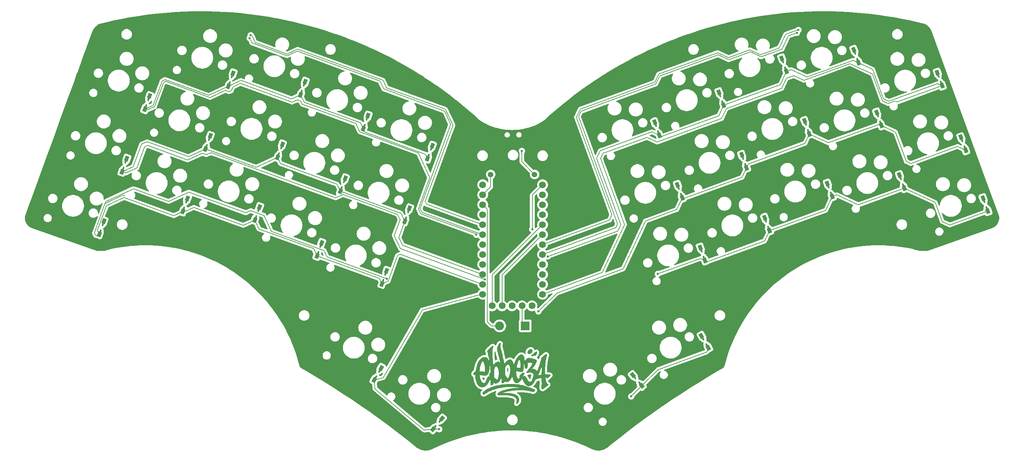
<source format=gbr>
%TF.GenerationSoftware,KiCad,Pcbnew,9.0.1*%
%TF.CreationDate,2025-06-13T02:19:56+02:00*%
%TF.ProjectId,ebbe34,65626265-3334-42e6-9b69-6361645f7063,rev?*%
%TF.SameCoordinates,Original*%
%TF.FileFunction,Copper,L1,Top*%
%TF.FilePolarity,Positive*%
%FSLAX46Y46*%
G04 Gerber Fmt 4.6, Leading zero omitted, Abs format (unit mm)*
G04 Created by KiCad (PCBNEW 9.0.1) date 2025-06-13 02:19:56*
%MOMM*%
%LPD*%
G01*
G04 APERTURE LIST*
G04 Aperture macros list*
%AMFreePoly0*
4,1,13,0.650000,0.227000,1.094000,0.227000,1.129355,0.212355,1.144000,0.177000,1.144000,-0.178600,1.129354,-0.213955,1.094000,-0.228600,0.650000,-0.228600,0.650000,-0.475000,-0.650000,-0.475000,-0.650000,0.475000,0.650000,0.475000,0.650000,0.227000,0.650000,0.227000,$1*%
%AMFreePoly1*
4,1,13,0.650000,-0.475000,-0.650000,-0.475000,-0.649999,-0.226600,-1.094000,-0.226600,-1.129355,-0.211955,-1.144000,-0.176600,-1.144000,0.179000,-1.129355,0.214355,-1.094000,0.229000,-0.650000,0.229001,-0.650000,0.475000,0.650000,0.475000,0.650000,-0.475000,0.650000,-0.475000,$1*%
G04 Aperture macros list end*
%TA.AperFunction,NonConductor*%
%ADD10C,0.000000*%
%TD*%
%TA.AperFunction,ComponentPad*%
%ADD11C,1.397000*%
%TD*%
%TA.AperFunction,ComponentPad*%
%ADD12R,2.250000X2.250000*%
%TD*%
%TA.AperFunction,ComponentPad*%
%ADD13C,2.250000*%
%TD*%
%TA.AperFunction,ComponentPad*%
%ADD14C,1.752600*%
%TD*%
%TA.AperFunction,SMDPad,CuDef*%
%ADD15FreePoly0,110.000000*%
%TD*%
%TA.AperFunction,ComponentPad*%
%ADD16C,0.457200*%
%TD*%
%TA.AperFunction,SMDPad,CuDef*%
%ADD17FreePoly1,110.000000*%
%TD*%
%TA.AperFunction,SMDPad,CuDef*%
%ADD18FreePoly0,70.000000*%
%TD*%
%TA.AperFunction,SMDPad,CuDef*%
%ADD19FreePoly1,70.000000*%
%TD*%
%TA.AperFunction,SMDPad,CuDef*%
%ADD20FreePoly0,60.000000*%
%TD*%
%TA.AperFunction,SMDPad,CuDef*%
%ADD21FreePoly1,60.000000*%
%TD*%
%TA.AperFunction,SMDPad,CuDef*%
%ADD22FreePoly0,50.000000*%
%TD*%
%TA.AperFunction,SMDPad,CuDef*%
%ADD23FreePoly1,50.000000*%
%TD*%
%TA.AperFunction,SMDPad,CuDef*%
%ADD24FreePoly0,130.000000*%
%TD*%
%TA.AperFunction,SMDPad,CuDef*%
%ADD25FreePoly1,130.000000*%
%TD*%
%TA.AperFunction,SMDPad,CuDef*%
%ADD26FreePoly0,120.000000*%
%TD*%
%TA.AperFunction,SMDPad,CuDef*%
%ADD27FreePoly1,120.000000*%
%TD*%
%TA.AperFunction,ViaPad*%
%ADD28C,0.600000*%
%TD*%
%TA.AperFunction,Conductor*%
%ADD29C,0.200000*%
%TD*%
G04 APERTURE END LIST*
D10*
%TA.AperFunction,NonConductor*%
G36*
X148098249Y-150143595D02*
G01*
X148220912Y-150146770D01*
X148511060Y-150157883D01*
X148845862Y-150176036D01*
X149166996Y-150200712D01*
X149478257Y-150232483D01*
X149783442Y-150271918D01*
X150086344Y-150319589D01*
X150390760Y-150376065D01*
X150700483Y-150441917D01*
X151019310Y-150517716D01*
X151285159Y-150586682D01*
X151547882Y-150660260D01*
X151807727Y-150738503D01*
X152064944Y-150821458D01*
X152319779Y-150909175D01*
X152572481Y-151001705D01*
X152823298Y-151099096D01*
X153072477Y-151201399D01*
X153233906Y-151267876D01*
X153400296Y-151334749D01*
X153552001Y-151393686D01*
X153616208Y-151417573D01*
X153669377Y-151436350D01*
X153715454Y-151452927D01*
X153757008Y-151468658D01*
X153794276Y-151483737D01*
X153827498Y-151498361D01*
X153842667Y-151505563D01*
X153856913Y-151512724D01*
X153870268Y-151519869D01*
X153882759Y-151527022D01*
X153894419Y-151534208D01*
X153905275Y-151541451D01*
X153915359Y-151548775D01*
X153924700Y-151556205D01*
X153933328Y-151563765D01*
X153941272Y-151571480D01*
X153948563Y-151579374D01*
X153955231Y-151587471D01*
X153961304Y-151595797D01*
X153966814Y-151604374D01*
X153971790Y-151613229D01*
X153976261Y-151622384D01*
X153980258Y-151631865D01*
X153983811Y-151641696D01*
X153986949Y-151651902D01*
X153989701Y-151662506D01*
X153992099Y-151673533D01*
X153994172Y-151685008D01*
X153997461Y-151709399D01*
X153999375Y-151731247D01*
X153999574Y-151753117D01*
X153998080Y-151774981D01*
X153994915Y-151796811D01*
X153990100Y-151818578D01*
X153983657Y-151840256D01*
X153975609Y-151861816D01*
X153965976Y-151883230D01*
X153954780Y-151904471D01*
X153942043Y-151925510D01*
X153927787Y-151946320D01*
X153912033Y-151966872D01*
X153894804Y-151987139D01*
X153876120Y-152007092D01*
X153856004Y-152026705D01*
X153834477Y-152045949D01*
X153807369Y-152067598D01*
X153778547Y-152087282D01*
X153748180Y-152104968D01*
X153716440Y-152120628D01*
X153683497Y-152134228D01*
X153649521Y-152145738D01*
X153614683Y-152155128D01*
X153579154Y-152162365D01*
X153543104Y-152167420D01*
X153506704Y-152170262D01*
X153470124Y-152170858D01*
X153433534Y-152169178D01*
X153397106Y-152165192D01*
X153361009Y-152158868D01*
X153325415Y-152150175D01*
X153290494Y-152139082D01*
X153171497Y-152103149D01*
X153010829Y-152063147D01*
X152817220Y-152020764D01*
X152599402Y-151977687D01*
X152366106Y-151935601D01*
X152126063Y-151896195D01*
X151888004Y-151861154D01*
X151660660Y-151832166D01*
X151296098Y-151795161D01*
X150915859Y-151768302D01*
X150525698Y-151751612D01*
X150131369Y-151745118D01*
X149738628Y-151748842D01*
X149353230Y-151762812D01*
X148980927Y-151787050D01*
X148627477Y-151821582D01*
X148260591Y-151867231D01*
X147904173Y-151920074D01*
X147557775Y-151980159D01*
X147220953Y-152047537D01*
X146893258Y-152122257D01*
X146574245Y-152204368D01*
X146263466Y-152293922D01*
X145960477Y-152390966D01*
X145738227Y-152465049D01*
X145913911Y-152454466D01*
X146072541Y-152447389D01*
X146270933Y-152443486D01*
X146495271Y-152442560D01*
X146731738Y-152444412D01*
X146966519Y-152448844D01*
X147185796Y-152455657D01*
X147375755Y-152464653D01*
X147522578Y-152475633D01*
X147730088Y-152498580D01*
X147925857Y-152524668D01*
X148110295Y-152554061D01*
X148283817Y-152586923D01*
X148446834Y-152623420D01*
X148599758Y-152663714D01*
X148743003Y-152707971D01*
X148876980Y-152756355D01*
X149002101Y-152809031D01*
X149118780Y-152866162D01*
X149227428Y-152927912D01*
X149278869Y-152960572D01*
X149328458Y-152994447D01*
X149376245Y-153029560D01*
X149422282Y-153065931D01*
X149466621Y-153103580D01*
X149509313Y-153142527D01*
X149550410Y-153182794D01*
X149589963Y-153224401D01*
X149664644Y-153311716D01*
X149689960Y-153343746D01*
X149713584Y-153374877D01*
X149735607Y-153405301D01*
X149756124Y-153435211D01*
X149775227Y-153464797D01*
X149793008Y-153494254D01*
X149809562Y-153523773D01*
X149824982Y-153553545D01*
X149839359Y-153583765D01*
X149852788Y-153614623D01*
X149865361Y-153646312D01*
X149877171Y-153679024D01*
X149888311Y-153712952D01*
X149898875Y-153748287D01*
X149908955Y-153785222D01*
X149918644Y-153823949D01*
X149937766Y-153914568D01*
X149951465Y-154003097D01*
X149959725Y-154089580D01*
X149962532Y-154174059D01*
X149959869Y-154256579D01*
X149951721Y-154337183D01*
X149938073Y-154415914D01*
X149918909Y-154492816D01*
X149894213Y-154567932D01*
X149863970Y-154641305D01*
X149828165Y-154712979D01*
X149786782Y-154782998D01*
X149739806Y-154851404D01*
X149687220Y-154918241D01*
X149629010Y-154983553D01*
X149565160Y-155047383D01*
X149531452Y-155079544D01*
X149500085Y-155108617D01*
X149470920Y-155134689D01*
X149443816Y-155157846D01*
X149418635Y-155178176D01*
X149395236Y-155195764D01*
X149384162Y-155203558D01*
X149373481Y-155210699D01*
X149363176Y-155217198D01*
X149353229Y-155223066D01*
X149343624Y-155228314D01*
X149334342Y-155232953D01*
X149325367Y-155236993D01*
X149316680Y-155240446D01*
X149308264Y-155243322D01*
X149300102Y-155245632D01*
X149292177Y-155247387D01*
X149284471Y-155248598D01*
X149276966Y-155249276D01*
X149269646Y-155249431D01*
X149262492Y-155249075D01*
X149255487Y-155248218D01*
X149248614Y-155246871D01*
X149241855Y-155245045D01*
X149235193Y-155242751D01*
X149228611Y-155239999D01*
X149217077Y-155234073D01*
X149207085Y-155227217D01*
X149198636Y-155219145D01*
X149191734Y-155209573D01*
X149186383Y-155198214D01*
X149182585Y-155184785D01*
X149180344Y-155168998D01*
X149179662Y-155150571D01*
X149180543Y-155129216D01*
X149182990Y-155104649D01*
X149187006Y-155076584D01*
X149192594Y-155044737D01*
X149208498Y-154968553D01*
X149230727Y-154873816D01*
X149255835Y-154763557D01*
X149276310Y-154660979D01*
X149292035Y-154565477D01*
X149302892Y-154476445D01*
X149306459Y-154434167D01*
X149308764Y-154393280D01*
X149309793Y-154353708D01*
X149309532Y-154315376D01*
X149307965Y-154278208D01*
X149305078Y-154242129D01*
X149300857Y-154207063D01*
X149295286Y-154172935D01*
X149288351Y-154139669D01*
X149280036Y-154107189D01*
X149270328Y-154075420D01*
X149259212Y-154044286D01*
X149246672Y-154013711D01*
X149232695Y-153983621D01*
X149217264Y-153953939D01*
X149200367Y-153924591D01*
X149181987Y-153895499D01*
X149162111Y-153866589D01*
X149140723Y-153837786D01*
X149117809Y-153809013D01*
X149067343Y-153751257D01*
X149010595Y-153692716D01*
X148961316Y-153645965D01*
X148910148Y-153601679D01*
X148856841Y-153559743D01*
X148801144Y-153520042D01*
X148742805Y-153482463D01*
X148681573Y-153446889D01*
X148617197Y-153413207D01*
X148549426Y-153381301D01*
X148478008Y-153351058D01*
X148402693Y-153322361D01*
X148323230Y-153295097D01*
X148239367Y-153269151D01*
X148150852Y-153244408D01*
X148057436Y-153220753D01*
X147958867Y-153198071D01*
X147854894Y-153176248D01*
X147608215Y-153132650D01*
X147341966Y-153095750D01*
X147061975Y-153065893D01*
X146774071Y-153043428D01*
X146484084Y-153028703D01*
X146197842Y-153022064D01*
X145921175Y-153023858D01*
X145659911Y-153034433D01*
X145364628Y-153052487D01*
X145243537Y-153059571D01*
X145138351Y-153065356D01*
X145047726Y-153069839D01*
X144970316Y-153073016D01*
X144904775Y-153074885D01*
X144876034Y-153075328D01*
X144849757Y-153075443D01*
X144825773Y-153075229D01*
X144803916Y-153074686D01*
X144784017Y-153073813D01*
X144765908Y-153072611D01*
X144749421Y-153071078D01*
X144734387Y-153069215D01*
X144720638Y-153067021D01*
X144708006Y-153064496D01*
X144696323Y-153061638D01*
X144685420Y-153058449D01*
X144675130Y-153054927D01*
X144665284Y-153051072D01*
X144655714Y-153046884D01*
X144646251Y-153042362D01*
X144626977Y-153032316D01*
X144610837Y-153023403D01*
X144595363Y-153013752D01*
X144580564Y-153003391D01*
X144566450Y-152992351D01*
X144553028Y-152980662D01*
X144540308Y-152968352D01*
X144528299Y-152955453D01*
X144517010Y-152941994D01*
X144506449Y-152928004D01*
X144496626Y-152913515D01*
X144487549Y-152898554D01*
X144479228Y-152883153D01*
X144471671Y-152867341D01*
X144464887Y-152851148D01*
X144458886Y-152834604D01*
X144453675Y-152817739D01*
X144449265Y-152800582D01*
X144445663Y-152783164D01*
X144442879Y-152765514D01*
X144440922Y-152747662D01*
X144439800Y-152729638D01*
X144439523Y-152711471D01*
X144440099Y-152693192D01*
X144441538Y-152674831D01*
X144443848Y-152656417D01*
X144447038Y-152637980D01*
X144451117Y-152619550D01*
X144456094Y-152601157D01*
X144461978Y-152582831D01*
X144468778Y-152564601D01*
X144476503Y-152546497D01*
X144485161Y-152528550D01*
X144499996Y-152501667D01*
X144517618Y-152474921D01*
X144538186Y-152448200D01*
X144561857Y-152421393D01*
X144588790Y-152394387D01*
X144619143Y-152367071D01*
X144653075Y-152339333D01*
X144690742Y-152311062D01*
X144732304Y-152282146D01*
X144777918Y-152252473D01*
X144827743Y-152221932D01*
X144881936Y-152190412D01*
X144940657Y-152157800D01*
X145004062Y-152123985D01*
X145145560Y-152052300D01*
X145321645Y-151967831D01*
X145491801Y-151892491D01*
X145661808Y-151824294D01*
X145837446Y-151761257D01*
X146024494Y-151701396D01*
X146228732Y-151642724D01*
X146455938Y-151583259D01*
X146711893Y-151521016D01*
X146986068Y-151457872D01*
X147247543Y-151401623D01*
X147497706Y-151352021D01*
X147737948Y-151308820D01*
X147969657Y-151271770D01*
X148194222Y-151240623D01*
X148413032Y-151215132D01*
X148627477Y-151195049D01*
X148768310Y-151187132D01*
X148967930Y-151180927D01*
X149454036Y-151174147D01*
X149906804Y-151175701D01*
X150064751Y-151179914D01*
X150147243Y-151186582D01*
X150154412Y-151188045D01*
X150160836Y-151189257D01*
X150166517Y-151190215D01*
X150171453Y-151190915D01*
X150175645Y-151191355D01*
X150177462Y-151191476D01*
X150179093Y-151191531D01*
X150180538Y-151191519D01*
X150181797Y-151191441D01*
X150182870Y-151191295D01*
X150183756Y-151191081D01*
X150184457Y-151190798D01*
X150184972Y-151190448D01*
X150185160Y-151190246D01*
X150185301Y-151190028D01*
X150185395Y-151189792D01*
X150185443Y-151189538D01*
X150185400Y-151188979D01*
X150185170Y-151188350D01*
X150184755Y-151187651D01*
X150184153Y-151186880D01*
X150183366Y-151186038D01*
X150182392Y-151185124D01*
X150181233Y-151184139D01*
X150179887Y-151183080D01*
X150178355Y-151181949D01*
X150176637Y-151180745D01*
X150172643Y-151178115D01*
X150150397Y-151166995D01*
X150118197Y-151155133D01*
X150026395Y-151129597D01*
X149902149Y-151102325D01*
X149750369Y-151074134D01*
X149575968Y-151045844D01*
X149383855Y-151018274D01*
X149178944Y-150992242D01*
X148966144Y-150968566D01*
X148757268Y-150953700D01*
X148484570Y-150942504D01*
X148169356Y-150935079D01*
X147832934Y-150931524D01*
X147496611Y-150931938D01*
X147181695Y-150936419D01*
X146909493Y-150945068D01*
X146701311Y-150957982D01*
X146122481Y-151019287D01*
X145576667Y-151094408D01*
X145314675Y-151137498D01*
X145059179Y-151184461D01*
X144809593Y-151235437D01*
X144565330Y-151290563D01*
X144325805Y-151349982D01*
X144090432Y-151413830D01*
X143858624Y-151482249D01*
X143629796Y-151555378D01*
X143403362Y-151633356D01*
X143178735Y-151716323D01*
X142955330Y-151804418D01*
X142732561Y-151897781D01*
X142556960Y-151974941D01*
X142390984Y-152052299D01*
X142230564Y-152132038D01*
X142071632Y-152216341D01*
X141910120Y-152307390D01*
X141741961Y-152407370D01*
X141563086Y-152518462D01*
X141369427Y-152642849D01*
X141263850Y-152710897D01*
X141220274Y-152738639D01*
X141182036Y-152762573D01*
X141148537Y-152782985D01*
X141119173Y-152800161D01*
X141093344Y-152814384D01*
X141081567Y-152820478D01*
X141070448Y-152825941D01*
X141059912Y-152830809D01*
X141049884Y-152835117D01*
X141040289Y-152838901D01*
X141031050Y-152842196D01*
X141022094Y-152845039D01*
X141013345Y-152847465D01*
X141004727Y-152849510D01*
X140996167Y-152851209D01*
X140987587Y-152852598D01*
X140978914Y-152853712D01*
X140960985Y-152855260D01*
X140941779Y-152856139D01*
X140920694Y-152856632D01*
X140901881Y-152856274D01*
X140883547Y-152855205D01*
X140865700Y-152853432D01*
X140848347Y-152850964D01*
X140831497Y-152847810D01*
X140815156Y-152843977D01*
X140799334Y-152839474D01*
X140784037Y-152834308D01*
X140769273Y-152828488D01*
X140755050Y-152822022D01*
X140741377Y-152814918D01*
X140728259Y-152807184D01*
X140715706Y-152798828D01*
X140703725Y-152789859D01*
X140692324Y-152780285D01*
X140681511Y-152770113D01*
X140671293Y-152759352D01*
X140661677Y-152748011D01*
X140652673Y-152736096D01*
X140644287Y-152723617D01*
X140636528Y-152710581D01*
X140629402Y-152696997D01*
X140622919Y-152682872D01*
X140617085Y-152668215D01*
X140611908Y-152653035D01*
X140607396Y-152637338D01*
X140603558Y-152621134D01*
X140600399Y-152604430D01*
X140597930Y-152587235D01*
X140596156Y-152569556D01*
X140595086Y-152551403D01*
X140594727Y-152532782D01*
X140596465Y-152497622D01*
X140601090Y-152463337D01*
X140608908Y-152429560D01*
X140620227Y-152395926D01*
X140635353Y-152362069D01*
X140654594Y-152327622D01*
X140678256Y-152292221D01*
X140706646Y-152255499D01*
X140740072Y-152217090D01*
X140778840Y-152176628D01*
X140823258Y-152133748D01*
X140873631Y-152088084D01*
X140930268Y-152039269D01*
X140993475Y-151986939D01*
X141063559Y-151930726D01*
X141140827Y-151870266D01*
X141251452Y-151787864D01*
X141370982Y-151705157D01*
X141498796Y-151622439D01*
X141634275Y-151539999D01*
X141776799Y-151458130D01*
X141925747Y-151377124D01*
X142240436Y-151218861D01*
X142573381Y-151067544D01*
X142919621Y-150925505D01*
X143274196Y-150795073D01*
X143632144Y-150678582D01*
X144006596Y-150575630D01*
X144415972Y-150482824D01*
X144858488Y-150400386D01*
X145332357Y-150328539D01*
X145835793Y-150267507D01*
X146367010Y-150217513D01*
X146924222Y-150178780D01*
X147505644Y-150151532D01*
X147758883Y-150143595D01*
X147872319Y-150142008D01*
X147983746Y-150142008D01*
X148098249Y-150143595D01*
G37*
%TD.AperFunction*%
%TA.AperFunction,NonConductor*%
G36*
X145112223Y-139682234D02*
G01*
X145120612Y-139682665D01*
X145128905Y-139683463D01*
X145137095Y-139684627D01*
X145145172Y-139686158D01*
X145153128Y-139688056D01*
X145160955Y-139690322D01*
X145168644Y-139692957D01*
X145176186Y-139695960D01*
X145183573Y-139699332D01*
X145190797Y-139703073D01*
X145197849Y-139707184D01*
X145204720Y-139711665D01*
X145211402Y-139716517D01*
X145217886Y-139721740D01*
X145224164Y-139727334D01*
X145230227Y-139733299D01*
X145240676Y-139743684D01*
X145249823Y-139753573D01*
X145257705Y-139763214D01*
X145264359Y-139772854D01*
X145269822Y-139782743D01*
X145274132Y-139793128D01*
X145277326Y-139804257D01*
X145279440Y-139816378D01*
X145280513Y-139829740D01*
X145280581Y-139844589D01*
X145279682Y-139861175D01*
X145277852Y-139879746D01*
X145275130Y-139900548D01*
X145271552Y-139923832D01*
X145261977Y-139978832D01*
X145246701Y-140064636D01*
X145234229Y-140151307D01*
X145224584Y-140237533D01*
X145217792Y-140321997D01*
X145213877Y-140403385D01*
X145212864Y-140480383D01*
X145214778Y-140551676D01*
X145216840Y-140584772D01*
X145219644Y-140615950D01*
X145226482Y-140660478D01*
X145238628Y-140725321D01*
X145276265Y-140903551D01*
X145327395Y-141125834D01*
X145386861Y-141367366D01*
X145539426Y-141985102D01*
X145680284Y-142583391D01*
X145834239Y-143270580D01*
X146026095Y-144155015D01*
X146147273Y-144709318D01*
X146185637Y-144879809D01*
X146196833Y-144927017D01*
X146201777Y-144944533D01*
X146202365Y-144944671D01*
X146203327Y-144944301D01*
X146206333Y-144942081D01*
X146216396Y-144932064D01*
X146231320Y-144915250D01*
X146250461Y-144892409D01*
X146273174Y-144864309D01*
X146298813Y-144831720D01*
X146326735Y-144795410D01*
X146356294Y-144756149D01*
X146431672Y-144658146D01*
X146467260Y-144613321D01*
X146501716Y-144571007D01*
X146535242Y-144531000D01*
X146568040Y-144493095D01*
X146600310Y-144457088D01*
X146632255Y-144422774D01*
X146664076Y-144389948D01*
X146695974Y-144358406D01*
X146728151Y-144327942D01*
X146760809Y-144298354D01*
X146794149Y-144269434D01*
X146828373Y-144240980D01*
X146863682Y-144212787D01*
X146900278Y-144184649D01*
X146936506Y-144157605D01*
X146972216Y-144132005D01*
X147007485Y-144107807D01*
X147042392Y-144084967D01*
X147077014Y-144063442D01*
X147111428Y-144043188D01*
X147145711Y-144024162D01*
X147179942Y-144006320D01*
X147214198Y-143989619D01*
X147248556Y-143974016D01*
X147283094Y-143959467D01*
X147317889Y-143945929D01*
X147353019Y-143933358D01*
X147388562Y-143921711D01*
X147424594Y-143910945D01*
X147461194Y-143901015D01*
X147490874Y-143894071D01*
X147519642Y-143888324D01*
X147547579Y-143883779D01*
X147574766Y-143880444D01*
X147601284Y-143878325D01*
X147627212Y-143877427D01*
X147652631Y-143877756D01*
X147677623Y-143879320D01*
X147702268Y-143882124D01*
X147726646Y-143886174D01*
X147750838Y-143891477D01*
X147774924Y-143898039D01*
X147798986Y-143905866D01*
X147823103Y-143914964D01*
X147847357Y-143925340D01*
X147871828Y-143936999D01*
X147929151Y-143968624D01*
X147984437Y-144004757D01*
X148037683Y-144045392D01*
X148088885Y-144090524D01*
X148138041Y-144140144D01*
X148185148Y-144194249D01*
X148230202Y-144252830D01*
X148273201Y-144315882D01*
X148314140Y-144383400D01*
X148353018Y-144455376D01*
X148389831Y-144531804D01*
X148424575Y-144612679D01*
X148457249Y-144697993D01*
X148487848Y-144787742D01*
X148516370Y-144881918D01*
X148542811Y-144980515D01*
X148602076Y-145211232D01*
X148680393Y-144969932D01*
X148756495Y-144751747D01*
X148836969Y-144541183D01*
X148921524Y-144338668D01*
X149009867Y-144144631D01*
X149101707Y-143959498D01*
X149196754Y-143783698D01*
X149294715Y-143617658D01*
X149395299Y-143461807D01*
X149498215Y-143316573D01*
X149603170Y-143182383D01*
X149709875Y-143059664D01*
X149818037Y-142948846D01*
X149872573Y-142898034D01*
X149927365Y-142850356D01*
X149982375Y-142805868D01*
X150037567Y-142764622D01*
X150092905Y-142726672D01*
X150148352Y-142692072D01*
X150203872Y-142660874D01*
X150259428Y-142633133D01*
X150281076Y-142623681D01*
X150303133Y-142615165D01*
X150325560Y-142607579D01*
X150348320Y-142600915D01*
X150394685Y-142590331D01*
X150441924Y-142583358D01*
X150489734Y-142579945D01*
X150537811Y-142580038D01*
X150585850Y-142583586D01*
X150633548Y-142590534D01*
X150680602Y-142600832D01*
X150726706Y-142614425D01*
X150771558Y-142631262D01*
X150814854Y-142651289D01*
X150856289Y-142674454D01*
X150876214Y-142687197D01*
X150895560Y-142700704D01*
X150914289Y-142714970D01*
X150932363Y-142729987D01*
X150949744Y-142745749D01*
X150966394Y-142762249D01*
X150985794Y-142783317D01*
X151005804Y-142807464D01*
X151026292Y-142834445D01*
X151047125Y-142864014D01*
X151068168Y-142895928D01*
X151089289Y-142929941D01*
X151110354Y-142965808D01*
X151131230Y-143003284D01*
X151171881Y-143082085D01*
X151210175Y-143164383D01*
X151228105Y-143206231D01*
X151245046Y-143248218D01*
X151260865Y-143290101D01*
X151275428Y-143331633D01*
X151290980Y-143378472D01*
X151303010Y-143421789D01*
X151307844Y-143443445D01*
X151311965Y-143465801D01*
X151315428Y-143489385D01*
X151318290Y-143514724D01*
X151322432Y-143572776D01*
X151324838Y-143644172D01*
X151325954Y-143733130D01*
X151326227Y-143843866D01*
X151326227Y-144205816D01*
X151569644Y-143970866D01*
X151617797Y-143924368D01*
X151663265Y-143881557D01*
X151706389Y-143842200D01*
X151747510Y-143806064D01*
X151786969Y-143772917D01*
X151825107Y-143742527D01*
X151862266Y-143714660D01*
X151898786Y-143689085D01*
X151935008Y-143665568D01*
X151971273Y-143643878D01*
X152007923Y-143623782D01*
X152045299Y-143605046D01*
X152083741Y-143587440D01*
X152123590Y-143570729D01*
X152165189Y-143554682D01*
X152208877Y-143539066D01*
X152257598Y-143522835D01*
X152279287Y-143516174D01*
X152299795Y-143510425D01*
X152319571Y-143505543D01*
X152339065Y-143501487D01*
X152358726Y-143498211D01*
X152379004Y-143495674D01*
X152400349Y-143493831D01*
X152423210Y-143492640D01*
X152448037Y-143492056D01*
X152475279Y-143492036D01*
X152538808Y-143493516D01*
X152617394Y-143496732D01*
X152693205Y-143500523D01*
X152763113Y-143506026D01*
X152831335Y-143513959D01*
X152902086Y-143525043D01*
X152979584Y-143539996D01*
X153068046Y-143559538D01*
X153171688Y-143584388D01*
X153294727Y-143615265D01*
X153430778Y-143650624D01*
X153555152Y-143683825D01*
X153668425Y-143715092D01*
X153771176Y-143744647D01*
X153863979Y-143772713D01*
X153947413Y-143799515D01*
X154022053Y-143825274D01*
X154088477Y-143850216D01*
X154147261Y-143874561D01*
X154198982Y-143898535D01*
X154222374Y-143910452D01*
X154244216Y-143922360D01*
X154264581Y-143934287D01*
X154283541Y-143946259D01*
X154301167Y-143958307D01*
X154317533Y-143970456D01*
X154332709Y-143982736D01*
X154346768Y-143995174D01*
X154359782Y-144007798D01*
X154371824Y-144020636D01*
X154382965Y-144033716D01*
X154393277Y-144047066D01*
X154399706Y-144056146D01*
X154405518Y-144065235D01*
X154410741Y-144074492D01*
X154415403Y-144084074D01*
X154419531Y-144094140D01*
X154423154Y-144104848D01*
X154426300Y-144116356D01*
X154428996Y-144128822D01*
X154431270Y-144142404D01*
X154433151Y-144157260D01*
X154434666Y-144173549D01*
X154435842Y-144191429D01*
X154437293Y-144232592D01*
X154437727Y-144282015D01*
X154437430Y-144339294D01*
X154436723Y-144363708D01*
X154435346Y-144386228D01*
X154433077Y-144407545D01*
X154429691Y-144428351D01*
X154424965Y-144449336D01*
X154418677Y-144471193D01*
X154410603Y-144494612D01*
X154400520Y-144520285D01*
X154388205Y-144548904D01*
X154373433Y-144581160D01*
X154335631Y-144659349D01*
X154285327Y-144760382D01*
X154195634Y-144936310D01*
X154149968Y-145020836D01*
X154103559Y-145103382D01*
X154056256Y-145184178D01*
X154007912Y-145263459D01*
X153958377Y-145341456D01*
X153907503Y-145418401D01*
X153855140Y-145494529D01*
X153801140Y-145570070D01*
X153745354Y-145645257D01*
X153687634Y-145720324D01*
X153565793Y-145871025D01*
X153434428Y-146024033D01*
X153260861Y-146220882D01*
X153394210Y-146220882D01*
X153448141Y-146223529D01*
X153504877Y-146230544D01*
X153564001Y-146241732D01*
X153625093Y-146256899D01*
X153687736Y-146275848D01*
X153751510Y-146298384D01*
X153815998Y-146324313D01*
X153880780Y-146353438D01*
X153945438Y-146385565D01*
X154009553Y-146420498D01*
X154072707Y-146458041D01*
X154134482Y-146498000D01*
X154194458Y-146540179D01*
X154252217Y-146584382D01*
X154307340Y-146630415D01*
X154359410Y-146678082D01*
X154513929Y-146828366D01*
X154575311Y-146709832D01*
X154621307Y-146613677D01*
X154672611Y-146498992D01*
X154727785Y-146369276D01*
X154785390Y-146228026D01*
X154843987Y-146078739D01*
X154902137Y-145924913D01*
X154958402Y-145770045D01*
X155011344Y-145617633D01*
X155108690Y-145326174D01*
X155206309Y-145020303D01*
X155300703Y-144712200D01*
X155388375Y-144414043D01*
X155465827Y-144138012D01*
X155529563Y-143896287D01*
X155576084Y-143701045D01*
X155601894Y-143564466D01*
X155604348Y-143547736D01*
X155607041Y-143532323D01*
X155610112Y-143518008D01*
X155613701Y-143504571D01*
X155617947Y-143491791D01*
X155622990Y-143479448D01*
X155628970Y-143467322D01*
X155636025Y-143455193D01*
X155644296Y-143442841D01*
X155653922Y-143430045D01*
X155665042Y-143416586D01*
X155677796Y-143402243D01*
X155692324Y-143386797D01*
X155708765Y-143370026D01*
X155747944Y-143331633D01*
X155846609Y-143238917D01*
X155970525Y-143128466D01*
X156109224Y-143008936D01*
X156252240Y-142888984D01*
X156389104Y-142777268D01*
X156509348Y-142682444D01*
X156602506Y-142613168D01*
X156635657Y-142590817D01*
X156658110Y-142578098D01*
X156673915Y-142571277D01*
X156689574Y-142565097D01*
X156705076Y-142559557D01*
X156720411Y-142554654D01*
X156735570Y-142550385D01*
X156750542Y-142546747D01*
X156765317Y-142543738D01*
X156779885Y-142541355D01*
X156794236Y-142539595D01*
X156808360Y-142538455D01*
X156822246Y-142537933D01*
X156835885Y-142538027D01*
X156849267Y-142538733D01*
X156862382Y-142540048D01*
X156875219Y-142541970D01*
X156887769Y-142544497D01*
X156900020Y-142547625D01*
X156911964Y-142551352D01*
X156923591Y-142555675D01*
X156934889Y-142560591D01*
X156945850Y-142566098D01*
X156956462Y-142572193D01*
X156966716Y-142578873D01*
X156976602Y-142586136D01*
X156986110Y-142593978D01*
X156995230Y-142602398D01*
X157003951Y-142611392D01*
X157012263Y-142620957D01*
X157020157Y-142631092D01*
X157027623Y-142641793D01*
X157034649Y-142653057D01*
X157041227Y-142664883D01*
X157049335Y-142681475D01*
X157056185Y-142698109D01*
X157061756Y-142715070D01*
X157066032Y-142732649D01*
X157068993Y-142751133D01*
X157070621Y-142770811D01*
X157070897Y-142791971D01*
X157069803Y-142814901D01*
X157067319Y-142839890D01*
X157063428Y-142867226D01*
X157058110Y-142897198D01*
X157051348Y-142930094D01*
X157033414Y-143005810D01*
X157009477Y-143096682D01*
X156931421Y-143400114D01*
X156863261Y-143690573D01*
X156803983Y-143974136D01*
X156752567Y-144256880D01*
X156707997Y-144544883D01*
X156669256Y-144844222D01*
X156635328Y-145160974D01*
X156605194Y-145501216D01*
X156597096Y-145672063D01*
X156590411Y-145948825D01*
X156582175Y-146662737D01*
X156582275Y-147328230D01*
X156586008Y-147544469D01*
X156592494Y-147630583D01*
X156605025Y-147632832D01*
X156637970Y-147636271D01*
X156756271Y-147645928D01*
X156929739Y-147657967D01*
X157140710Y-147670799D01*
X157250426Y-147677505D01*
X157355651Y-147684756D01*
X157453882Y-147692305D01*
X157542613Y-147699904D01*
X157619337Y-147707304D01*
X157681552Y-147714257D01*
X157726750Y-147720517D01*
X157742185Y-147723308D01*
X157752427Y-147725833D01*
X157768034Y-147731500D01*
X157783101Y-147737382D01*
X157797621Y-147743473D01*
X157811587Y-147749765D01*
X157824991Y-147756251D01*
X157837827Y-147762924D01*
X157850088Y-147769775D01*
X157861767Y-147776798D01*
X157872856Y-147783986D01*
X157883350Y-147791330D01*
X157893240Y-147798824D01*
X157902521Y-147806460D01*
X157911184Y-147814231D01*
X157919224Y-147822130D01*
X157926632Y-147830149D01*
X157933403Y-147838280D01*
X157939528Y-147846518D01*
X157945002Y-147854853D01*
X157949817Y-147863278D01*
X157953966Y-147871787D01*
X157957442Y-147880373D01*
X157960238Y-147889026D01*
X157962348Y-147897741D01*
X157963764Y-147906510D01*
X157964479Y-147915325D01*
X157964486Y-147924180D01*
X157963779Y-147933066D01*
X157962350Y-147941976D01*
X157960193Y-147950904D01*
X157957299Y-147959841D01*
X157953664Y-147968781D01*
X157949278Y-147977716D01*
X157944794Y-147984926D01*
X157937021Y-147995315D01*
X157912336Y-148024845D01*
X157876687Y-148064743D01*
X157831538Y-148113447D01*
X157778353Y-148169394D01*
X157718594Y-148231021D01*
X157653726Y-148296766D01*
X157585212Y-148365065D01*
X157248660Y-148699499D01*
X157062394Y-148646583D01*
X157015441Y-148633013D01*
X156971427Y-148620877D01*
X156930365Y-148610166D01*
X156892267Y-148600876D01*
X156857145Y-148592999D01*
X156825013Y-148586530D01*
X156795882Y-148581463D01*
X156769765Y-148577791D01*
X156757840Y-148576476D01*
X156746673Y-148575508D01*
X156736267Y-148574885D01*
X156726621Y-148574607D01*
X156717738Y-148574674D01*
X156709619Y-148575084D01*
X156702267Y-148575837D01*
X156695681Y-148576931D01*
X156689865Y-148578366D01*
X156684819Y-148580142D01*
X156680545Y-148582257D01*
X156677045Y-148584711D01*
X156674319Y-148587503D01*
X156672371Y-148590633D01*
X156671201Y-148594098D01*
X156670810Y-148597899D01*
X156675655Y-148646107D01*
X156688934Y-148730356D01*
X156733252Y-148968580D01*
X156788682Y-149235776D01*
X156815852Y-149356240D01*
X156840144Y-149455149D01*
X156852976Y-149501519D01*
X156866793Y-149547604D01*
X156881491Y-149593169D01*
X156896964Y-149637976D01*
X156913107Y-149681792D01*
X156929813Y-149724379D01*
X156946979Y-149765503D01*
X156964498Y-149804928D01*
X156982266Y-149842419D01*
X157000175Y-149877738D01*
X157018123Y-149910652D01*
X157036001Y-149940924D01*
X157053707Y-149968319D01*
X157071133Y-149992601D01*
X157088174Y-150013534D01*
X157104726Y-150030883D01*
X157110515Y-150035934D01*
X157117501Y-150041524D01*
X157134691Y-150054100D01*
X157155552Y-150068164D01*
X157179340Y-150083270D01*
X157205310Y-150098972D01*
X157232720Y-150114822D01*
X157260823Y-150130375D01*
X157288877Y-150145183D01*
X157313374Y-150157559D01*
X157335328Y-150169384D01*
X157354827Y-150180799D01*
X157371957Y-150191948D01*
X157379660Y-150197467D01*
X157386804Y-150202973D01*
X157393400Y-150208483D01*
X157399457Y-150214016D01*
X157404987Y-150219589D01*
X157410001Y-150225220D01*
X157414510Y-150230928D01*
X157418524Y-150236729D01*
X157422054Y-150242641D01*
X157425111Y-150248683D01*
X157427707Y-150254873D01*
X157429851Y-150261227D01*
X157431555Y-150267765D01*
X157432830Y-150274503D01*
X157433686Y-150281460D01*
X157434134Y-150288653D01*
X157434185Y-150296100D01*
X157433851Y-150303820D01*
X157433141Y-150311829D01*
X157432067Y-150320146D01*
X157428869Y-150337775D01*
X157424344Y-150356849D01*
X157407902Y-150378867D01*
X157366326Y-150419386D01*
X157220946Y-150545596D01*
X157014546Y-150714818D01*
X156773469Y-150906389D01*
X156524058Y-151099647D01*
X156292655Y-151273928D01*
X156105603Y-151408572D01*
X156036940Y-151454573D01*
X155989244Y-151482916D01*
X155981666Y-151486643D01*
X155974015Y-151489887D01*
X155966291Y-151492649D01*
X155958494Y-151494929D01*
X155950627Y-151496729D01*
X155942688Y-151498049D01*
X155934681Y-151498891D01*
X155926604Y-151499253D01*
X155918459Y-151499139D01*
X155910246Y-151498547D01*
X155901967Y-151497480D01*
X155893622Y-151495938D01*
X155885212Y-151493921D01*
X155876737Y-151491431D01*
X155868199Y-151488467D01*
X155859598Y-151485032D01*
X155850935Y-151481125D01*
X155842211Y-151476748D01*
X155824582Y-151466585D01*
X155806718Y-151454550D01*
X155788624Y-151440648D01*
X155770307Y-151424886D01*
X155751772Y-151407269D01*
X155733027Y-151387805D01*
X155714077Y-151366499D01*
X155689759Y-151336425D01*
X155668366Y-151306091D01*
X155649843Y-151274840D01*
X155634139Y-151242013D01*
X155621201Y-151206953D01*
X155610976Y-151169004D01*
X155603411Y-151127508D01*
X155598454Y-151081807D01*
X155596051Y-151031245D01*
X155596151Y-150975163D01*
X155598700Y-150912906D01*
X155603647Y-150843814D01*
X155620518Y-150682501D01*
X155646344Y-150485966D01*
X155655588Y-150411961D01*
X155662749Y-150340015D01*
X155667925Y-150266630D01*
X155671216Y-150188310D01*
X155672720Y-150101555D01*
X155672539Y-150002870D01*
X155670769Y-149888756D01*
X155667511Y-149755716D01*
X155659822Y-149464306D01*
X155652430Y-149226648D01*
X155648753Y-149126480D01*
X155645038Y-149037955D01*
X155641249Y-148960474D01*
X155637348Y-148893438D01*
X155633299Y-148836251D01*
X155629063Y-148788312D01*
X155624605Y-148749024D01*
X155619886Y-148717788D01*
X155614869Y-148694006D01*
X155612237Y-148684723D01*
X155609517Y-148677079D01*
X155606704Y-148671000D01*
X155603793Y-148666410D01*
X155600780Y-148663234D01*
X155597660Y-148661399D01*
X155584097Y-148658904D01*
X155562773Y-148658505D01*
X155498740Y-148663648D01*
X155409356Y-148676133D01*
X155298417Y-148695266D01*
X155169718Y-148720352D01*
X155027054Y-148750696D01*
X154874220Y-148785605D01*
X154715011Y-148824383D01*
X154558349Y-148863996D01*
X154490666Y-148881505D01*
X154429691Y-148897606D01*
X154375127Y-148912393D01*
X154326681Y-148925958D01*
X154284058Y-148938394D01*
X154246963Y-148949795D01*
X154215102Y-148960253D01*
X154188180Y-148969862D01*
X154165903Y-148978714D01*
X154156414Y-148982886D01*
X154147976Y-148986903D01*
X154140552Y-148990777D01*
X154134105Y-148994521D01*
X154128598Y-148998145D01*
X154123994Y-149001662D01*
X154120257Y-149005082D01*
X154117350Y-149008418D01*
X154115236Y-149011681D01*
X154113878Y-149014883D01*
X154095795Y-149058043D01*
X154063276Y-149126802D01*
X154020339Y-149213419D01*
X153971003Y-149310158D01*
X153869205Y-149503039D01*
X153824780Y-149583704D01*
X153790028Y-149643532D01*
X153746479Y-149710839D01*
X153700198Y-149778367D01*
X153651529Y-149845739D01*
X153600817Y-149912581D01*
X153548406Y-149978517D01*
X153494641Y-150043173D01*
X153439864Y-150106173D01*
X153384421Y-150167143D01*
X153328655Y-150225706D01*
X153272911Y-150281488D01*
X153217533Y-150334114D01*
X153162865Y-150383208D01*
X153109252Y-150428396D01*
X153057036Y-150469302D01*
X153006564Y-150505550D01*
X152958178Y-150536767D01*
X152924334Y-150556555D01*
X152890333Y-150575420D01*
X152856263Y-150593330D01*
X152822215Y-150610254D01*
X152788278Y-150626161D01*
X152754544Y-150641020D01*
X152721100Y-150654800D01*
X152688038Y-150667470D01*
X152655447Y-150678999D01*
X152623418Y-150689356D01*
X152592039Y-150698510D01*
X152561402Y-150706430D01*
X152531595Y-150713085D01*
X152502710Y-150718444D01*
X152474835Y-150722475D01*
X152448060Y-150725149D01*
X152410663Y-150726774D01*
X152393357Y-150726949D01*
X152376689Y-150726637D01*
X152360443Y-150725792D01*
X152344402Y-150724367D01*
X152328348Y-150722316D01*
X152312065Y-150719592D01*
X152295335Y-150716149D01*
X152277942Y-150711940D01*
X152259668Y-150706918D01*
X152240297Y-150701038D01*
X152219611Y-150694253D01*
X152197393Y-150686515D01*
X152147494Y-150667998D01*
X152069366Y-150635090D01*
X151992870Y-150597413D01*
X151917899Y-150554862D01*
X151844348Y-150507331D01*
X151772111Y-150454715D01*
X151701084Y-150396909D01*
X151631161Y-150333807D01*
X151562236Y-150265303D01*
X151494204Y-150191293D01*
X151426959Y-150111671D01*
X151360397Y-150026332D01*
X151294411Y-149935170D01*
X151228897Y-149838079D01*
X151163748Y-149734954D01*
X151098860Y-149625690D01*
X151034127Y-149510182D01*
X151009546Y-149464405D01*
X150983922Y-149415428D01*
X150932527Y-149314126D01*
X150885894Y-149218777D01*
X150849977Y-149141883D01*
X150833362Y-149101919D01*
X150819252Y-149063574D01*
X150807673Y-149026532D01*
X150798648Y-148990475D01*
X150792203Y-148955088D01*
X150788362Y-148920054D01*
X150787151Y-148885058D01*
X150788593Y-148849782D01*
X150792715Y-148813912D01*
X150799541Y-148777129D01*
X150809095Y-148739119D01*
X150821402Y-148699565D01*
X150836487Y-148658151D01*
X150854376Y-148614560D01*
X150875092Y-148568476D01*
X150898660Y-148519583D01*
X150918487Y-148480784D01*
X150938661Y-148443769D01*
X150959154Y-148408550D01*
X150979941Y-148375137D01*
X151000997Y-148343540D01*
X151022295Y-148313772D01*
X151043809Y-148285842D01*
X151065514Y-148259762D01*
X151087382Y-148235542D01*
X151109389Y-148213193D01*
X151131509Y-148192726D01*
X151153715Y-148174152D01*
X151175981Y-148157482D01*
X151198282Y-148142727D01*
X151220592Y-148129897D01*
X151242884Y-148119003D01*
X151265132Y-148110057D01*
X151287311Y-148103068D01*
X151309395Y-148098049D01*
X151331358Y-148095009D01*
X151353173Y-148093960D01*
X151374815Y-148094912D01*
X151396258Y-148097876D01*
X151417475Y-148102864D01*
X151438442Y-148109885D01*
X151459131Y-148118952D01*
X151479517Y-148130074D01*
X151499574Y-148143262D01*
X151519277Y-148158528D01*
X151538598Y-148175883D01*
X151557512Y-148195336D01*
X151575993Y-148216899D01*
X151595138Y-148241998D01*
X151621601Y-148279573D01*
X151654166Y-148327814D01*
X151691617Y-148384910D01*
X151776317Y-148518425D01*
X151821134Y-148591223D01*
X151865977Y-148665633D01*
X151956655Y-148815139D01*
X152038949Y-148947282D01*
X152113999Y-149063748D01*
X152182948Y-149166225D01*
X152215491Y-149212744D01*
X152246936Y-149256398D01*
X152277426Y-149297398D01*
X152307104Y-149335955D01*
X152336112Y-149372279D01*
X152364593Y-149406582D01*
X152392689Y-149439074D01*
X152420544Y-149469966D01*
X152455800Y-149507785D01*
X152470587Y-149523153D01*
X152483912Y-149536376D01*
X152496095Y-149547615D01*
X152507459Y-149557030D01*
X152512936Y-149561105D01*
X152518328Y-149564784D01*
X152523677Y-149568088D01*
X152529023Y-149571037D01*
X152534406Y-149573651D01*
X152539867Y-149575950D01*
X152545445Y-149577955D01*
X152551182Y-149579685D01*
X152557117Y-149581161D01*
X152563290Y-149582403D01*
X152576515Y-149584266D01*
X152591179Y-149585434D01*
X152607604Y-149586068D01*
X152647027Y-149586382D01*
X152674993Y-149585358D01*
X152703970Y-149582352D01*
X152733729Y-149577467D01*
X152764039Y-149570805D01*
X152794672Y-149562469D01*
X152825398Y-149552561D01*
X152855987Y-149541184D01*
X152886210Y-149528439D01*
X152915839Y-149514428D01*
X152944642Y-149499256D01*
X152972391Y-149483023D01*
X152998857Y-149465831D01*
X153023810Y-149447784D01*
X153047020Y-149428984D01*
X153068258Y-149409532D01*
X153087294Y-149389532D01*
X153099176Y-149374450D01*
X153111801Y-149355389D01*
X153139285Y-149305296D01*
X153169745Y-149239179D01*
X153203182Y-149156964D01*
X153239595Y-149058576D01*
X153278985Y-148943942D01*
X153321351Y-148812985D01*
X153366694Y-148665633D01*
X153402012Y-148543660D01*
X153438495Y-148409780D01*
X153474334Y-148271535D01*
X153507717Y-148136466D01*
X153536833Y-148012112D01*
X153557632Y-147916332D01*
X154706545Y-147916332D01*
X154772160Y-147903632D01*
X155191261Y-147828491D01*
X155395453Y-147790523D01*
X155521461Y-147766050D01*
X155627294Y-147742766D01*
X155642111Y-147516283D01*
X155688678Y-146654799D01*
X155699191Y-146431925D01*
X155706901Y-146234674D01*
X155711783Y-146065253D01*
X155713813Y-145925872D01*
X155713750Y-145868135D01*
X155712965Y-145818736D01*
X155711454Y-145777950D01*
X155709215Y-145746054D01*
X155706244Y-145723323D01*
X155704483Y-145715481D01*
X155702538Y-145710034D01*
X155700409Y-145707016D01*
X155698095Y-145706462D01*
X155695595Y-145708406D01*
X155692910Y-145712882D01*
X155677400Y-145752471D01*
X155646609Y-145837501D01*
X155605103Y-145955472D01*
X155557445Y-146093883D01*
X155463811Y-146361715D01*
X155370351Y-146612532D01*
X155277238Y-146845985D01*
X155184646Y-147061728D01*
X155092749Y-147259413D01*
X155047115Y-147351376D01*
X155001720Y-147438693D01*
X154956585Y-147521323D01*
X154911732Y-147599221D01*
X154867184Y-147672344D01*
X154822961Y-147740649D01*
X154706545Y-147916332D01*
X153557632Y-147916332D01*
X153559873Y-147906014D01*
X153575024Y-147825713D01*
X153579076Y-147797593D01*
X153580477Y-147778750D01*
X153579829Y-147763579D01*
X153578294Y-147748247D01*
X153575891Y-147732775D01*
X153572639Y-147717188D01*
X153568556Y-147701510D01*
X153563660Y-147685764D01*
X153551506Y-147654164D01*
X153536325Y-147622575D01*
X153518267Y-147591188D01*
X153497481Y-147560192D01*
X153474115Y-147529776D01*
X153448318Y-147500129D01*
X153420239Y-147471439D01*
X153390027Y-147443897D01*
X153357831Y-147417692D01*
X153323799Y-147393011D01*
X153288080Y-147370046D01*
X153250823Y-147348984D01*
X153212178Y-147330015D01*
X153163338Y-147308883D01*
X153114451Y-147289939D01*
X153065521Y-147273191D01*
X153016551Y-147258644D01*
X152967544Y-147246305D01*
X152918502Y-147236179D01*
X152869430Y-147228274D01*
X152820329Y-147222595D01*
X152771204Y-147219148D01*
X152722057Y-147217940D01*
X152672892Y-147218977D01*
X152623711Y-147222264D01*
X152574517Y-147227809D01*
X152525315Y-147235618D01*
X152476106Y-147245696D01*
X152426893Y-147258049D01*
X152344756Y-147280379D01*
X152272435Y-147299763D01*
X152209130Y-147316232D01*
X152154042Y-147329818D01*
X152129329Y-147335539D01*
X152106371Y-147340551D01*
X152085066Y-147344857D01*
X152065316Y-147348462D01*
X152047020Y-147351370D01*
X152030078Y-147353583D01*
X152014390Y-147355107D01*
X151999856Y-147355945D01*
X151986377Y-147356101D01*
X151973852Y-147355578D01*
X151962181Y-147354381D01*
X151951264Y-147352514D01*
X151941002Y-147349980D01*
X151931293Y-147346783D01*
X151922039Y-147342927D01*
X151913140Y-147338416D01*
X151904494Y-147333255D01*
X151896003Y-147327446D01*
X151887566Y-147320993D01*
X151879083Y-147313901D01*
X151870454Y-147306174D01*
X151861580Y-147297814D01*
X151842694Y-147279216D01*
X151833982Y-147270623D01*
X151826079Y-147262262D01*
X151818952Y-147254069D01*
X151812565Y-147245978D01*
X151806885Y-147237924D01*
X151801878Y-147229842D01*
X151797510Y-147221667D01*
X151793746Y-147213335D01*
X151790553Y-147204779D01*
X151787896Y-147195934D01*
X151785742Y-147186736D01*
X151784055Y-147177120D01*
X151782803Y-147167020D01*
X151781951Y-147156371D01*
X151781465Y-147145108D01*
X151781310Y-147133166D01*
X151781517Y-147118702D01*
X151782273Y-147105265D01*
X151783780Y-147092540D01*
X151786238Y-147080216D01*
X151789850Y-147067979D01*
X151794816Y-147055515D01*
X151801340Y-147042512D01*
X151809621Y-147028656D01*
X151819862Y-147013634D01*
X151832263Y-146997133D01*
X151847028Y-146978840D01*
X151864357Y-146958442D01*
X151907513Y-146910077D01*
X151963344Y-146849533D01*
X152151194Y-146642405D01*
X152331479Y-146429970D01*
X152503181Y-146213664D01*
X152665284Y-145994928D01*
X152816770Y-145775200D01*
X152888214Y-145665414D01*
X152956623Y-145555918D01*
X153021869Y-145446895D01*
X153083825Y-145338522D01*
X153142365Y-145230980D01*
X153197361Y-145124450D01*
X153214912Y-145089601D01*
X153230314Y-145058688D01*
X153243651Y-145031427D01*
X153255007Y-145007536D01*
X153259968Y-144996767D01*
X153264465Y-144986734D01*
X153268509Y-144977402D01*
X153272110Y-144968737D01*
X153275278Y-144960703D01*
X153278024Y-144953265D01*
X153280359Y-144946387D01*
X153282292Y-144940034D01*
X153283835Y-144934171D01*
X153284997Y-144928763D01*
X153285790Y-144923774D01*
X153286223Y-144919169D01*
X153286308Y-144914913D01*
X153286054Y-144910971D01*
X153285473Y-144907307D01*
X153284574Y-144903886D01*
X153283368Y-144900672D01*
X153281866Y-144897631D01*
X153280077Y-144894728D01*
X153278013Y-144891926D01*
X153275684Y-144889191D01*
X153273100Y-144886487D01*
X153270273Y-144883780D01*
X153267211Y-144881033D01*
X153257855Y-144873379D01*
X153247330Y-144865542D01*
X153235757Y-144857587D01*
X153223257Y-144849580D01*
X153209951Y-144841585D01*
X153195959Y-144833668D01*
X153181403Y-144825893D01*
X153166404Y-144818326D01*
X153151083Y-144811032D01*
X153135560Y-144804076D01*
X153119956Y-144797522D01*
X153104393Y-144791438D01*
X153088990Y-144785886D01*
X153073870Y-144780933D01*
X153059153Y-144776643D01*
X153044960Y-144773082D01*
X152989811Y-144763123D01*
X152903805Y-144751354D01*
X152796567Y-144738741D01*
X152677719Y-144726251D01*
X152556887Y-144714854D01*
X152443695Y-144705515D01*
X152347767Y-144699202D01*
X152278727Y-144696883D01*
X152151727Y-144696883D01*
X152158077Y-145084232D01*
X152159466Y-145228687D01*
X152158821Y-145296731D01*
X152157283Y-145361979D01*
X152154853Y-145424424D01*
X152151529Y-145484060D01*
X152147312Y-145540880D01*
X152142202Y-145594879D01*
X152136199Y-145646050D01*
X152129304Y-145694387D01*
X152121515Y-145739884D01*
X152112833Y-145782534D01*
X152103259Y-145822332D01*
X152092791Y-145859272D01*
X152081431Y-145893346D01*
X152069178Y-145924549D01*
X152053032Y-145960444D01*
X152034868Y-145995011D01*
X152014850Y-146028115D01*
X151993143Y-146059619D01*
X151969909Y-146089387D01*
X151945315Y-146117282D01*
X151919524Y-146143167D01*
X151892700Y-146166908D01*
X151865008Y-146188366D01*
X151836613Y-146207405D01*
X151807678Y-146223890D01*
X151778367Y-146237684D01*
X151763623Y-146243529D01*
X151748846Y-146248649D01*
X151734058Y-146253029D01*
X151719278Y-146256651D01*
X151704528Y-146259498D01*
X151689828Y-146261552D01*
X151675199Y-146262797D01*
X151660660Y-146263216D01*
X151652453Y-146262988D01*
X151644113Y-146262314D01*
X151635658Y-146261203D01*
X151627104Y-146259669D01*
X151618468Y-146257722D01*
X151609766Y-146255375D01*
X151601015Y-146252638D01*
X151592233Y-146249524D01*
X151574637Y-146242209D01*
X151557113Y-146233525D01*
X151539794Y-146223562D01*
X151522813Y-146212416D01*
X151506303Y-146200178D01*
X151490397Y-146186941D01*
X151475230Y-146172799D01*
X151460933Y-146157845D01*
X151447642Y-146142172D01*
X151435488Y-146125872D01*
X151429880Y-146117516D01*
X151424606Y-146109039D01*
X151419683Y-146100451D01*
X151415128Y-146091765D01*
X151411137Y-146082179D01*
X151407116Y-146070938D01*
X151399054Y-146043810D01*
X151391092Y-146011027D01*
X151383377Y-145973232D01*
X151376060Y-145931073D01*
X151369288Y-145885192D01*
X151363211Y-145836236D01*
X151357977Y-145784848D01*
X151345223Y-145654521D01*
X151328575Y-145509781D01*
X151309496Y-145360428D01*
X151289450Y-145216259D01*
X151269900Y-145087073D01*
X151252310Y-144982666D01*
X151238142Y-144912836D01*
X151232799Y-144893950D01*
X151230643Y-144889050D01*
X151228861Y-144887383D01*
X151222968Y-144894001D01*
X151216446Y-144913440D01*
X151201774Y-144988288D01*
X151185366Y-145106941D01*
X151167742Y-145264414D01*
X151130932Y-145675874D01*
X151095512Y-146182783D01*
X151087574Y-146293858D01*
X151079636Y-146393523D01*
X151071699Y-146481480D01*
X151063761Y-146557432D01*
X151055824Y-146621081D01*
X151051855Y-146648199D01*
X151047886Y-146672129D01*
X151043917Y-146692835D01*
X151039949Y-146710279D01*
X151035980Y-146724424D01*
X151032011Y-146735233D01*
X151017969Y-146765557D01*
X151000633Y-146796058D01*
X150980284Y-146826515D01*
X150957200Y-146856709D01*
X150931660Y-146886419D01*
X150903944Y-146915426D01*
X150874330Y-146943508D01*
X150843098Y-146970447D01*
X150810527Y-146996021D01*
X150776895Y-147020011D01*
X150742481Y-147042196D01*
X150707565Y-147062356D01*
X150672426Y-147080272D01*
X150637343Y-147095723D01*
X150602595Y-147108488D01*
X150568461Y-147118349D01*
X150560309Y-147119639D01*
X150550176Y-147120337D01*
X150524176Y-147119969D01*
X150490884Y-147117270D01*
X150450721Y-147112264D01*
X150404109Y-147104975D01*
X150351469Y-147095430D01*
X150293224Y-147083651D01*
X150229794Y-147069666D01*
X150123568Y-147046469D01*
X150014986Y-147024587D01*
X149904865Y-147004144D01*
X149794025Y-146985264D01*
X149683285Y-146968070D01*
X149573462Y-146952687D01*
X149465376Y-146939238D01*
X149359845Y-146927849D01*
X149213794Y-146913033D01*
X149226494Y-147281332D01*
X149230282Y-147375698D01*
X149235370Y-147465453D01*
X149241865Y-147551097D01*
X149249877Y-147633129D01*
X149259513Y-147712048D01*
X149270882Y-147788353D01*
X149284093Y-147862543D01*
X149299254Y-147935118D01*
X149316474Y-148006577D01*
X149335862Y-148077418D01*
X149357525Y-148148142D01*
X149381573Y-148219247D01*
X149408113Y-148291233D01*
X149437255Y-148364599D01*
X149469107Y-148439843D01*
X149503778Y-148517466D01*
X149520691Y-148553353D01*
X149537289Y-148587171D01*
X149553551Y-148618888D01*
X149569460Y-148648468D01*
X149584997Y-148675878D01*
X149600143Y-148701083D01*
X149614881Y-148724049D01*
X149629190Y-148744743D01*
X149643052Y-148763130D01*
X149649811Y-148771448D01*
X149656450Y-148779176D01*
X149662969Y-148786311D01*
X149669364Y-148792847D01*
X149675634Y-148798781D01*
X149681776Y-148804109D01*
X149687787Y-148808826D01*
X149693666Y-148812928D01*
X149699411Y-148816410D01*
X149705018Y-148819269D01*
X149710485Y-148821500D01*
X149715811Y-148823098D01*
X149720992Y-148824061D01*
X149726027Y-148824383D01*
X149736299Y-148823616D01*
X149747605Y-148821371D01*
X149759849Y-148817734D01*
X149772937Y-148812791D01*
X149786774Y-148806625D01*
X149801264Y-148799324D01*
X149831827Y-148781652D01*
X149863866Y-148760459D01*
X149896621Y-148736425D01*
X149929333Y-148710233D01*
X149961242Y-148682566D01*
X149991588Y-148654104D01*
X150019611Y-148625531D01*
X150044553Y-148597529D01*
X150065653Y-148570779D01*
X150074525Y-148558087D01*
X150082152Y-148545964D01*
X150088438Y-148534495D01*
X150093290Y-148523766D01*
X150096611Y-148513861D01*
X150098307Y-148504867D01*
X150098283Y-148496867D01*
X150096444Y-148489949D01*
X150074655Y-148433948D01*
X150057761Y-148379287D01*
X150051176Y-148352381D01*
X150045847Y-148325717D01*
X150041783Y-148299264D01*
X150038996Y-148272991D01*
X150037496Y-148246866D01*
X150037292Y-148220860D01*
X150038397Y-148194940D01*
X150040819Y-148169076D01*
X150044570Y-148143236D01*
X150049661Y-148117391D01*
X150056100Y-148091508D01*
X150063900Y-148065557D01*
X150073070Y-148039507D01*
X150083621Y-148013327D01*
X150095564Y-147986985D01*
X150108908Y-147960452D01*
X150139844Y-147906683D01*
X150176513Y-147851774D01*
X150218999Y-147795476D01*
X150267386Y-147737540D01*
X150321756Y-147677719D01*
X150382194Y-147615766D01*
X150428145Y-147571235D01*
X150473182Y-147529693D01*
X150517381Y-147491104D01*
X150560821Y-147455428D01*
X150603578Y-147422630D01*
X150645731Y-147392672D01*
X150687357Y-147365517D01*
X150728533Y-147341128D01*
X150769338Y-147319468D01*
X150809847Y-147300498D01*
X150850140Y-147284183D01*
X150890293Y-147270485D01*
X150930384Y-147259366D01*
X150970490Y-147250790D01*
X151010690Y-147244719D01*
X151051060Y-147241116D01*
X151072503Y-147239687D01*
X151091732Y-147238611D01*
X151108964Y-147237944D01*
X151124416Y-147237743D01*
X151138306Y-147238062D01*
X151144732Y-147238434D01*
X151150850Y-147238958D01*
X151156685Y-147239640D01*
X151162265Y-147240486D01*
X151167617Y-147241505D01*
X151172769Y-147242703D01*
X151177747Y-147244087D01*
X151182578Y-147245664D01*
X151187290Y-147247441D01*
X151191910Y-147249425D01*
X151196465Y-147251623D01*
X151200981Y-147254042D01*
X151205487Y-147256689D01*
X151210009Y-147259570D01*
X151214575Y-147262694D01*
X151219211Y-147266066D01*
X151228803Y-147273585D01*
X151239003Y-147282183D01*
X151250028Y-147291915D01*
X151268153Y-147309088D01*
X151283605Y-147325910D01*
X151296341Y-147342726D01*
X151301677Y-147351240D01*
X151306317Y-147359880D01*
X151310257Y-147368692D01*
X151313491Y-147377717D01*
X151316013Y-147386998D01*
X151317818Y-147396579D01*
X151318901Y-147406503D01*
X151319256Y-147416812D01*
X151318878Y-147427550D01*
X151317760Y-147438759D01*
X151313288Y-147462766D01*
X151305796Y-147489175D01*
X151295241Y-147518331D01*
X151281579Y-147550579D01*
X151264766Y-147586262D01*
X151244760Y-147625725D01*
X151221517Y-147669311D01*
X151194994Y-147717365D01*
X151166704Y-147769761D01*
X151134966Y-147831732D01*
X151100897Y-147900945D01*
X151065613Y-147975070D01*
X151030229Y-148051774D01*
X150995862Y-148128727D01*
X150963628Y-148203596D01*
X150934643Y-148274049D01*
X150889165Y-148385472D01*
X150845355Y-148489155D01*
X150802847Y-148585695D01*
X150761275Y-148675687D01*
X150720274Y-148759725D01*
X150679478Y-148838405D01*
X150638520Y-148912323D01*
X150597035Y-148982074D01*
X150554658Y-149048253D01*
X150511021Y-149111455D01*
X150465760Y-149172276D01*
X150418508Y-149231311D01*
X150368900Y-149289156D01*
X150316569Y-149346405D01*
X150261150Y-149403654D01*
X150202277Y-149461499D01*
X150144879Y-149515379D01*
X150089958Y-149565220D01*
X150037213Y-149611197D01*
X149986345Y-149653487D01*
X149937051Y-149692268D01*
X149889032Y-149727715D01*
X149841986Y-149760006D01*
X149795613Y-149789318D01*
X149749612Y-149815826D01*
X149703683Y-149839709D01*
X149657524Y-149861141D01*
X149610835Y-149880301D01*
X149563315Y-149897365D01*
X149514663Y-149912510D01*
X149464579Y-149925913D01*
X149412761Y-149937749D01*
X149381645Y-149943966D01*
X149353139Y-149949089D01*
X149326878Y-149953064D01*
X149302496Y-149955840D01*
X149279627Y-149957363D01*
X149257905Y-149957580D01*
X149236965Y-149956440D01*
X149216440Y-149953889D01*
X149195965Y-149949874D01*
X149175173Y-149944343D01*
X149153699Y-149937243D01*
X149131178Y-149928522D01*
X149107242Y-149918126D01*
X149081527Y-149906003D01*
X149053666Y-149892101D01*
X149023294Y-149876366D01*
X148977216Y-149849914D01*
X148931889Y-149819034D01*
X148887367Y-149783813D01*
X148843708Y-149744339D01*
X148800967Y-149700697D01*
X148759199Y-149652975D01*
X148718460Y-149601259D01*
X148678807Y-149545637D01*
X148640294Y-149486195D01*
X148602979Y-149423019D01*
X148566916Y-149356197D01*
X148532162Y-149285816D01*
X148498771Y-149211962D01*
X148466801Y-149134722D01*
X148436307Y-149054183D01*
X148407345Y-148970432D01*
X148378253Y-148877535D01*
X148347648Y-148770176D01*
X148317192Y-148655326D01*
X148288546Y-148539955D01*
X148263373Y-148431034D01*
X148243335Y-148335532D01*
X148230094Y-148260419D01*
X148226541Y-148232687D01*
X148225310Y-148212666D01*
X148224924Y-148200257D01*
X148224452Y-148194858D01*
X148223806Y-148189990D01*
X148222991Y-148185648D01*
X148222018Y-148181826D01*
X148220892Y-148178519D01*
X148219622Y-148175723D01*
X148218216Y-148173433D01*
X148216681Y-148171642D01*
X148215025Y-148170347D01*
X148213255Y-148169543D01*
X148211381Y-148169223D01*
X148209409Y-148169384D01*
X148207347Y-148170020D01*
X148205202Y-148171126D01*
X148202984Y-148172697D01*
X148200698Y-148174728D01*
X148198354Y-148177215D01*
X148195958Y-148180151D01*
X148193520Y-148183532D01*
X148191045Y-148187353D01*
X148186020Y-148196295D01*
X148180945Y-148206935D01*
X148175883Y-148219235D01*
X148170895Y-148233153D01*
X148166044Y-148248649D01*
X148155810Y-148279015D01*
X148142021Y-148314869D01*
X148105223Y-148400189D01*
X148058553Y-148498903D01*
X148004913Y-148605307D01*
X147947205Y-148713696D01*
X147888331Y-148818363D01*
X147831193Y-148913605D01*
X147778694Y-148993716D01*
X147748971Y-149036041D01*
X147716426Y-149079412D01*
X147681463Y-149123433D01*
X147644484Y-149167712D01*
X147605893Y-149211855D01*
X147566093Y-149255467D01*
X147525487Y-149298156D01*
X147484478Y-149339526D01*
X147443468Y-149379185D01*
X147402862Y-149416739D01*
X147363062Y-149451794D01*
X147324471Y-149483956D01*
X147287492Y-149512831D01*
X147252529Y-149538026D01*
X147219984Y-149559146D01*
X147190261Y-149575799D01*
X147133032Y-149602811D01*
X147077218Y-149625900D01*
X147022792Y-149645064D01*
X146969731Y-149660300D01*
X146918009Y-149671604D01*
X146892642Y-149675781D01*
X146867602Y-149678974D01*
X146842883Y-149681182D01*
X146818484Y-149682406D01*
X146794401Y-149682644D01*
X146770632Y-149681897D01*
X146747172Y-149680164D01*
X146724020Y-149677444D01*
X146701171Y-149673738D01*
X146678623Y-149669044D01*
X146656373Y-149663363D01*
X146634417Y-149656694D01*
X146612753Y-149649037D01*
X146591377Y-149640391D01*
X146570286Y-149630755D01*
X146549477Y-149620131D01*
X146528948Y-149608516D01*
X146508694Y-149595912D01*
X146488713Y-149582316D01*
X146469002Y-149567730D01*
X146449558Y-149552152D01*
X146430377Y-149535583D01*
X146345711Y-149457266D01*
X146292794Y-149571566D01*
X146272025Y-149614143D01*
X146249473Y-149654512D01*
X146225240Y-149692600D01*
X146199429Y-149728331D01*
X146172142Y-149761632D01*
X146143482Y-149792427D01*
X146113551Y-149820642D01*
X146082450Y-149846203D01*
X146050283Y-149869036D01*
X146017152Y-149889066D01*
X145983159Y-149906218D01*
X145948406Y-149920419D01*
X145930777Y-149926389D01*
X145912996Y-149931593D01*
X145895076Y-149936023D01*
X145877031Y-149939667D01*
X145858872Y-149942518D01*
X145840613Y-149944566D01*
X145822266Y-149945802D01*
X145803845Y-149946216D01*
X145792133Y-149946025D01*
X145780421Y-149945456D01*
X145757050Y-149943210D01*
X145733835Y-149939533D01*
X145710876Y-149934475D01*
X145688278Y-149928090D01*
X145666141Y-149920431D01*
X145644568Y-149911551D01*
X145623663Y-149901501D01*
X145603526Y-149890336D01*
X145584261Y-149878106D01*
X145565969Y-149864866D01*
X145548753Y-149850668D01*
X145532715Y-149835565D01*
X145525170Y-149827690D01*
X145517958Y-149819609D01*
X145511091Y-149811327D01*
X145504583Y-149802853D01*
X145498447Y-149794191D01*
X145492694Y-149785349D01*
X145479440Y-149761132D01*
X145474118Y-149747854D01*
X145469609Y-149732499D01*
X145462854Y-149691662D01*
X145458827Y-149630832D01*
X145457182Y-149542222D01*
X145457570Y-149418041D01*
X145463060Y-149031816D01*
X145475761Y-148348133D01*
X145410143Y-148538633D01*
X145360378Y-148673698D01*
X145307192Y-148803377D01*
X145250688Y-148927544D01*
X145190970Y-149046070D01*
X145128138Y-149158830D01*
X145062295Y-149265695D01*
X144993545Y-149366539D01*
X144921988Y-149461235D01*
X144847727Y-149549654D01*
X144770865Y-149631672D01*
X144691504Y-149707159D01*
X144609746Y-149775989D01*
X144525694Y-149838036D01*
X144439450Y-149893171D01*
X144395538Y-149918107D01*
X144351116Y-149941268D01*
X144306197Y-149962637D01*
X144260794Y-149982199D01*
X144214496Y-149999884D01*
X144169211Y-150014838D01*
X144124863Y-150027057D01*
X144081374Y-150036538D01*
X144038666Y-150043278D01*
X143996662Y-150047274D01*
X143955284Y-150048523D01*
X143914455Y-150047022D01*
X143874097Y-150042768D01*
X143834133Y-150035757D01*
X143794485Y-150025986D01*
X143755076Y-150013453D01*
X143715829Y-149998154D01*
X143676665Y-149980087D01*
X143637507Y-149959247D01*
X143598277Y-149935632D01*
X143574853Y-149920903D01*
X143552571Y-149907091D01*
X143531974Y-149894519D01*
X143513611Y-149883510D01*
X143498025Y-149874386D01*
X143485763Y-149867470D01*
X143477371Y-149863083D01*
X143474797Y-149861940D01*
X143473394Y-149861550D01*
X143472805Y-149861654D01*
X143472229Y-149861964D01*
X143471116Y-149863179D01*
X143470059Y-149865149D01*
X143469062Y-149867833D01*
X143468126Y-149871187D01*
X143467255Y-149875167D01*
X143465721Y-149884833D01*
X143464485Y-149896483D01*
X143463572Y-149909770D01*
X143463005Y-149924346D01*
X143462811Y-149939866D01*
X143462217Y-149953783D01*
X143460467Y-149968501D01*
X143457607Y-149983956D01*
X143453683Y-150000079D01*
X143448742Y-150016806D01*
X143442831Y-150034069D01*
X143428283Y-150069942D01*
X143410411Y-150107166D01*
X143389587Y-150145212D01*
X143366184Y-150183549D01*
X143340573Y-150221647D01*
X143313127Y-150258977D01*
X143284217Y-150295007D01*
X143254216Y-150329208D01*
X143223495Y-150361050D01*
X143192427Y-150390002D01*
X143161384Y-150415533D01*
X143145988Y-150426851D01*
X143130738Y-150437115D01*
X143115680Y-150446259D01*
X143100860Y-150454216D01*
X143085865Y-150461572D01*
X143070666Y-150468168D01*
X143055296Y-150474012D01*
X143039787Y-150479112D01*
X143024171Y-150483478D01*
X143008480Y-150487117D01*
X142992747Y-150490038D01*
X142977002Y-150492250D01*
X142961280Y-150493762D01*
X142945612Y-150494581D01*
X142930029Y-150494716D01*
X142914565Y-150494177D01*
X142899251Y-150492970D01*
X142884120Y-150491106D01*
X142869203Y-150488592D01*
X142854534Y-150485437D01*
X142840143Y-150481650D01*
X142826064Y-150477238D01*
X142812327Y-150472211D01*
X142798967Y-150466577D01*
X142786014Y-150460345D01*
X142773501Y-150453523D01*
X142761461Y-150446119D01*
X142749924Y-150438143D01*
X142738924Y-150429602D01*
X142728492Y-150420505D01*
X142718661Y-150410862D01*
X142709463Y-150400679D01*
X142700931Y-150389966D01*
X142693095Y-150378732D01*
X142685989Y-150366984D01*
X142679644Y-150354732D01*
X142676220Y-150345964D01*
X142673087Y-150335484D01*
X142667672Y-150309092D01*
X142663348Y-150274961D01*
X142660065Y-150232495D01*
X142657775Y-150181100D01*
X142656427Y-150120180D01*
X142655972Y-150049139D01*
X142656360Y-149967383D01*
X142656910Y-149846501D01*
X142655203Y-149732168D01*
X142650966Y-149620613D01*
X142643926Y-149508066D01*
X142633809Y-149390756D01*
X142620345Y-149264914D01*
X142603258Y-149126769D01*
X142582278Y-148972550D01*
X142568172Y-148875675D01*
X142561832Y-148835502D01*
X142555951Y-148800802D01*
X142550517Y-148771546D01*
X142545517Y-148747707D01*
X142540938Y-148729257D01*
X142536769Y-148716168D01*
X142534834Y-148711625D01*
X142532997Y-148708412D01*
X142531255Y-148706525D01*
X142529609Y-148705961D01*
X142528055Y-148706716D01*
X142526593Y-148708787D01*
X142525221Y-148712170D01*
X142523937Y-148716862D01*
X142521628Y-148730159D01*
X142519654Y-148748650D01*
X142518002Y-148772305D01*
X142516661Y-148801099D01*
X142514972Y-148832136D01*
X142511485Y-148864951D01*
X142506187Y-148899582D01*
X142499066Y-148936070D01*
X142490109Y-148974456D01*
X142479305Y-149014779D01*
X142466640Y-149057081D01*
X142452102Y-149101402D01*
X142417359Y-149196259D01*
X142374976Y-149299674D01*
X142324854Y-149411969D01*
X142266894Y-149533466D01*
X142203274Y-149658771D01*
X142171239Y-149718580D01*
X142138935Y-149776684D01*
X142106271Y-149833225D01*
X142073157Y-149888347D01*
X142039504Y-149942190D01*
X142005221Y-149994899D01*
X141970219Y-150046616D01*
X141934408Y-150097483D01*
X141897697Y-150147644D01*
X141859998Y-150197239D01*
X141821219Y-150246414D01*
X141781272Y-150295309D01*
X141697511Y-150392833D01*
X141638260Y-150457883D01*
X141579498Y-150518940D01*
X141521122Y-150576077D01*
X141463024Y-150629370D01*
X141405100Y-150678893D01*
X141347244Y-150724719D01*
X141289351Y-150766924D01*
X141231315Y-150805582D01*
X141173031Y-150840768D01*
X141114394Y-150872555D01*
X141055298Y-150901018D01*
X140995637Y-150926232D01*
X140935307Y-150948271D01*
X140874202Y-150967209D01*
X140812216Y-150983122D01*
X140749244Y-150996082D01*
X140674355Y-151007831D01*
X140601177Y-151015260D01*
X140529537Y-151018318D01*
X140459261Y-151016951D01*
X140390175Y-151011107D01*
X140322107Y-151000733D01*
X140254882Y-150985777D01*
X140188327Y-150966184D01*
X140122268Y-150941904D01*
X140056532Y-150912883D01*
X139990944Y-150879069D01*
X139925332Y-150840408D01*
X139859521Y-150796848D01*
X139793338Y-150748337D01*
X139726609Y-150694822D01*
X139659161Y-150636249D01*
X139562948Y-150540656D01*
X139470583Y-150432292D01*
X139382392Y-150312078D01*
X139298699Y-150180934D01*
X139219831Y-150039781D01*
X139146113Y-149889541D01*
X139077871Y-149731134D01*
X139015429Y-149565480D01*
X138959115Y-149393502D01*
X138909253Y-149216119D01*
X138866169Y-149034252D01*
X138830188Y-148848823D01*
X138801636Y-148660753D01*
X138780839Y-148470961D01*
X138768122Y-148280370D01*
X138763811Y-148089899D01*
X138763811Y-147871883D01*
X138636811Y-147871883D01*
X138594261Y-147870958D01*
X138554682Y-147868154D01*
X138535989Y-147866034D01*
X138518018Y-147863427D01*
X138500761Y-147860330D01*
X138484212Y-147856735D01*
X138468364Y-147852638D01*
X138453209Y-147848034D01*
X138438742Y-147842916D01*
X138424954Y-147837280D01*
X138411839Y-147831120D01*
X138399390Y-147824430D01*
X138387599Y-147817206D01*
X138376461Y-147809441D01*
X138365967Y-147801130D01*
X138356112Y-147792269D01*
X138346887Y-147782851D01*
X138338286Y-147772870D01*
X138330303Y-147762323D01*
X138322929Y-147751202D01*
X138316159Y-147739504D01*
X138309984Y-147727221D01*
X138304399Y-147714350D01*
X138299396Y-147700884D01*
X138294968Y-147686818D01*
X138291108Y-147672147D01*
X138287809Y-147656865D01*
X138285065Y-147640966D01*
X138282868Y-147624446D01*
X138281211Y-147607299D01*
X138279827Y-147590033D01*
X138278875Y-147573850D01*
X138278388Y-147558590D01*
X138278399Y-147544097D01*
X138278945Y-147530211D01*
X138280057Y-147516775D01*
X138281771Y-147503630D01*
X138284121Y-147490618D01*
X138287141Y-147477582D01*
X138290864Y-147464362D01*
X138295325Y-147450802D01*
X138300558Y-147436742D01*
X138306598Y-147422025D01*
X138313477Y-147406493D01*
X138321231Y-147389987D01*
X138329894Y-147372349D01*
X138345369Y-147342785D01*
X138363107Y-147312942D01*
X138382942Y-147282987D01*
X138404705Y-147253088D01*
X138428229Y-147223413D01*
X138453347Y-147194128D01*
X138479891Y-147165401D01*
X138507694Y-147137399D01*
X138536588Y-147110291D01*
X138566407Y-147084243D01*
X138596982Y-147059422D01*
X138628146Y-147035997D01*
X138659731Y-147014135D01*
X138691571Y-146994003D01*
X138723498Y-146975768D01*
X138755344Y-146959599D01*
X138776399Y-146949732D01*
X138795197Y-146940693D01*
X138811861Y-146932368D01*
X138826517Y-146924641D01*
X138839287Y-146917397D01*
X138845004Y-146913921D01*
X138850296Y-146910523D01*
X138855179Y-146907188D01*
X138859668Y-146903903D01*
X138863779Y-146900652D01*
X138867527Y-146897422D01*
X138870928Y-146894198D01*
X138873997Y-146890966D01*
X138876750Y-146887711D01*
X138879202Y-146884420D01*
X138881369Y-146881078D01*
X138883266Y-146877670D01*
X138884909Y-146874182D01*
X138886313Y-146870600D01*
X138887494Y-146866909D01*
X138888467Y-146863096D01*
X138889247Y-146859145D01*
X138889852Y-146855043D01*
X138890294Y-146850775D01*
X138890592Y-146846327D01*
X138890777Y-146838297D01*
X139893926Y-146838297D01*
X139895103Y-146848541D01*
X139898835Y-146857320D01*
X139905860Y-146864854D01*
X139916915Y-146871358D01*
X139932740Y-146877049D01*
X139954071Y-146882145D01*
X139981646Y-146886863D01*
X140058483Y-146896033D01*
X140319561Y-146919383D01*
X140521239Y-146941475D01*
X140759827Y-146972299D01*
X140990478Y-147006298D01*
X141088812Y-147022752D01*
X141168344Y-147037916D01*
X141179549Y-147040084D01*
X141189420Y-147041773D01*
X141198063Y-147042897D01*
X141205584Y-147043373D01*
X141208957Y-147043342D01*
X141212088Y-147043117D01*
X141214992Y-147042689D01*
X141217681Y-147042046D01*
X141220168Y-147041178D01*
X141222467Y-147040076D01*
X141224591Y-147038727D01*
X141226552Y-147037122D01*
X141228365Y-147035251D01*
X141230043Y-147033102D01*
X141231597Y-147030666D01*
X141233043Y-147027932D01*
X141234392Y-147024889D01*
X141235659Y-147021528D01*
X141237996Y-147013806D01*
X141240159Y-147004682D01*
X141242254Y-146994074D01*
X141246661Y-146968066D01*
X141253269Y-146917439D01*
X141258050Y-146856742D01*
X141262370Y-146709303D01*
X141260092Y-146534083D01*
X141251688Y-146339415D01*
X141237628Y-146133636D01*
X141218383Y-145925078D01*
X141194426Y-145722077D01*
X141166227Y-145532966D01*
X141149942Y-145442403D01*
X141131397Y-145352082D01*
X141110812Y-145262592D01*
X141088407Y-145174522D01*
X141064402Y-145088461D01*
X141039017Y-145004998D01*
X141012472Y-144924723D01*
X140984988Y-144848224D01*
X140956784Y-144776091D01*
X140928082Y-144708913D01*
X140899100Y-144647279D01*
X140870059Y-144591777D01*
X140841180Y-144542998D01*
X140812682Y-144501529D01*
X140784786Y-144467961D01*
X140771132Y-144454324D01*
X140757711Y-144442883D01*
X140735908Y-144426801D01*
X140725296Y-144420112D01*
X140714852Y-144414341D01*
X140704559Y-144409500D01*
X140694398Y-144405601D01*
X140684351Y-144402658D01*
X140674400Y-144400681D01*
X140664526Y-144399685D01*
X140654712Y-144399681D01*
X140644938Y-144400681D01*
X140635188Y-144402699D01*
X140625442Y-144405746D01*
X140615683Y-144409834D01*
X140605892Y-144414977D01*
X140596050Y-144421186D01*
X140586141Y-144428475D01*
X140576145Y-144436855D01*
X140566045Y-144446338D01*
X140555821Y-144456938D01*
X140534933Y-144481536D01*
X140513335Y-144510748D01*
X140490881Y-144544672D01*
X140467426Y-144583409D01*
X140442823Y-144627057D01*
X140416927Y-144675716D01*
X140373834Y-144762318D01*
X140331934Y-144854380D01*
X140291330Y-144951508D01*
X140252125Y-145053309D01*
X140214420Y-145159389D01*
X140178319Y-145269354D01*
X140111334Y-145499364D01*
X140051988Y-145740188D01*
X140001102Y-145988678D01*
X139959492Y-146241681D01*
X139927977Y-146496049D01*
X139909986Y-146676495D01*
X139898344Y-146796616D01*
X139894565Y-146826374D01*
X139893926Y-146838297D01*
X138890777Y-146838297D01*
X138890811Y-146836832D01*
X138898670Y-146744534D01*
X138920345Y-146599302D01*
X138952984Y-146415276D01*
X138993734Y-146206595D01*
X139039742Y-145987396D01*
X139088157Y-145771818D01*
X139136125Y-145574001D01*
X139180794Y-145408082D01*
X139209332Y-145311914D01*
X139239337Y-145217181D01*
X139270737Y-145124030D01*
X139303462Y-145032606D01*
X139337438Y-144943054D01*
X139372596Y-144855521D01*
X139408864Y-144770152D01*
X139446171Y-144687093D01*
X139484445Y-144606489D01*
X139523616Y-144528487D01*
X139563611Y-144453232D01*
X139604359Y-144380870D01*
X139645789Y-144311547D01*
X139687831Y-144245408D01*
X139730412Y-144182598D01*
X139773461Y-144123265D01*
X139830361Y-144049820D01*
X139888340Y-143979506D01*
X139947385Y-143912329D01*
X140007485Y-143848297D01*
X140068626Y-143787415D01*
X140130797Y-143729689D01*
X140193985Y-143675126D01*
X140258177Y-143623732D01*
X140323362Y-143575513D01*
X140389527Y-143530475D01*
X140456658Y-143488624D01*
X140524745Y-143449967D01*
X140593775Y-143414510D01*
X140663734Y-143382259D01*
X140734611Y-143353220D01*
X140806394Y-143327399D01*
X140856967Y-143310966D01*
X140902603Y-143297931D01*
X140924446Y-143292572D01*
X140946106Y-143287922D01*
X140967934Y-143283937D01*
X140990279Y-143280568D01*
X141013493Y-143277769D01*
X141037925Y-143275495D01*
X141091846Y-143272332D01*
X141154846Y-143270708D01*
X141229727Y-143270249D01*
X141310454Y-143269765D01*
X141344237Y-143269882D01*
X141374289Y-143270348D01*
X141401105Y-143271249D01*
X141425176Y-143272667D01*
X141446996Y-143274687D01*
X141467059Y-143277393D01*
X141485856Y-143280867D01*
X141503881Y-143285194D01*
X141521627Y-143290457D01*
X141539588Y-143296740D01*
X141558255Y-143304127D01*
X141578122Y-143312702D01*
X141599682Y-143322548D01*
X141623427Y-143333749D01*
X141653830Y-143349231D01*
X141685671Y-143366723D01*
X141718008Y-143385653D01*
X141749898Y-143405451D01*
X141780400Y-143425547D01*
X141808569Y-143445370D01*
X141821485Y-143455001D01*
X141833465Y-143464350D01*
X141844391Y-143473345D01*
X141854144Y-143481916D01*
X141901250Y-143528049D01*
X141947224Y-143579721D01*
X141991926Y-143636613D01*
X142035218Y-143698411D01*
X142076960Y-143764798D01*
X142117012Y-143835457D01*
X142155234Y-143910073D01*
X142191488Y-143988329D01*
X142225633Y-144069908D01*
X142257530Y-144154495D01*
X142287040Y-144241774D01*
X142314023Y-144331427D01*
X142338339Y-144423139D01*
X142359849Y-144516594D01*
X142378414Y-144611475D01*
X142393894Y-144707466D01*
X142407136Y-144820459D01*
X142416784Y-144947736D01*
X142422967Y-145087261D01*
X142425809Y-145236996D01*
X142421985Y-145558949D01*
X142406329Y-145897297D01*
X142379859Y-146235744D01*
X142343590Y-146557995D01*
X142298541Y-146847751D01*
X142273041Y-146975351D01*
X142245727Y-147088716D01*
X142218532Y-147181219D01*
X142187812Y-147269744D01*
X142153663Y-147354183D01*
X142116181Y-147434427D01*
X142075461Y-147510367D01*
X142031601Y-147581895D01*
X141984696Y-147648902D01*
X141934842Y-147711280D01*
X141882136Y-147768921D01*
X141854743Y-147795930D01*
X141826673Y-147821715D01*
X141797938Y-147846261D01*
X141768550Y-147869554D01*
X141738521Y-147891582D01*
X141707863Y-147912331D01*
X141676587Y-147931786D01*
X141644707Y-147949935D01*
X141612234Y-147966764D01*
X141579180Y-147982259D01*
X141545557Y-147996407D01*
X141511377Y-148009194D01*
X141476652Y-148020607D01*
X141441394Y-148030632D01*
X141409354Y-148038394D01*
X141378051Y-148045003D01*
X141347084Y-148050445D01*
X141316048Y-148054710D01*
X141284541Y-148057784D01*
X141252159Y-148059654D01*
X141218500Y-148060310D01*
X141183161Y-148059737D01*
X141145738Y-148057924D01*
X141105828Y-148054859D01*
X141016936Y-148044920D01*
X140913261Y-148029823D01*
X140791577Y-148009466D01*
X140671705Y-147989631D01*
X140534667Y-147969051D01*
X140390486Y-147948967D01*
X140249182Y-147930620D01*
X140120776Y-147915249D01*
X140015290Y-147904095D01*
X139942744Y-147898398D01*
X139921956Y-147897984D01*
X139913161Y-147899399D01*
X139912954Y-147905402D01*
X139913888Y-147919639D01*
X139918981Y-147969249D01*
X139928043Y-148041083D01*
X139940677Y-148128000D01*
X139966687Y-148288416D01*
X139997046Y-148442556D01*
X140031691Y-148590297D01*
X140070555Y-148731514D01*
X140113574Y-148866084D01*
X140160683Y-148993881D01*
X140211816Y-149114784D01*
X140266909Y-149228666D01*
X140325896Y-149335405D01*
X140356829Y-149386056D01*
X140388712Y-149434876D01*
X140421536Y-149481847D01*
X140455292Y-149526955D01*
X140489974Y-149570184D01*
X140525572Y-149611518D01*
X140562078Y-149650942D01*
X140599485Y-149688441D01*
X140637784Y-149723999D01*
X140676967Y-149757601D01*
X140717026Y-149789230D01*
X140757953Y-149818873D01*
X140799739Y-149846512D01*
X140842377Y-149872132D01*
X140871190Y-149887846D01*
X140884928Y-149894673D01*
X140898258Y-149900803D01*
X140911212Y-149906223D01*
X140923819Y-149910925D01*
X140936109Y-149914900D01*
X140948111Y-149918137D01*
X140959857Y-149920627D01*
X140971375Y-149922359D01*
X140982695Y-149923326D01*
X140993847Y-149923515D01*
X141004861Y-149922919D01*
X141015768Y-149921527D01*
X141026596Y-149919330D01*
X141037375Y-149916318D01*
X141048136Y-149912481D01*
X141058908Y-149907809D01*
X141069721Y-149902294D01*
X141080606Y-149895924D01*
X141091591Y-149888691D01*
X141102706Y-149880585D01*
X141113982Y-149871596D01*
X141125448Y-149861714D01*
X141137135Y-149850930D01*
X141149071Y-149839235D01*
X141173813Y-149813068D01*
X141199914Y-149783138D01*
X141227611Y-149749366D01*
X141249954Y-149719886D01*
X141272507Y-149687854D01*
X141295235Y-149653348D01*
X141318098Y-149616446D01*
X141364086Y-149535760D01*
X141410173Y-149446418D01*
X141456062Y-149349039D01*
X141501454Y-149244243D01*
X141546053Y-149132651D01*
X141589561Y-149014883D01*
X141618478Y-148935389D01*
X141648058Y-148859651D01*
X141678271Y-148787701D01*
X141709086Y-148719575D01*
X141740471Y-148655305D01*
X141772396Y-148594927D01*
X141804829Y-148538474D01*
X141837740Y-148485981D01*
X141871097Y-148437481D01*
X141904870Y-148393008D01*
X141939027Y-148352598D01*
X141956240Y-148333927D01*
X141973537Y-148316283D01*
X141990915Y-148299673D01*
X142008370Y-148284099D01*
X142025898Y-148269566D01*
X142043495Y-148256078D01*
X142061157Y-148243640D01*
X142078880Y-148232256D01*
X142096660Y-148221930D01*
X142114494Y-148212666D01*
X142135765Y-148202969D01*
X142155972Y-148194521D01*
X142175193Y-148187332D01*
X142193505Y-148181412D01*
X142210987Y-148176769D01*
X142219440Y-148174929D01*
X142227715Y-148173412D01*
X142235821Y-148172220D01*
X142243767Y-148171352D01*
X142251564Y-148170811D01*
X142259221Y-148170597D01*
X142266748Y-148170712D01*
X142274154Y-148171157D01*
X142281450Y-148171932D01*
X142288644Y-148173040D01*
X142295746Y-148174481D01*
X142302767Y-148176257D01*
X142309716Y-148178368D01*
X142316603Y-148180817D01*
X142323437Y-148183603D01*
X142330227Y-148186728D01*
X142336985Y-148190193D01*
X142343719Y-148194000D01*
X142350438Y-148198150D01*
X142357154Y-148202643D01*
X142370611Y-148212666D01*
X142392927Y-148229872D01*
X142401762Y-148235501D01*
X142409042Y-148238793D01*
X142412095Y-148239479D01*
X142414758Y-148239481D01*
X142417028Y-148238764D01*
X142418905Y-148237297D01*
X142420389Y-148235045D01*
X142421478Y-148231975D01*
X142422469Y-148223249D01*
X142421873Y-148210852D01*
X142419683Y-148194517D01*
X142415893Y-148173978D01*
X142410497Y-148148967D01*
X142394861Y-148084467D01*
X142372727Y-147998883D01*
X142356742Y-147933833D01*
X142343764Y-147873379D01*
X142333874Y-147817154D01*
X142330112Y-147790513D01*
X142327153Y-147764793D01*
X142325006Y-147739946D01*
X142323681Y-147715928D01*
X142323189Y-147692693D01*
X142323540Y-147670196D01*
X142324743Y-147648389D01*
X142326809Y-147627229D01*
X142329748Y-147606668D01*
X142333569Y-147586662D01*
X142338284Y-147567164D01*
X142343901Y-147548129D01*
X142350432Y-147529511D01*
X142357886Y-147511264D01*
X142366273Y-147493343D01*
X142375604Y-147475701D01*
X142385888Y-147458294D01*
X142397135Y-147441075D01*
X142409356Y-147423999D01*
X142422561Y-147407019D01*
X142436760Y-147390091D01*
X142451962Y-147373168D01*
X142468178Y-147356205D01*
X142485418Y-147339156D01*
X142523011Y-147304616D01*
X142637311Y-147205132D01*
X142637311Y-147056966D01*
X142631099Y-146840569D01*
X143613458Y-146840569D01*
X143615211Y-147486649D01*
X143621561Y-148468783D01*
X143801477Y-148640233D01*
X143840362Y-148676257D01*
X143881580Y-148713720D01*
X143923888Y-148751481D01*
X143966048Y-148788399D01*
X144006819Y-148823332D01*
X144044960Y-148855140D01*
X144079232Y-148882681D01*
X144108394Y-148904815D01*
X144128421Y-148919439D01*
X144146573Y-148932411D01*
X144163056Y-148943813D01*
X144178079Y-148953730D01*
X144191849Y-148962246D01*
X144204575Y-148969444D01*
X144216463Y-148975408D01*
X144222158Y-148977954D01*
X144227721Y-148980222D01*
X144233180Y-148982224D01*
X144238558Y-148983969D01*
X144243884Y-148985469D01*
X144249182Y-148986733D01*
X144254478Y-148987773D01*
X144259798Y-148988598D01*
X144265169Y-148989220D01*
X144270617Y-148989648D01*
X144281844Y-148989966D01*
X144293689Y-148989635D01*
X144306358Y-148988741D01*
X144320060Y-148987366D01*
X144340725Y-148983606D01*
X144359967Y-148978519D01*
X144377950Y-148971869D01*
X144394838Y-148963421D01*
X144410797Y-148952939D01*
X144425989Y-148940187D01*
X144440580Y-148924930D01*
X144454734Y-148906932D01*
X144468615Y-148885958D01*
X144482387Y-148861771D01*
X144496215Y-148834137D01*
X144510263Y-148802819D01*
X144524696Y-148767582D01*
X144539678Y-148728190D01*
X144555372Y-148684408D01*
X144571944Y-148635999D01*
X144603169Y-148537000D01*
X144630450Y-148440108D01*
X144654209Y-148343068D01*
X144674867Y-148243622D01*
X144692847Y-148139513D01*
X144708569Y-148028483D01*
X144722455Y-147908275D01*
X144734928Y-147776633D01*
X144741112Y-147695599D01*
X144745412Y-147610863D01*
X144748554Y-147432740D01*
X144744750Y-147247176D01*
X144734399Y-147059083D01*
X144717895Y-146873370D01*
X144695637Y-146694950D01*
X144668021Y-146528734D01*
X144652328Y-146451737D01*
X144635444Y-146379633D01*
X144621814Y-146330803D01*
X144605675Y-146281394D01*
X144587247Y-146231767D01*
X144566752Y-146182286D01*
X144544409Y-146133314D01*
X144520437Y-146085213D01*
X144495059Y-146038346D01*
X144484174Y-146019799D01*
X146373227Y-146019799D01*
X146379578Y-146675966D01*
X146382612Y-147001201D01*
X146384312Y-147134194D01*
X146386391Y-147249814D01*
X146389039Y-147349844D01*
X146392451Y-147436068D01*
X146396818Y-147510268D01*
X146402331Y-147574226D01*
X146405579Y-147602922D01*
X146409185Y-147629726D01*
X146413174Y-147654861D01*
X146417570Y-147678550D01*
X146422397Y-147701016D01*
X146427679Y-147722482D01*
X146433440Y-147743170D01*
X146439704Y-147763304D01*
X146446495Y-147783106D01*
X146453837Y-147802799D01*
X146470271Y-147842749D01*
X146489198Y-147884939D01*
X146510811Y-147931149D01*
X146543593Y-147997658D01*
X146578900Y-148064954D01*
X146616228Y-148132337D01*
X146655075Y-148199106D01*
X146694939Y-148264560D01*
X146735318Y-148327999D01*
X146775710Y-148388722D01*
X146815611Y-148446028D01*
X146854521Y-148499217D01*
X146891935Y-148547587D01*
X146927353Y-148590438D01*
X146960272Y-148627070D01*
X146990190Y-148656780D01*
X147003866Y-148668822D01*
X147016604Y-148678870D01*
X147028340Y-148686838D01*
X147039012Y-148692638D01*
X147048557Y-148696182D01*
X147056912Y-148697383D01*
X147058386Y-148697229D01*
X147060029Y-148696772D01*
X147063794Y-148694981D01*
X147068161Y-148692067D01*
X147073084Y-148688089D01*
X147078514Y-148683107D01*
X147084407Y-148677179D01*
X147090715Y-148670365D01*
X147097392Y-148662722D01*
X147111667Y-148645189D01*
X147126860Y-148625052D01*
X147142599Y-148602782D01*
X147158511Y-148578849D01*
X147209516Y-148493938D01*
X147258474Y-148402198D01*
X147305274Y-148304047D01*
X147349805Y-148199900D01*
X147391954Y-148090171D01*
X147431610Y-147975277D01*
X147468662Y-147855632D01*
X147502998Y-147731653D01*
X147534507Y-147603755D01*
X147563075Y-147472354D01*
X147588593Y-147337864D01*
X147610949Y-147200701D01*
X147630030Y-147061281D01*
X147645725Y-146920019D01*
X147657922Y-146777332D01*
X147666511Y-146633633D01*
X147670056Y-146508391D01*
X147668876Y-146386156D01*
X147663107Y-146267357D01*
X147652885Y-146152421D01*
X147638348Y-146041777D01*
X147619630Y-145935852D01*
X147618792Y-145932138D01*
X149332411Y-145932138D01*
X149333145Y-145936850D01*
X149334444Y-145939366D01*
X149336701Y-145940702D01*
X149341778Y-145942314D01*
X149359778Y-145946278D01*
X149387204Y-145951086D01*
X149422815Y-145956564D01*
X149513633Y-145968834D01*
X149622310Y-145981700D01*
X149681850Y-145987801D01*
X149743423Y-145994796D01*
X149865727Y-146010274D01*
X149975331Y-146025752D01*
X150058344Y-146038849D01*
X150074478Y-146041502D01*
X150090276Y-146043905D01*
X150105653Y-146046053D01*
X150120521Y-146047944D01*
X150134794Y-146049574D01*
X150148385Y-146050941D01*
X150161207Y-146052041D01*
X150173173Y-146052872D01*
X150184197Y-146053429D01*
X150194191Y-146053711D01*
X150203069Y-146053713D01*
X150210744Y-146053434D01*
X150217129Y-146052869D01*
X150222138Y-146052016D01*
X150224099Y-146051480D01*
X150225683Y-146050871D01*
X150226879Y-146050188D01*
X150227678Y-146049432D01*
X150229732Y-146039932D01*
X150232605Y-146018674D01*
X150240112Y-145946245D01*
X150248811Y-145842859D01*
X150257311Y-145719232D01*
X150265970Y-145568591D01*
X150272115Y-145423937D01*
X150275761Y-145285403D01*
X150276923Y-145153123D01*
X150275617Y-145027231D01*
X150271858Y-144907859D01*
X150265663Y-144795140D01*
X150257046Y-144689209D01*
X150246023Y-144590199D01*
X150232609Y-144498242D01*
X150216821Y-144413473D01*
X150198672Y-144336024D01*
X150178180Y-144266028D01*
X150155359Y-144203620D01*
X150130226Y-144148933D01*
X150102794Y-144102099D01*
X150097682Y-144094900D01*
X150092281Y-144087993D01*
X150086614Y-144081382D01*
X150080702Y-144075074D01*
X150074566Y-144069075D01*
X150068229Y-144063390D01*
X150061712Y-144058025D01*
X150055037Y-144052986D01*
X150048225Y-144048279D01*
X150041299Y-144043909D01*
X150034280Y-144039883D01*
X150027189Y-144036206D01*
X150020049Y-144032884D01*
X150012881Y-144029922D01*
X150005707Y-144027328D01*
X149998548Y-144025106D01*
X149991426Y-144023262D01*
X149984364Y-144021802D01*
X149977382Y-144020732D01*
X149970502Y-144020058D01*
X149963746Y-144019785D01*
X149957136Y-144019920D01*
X149950694Y-144020468D01*
X149944440Y-144021435D01*
X149938398Y-144022826D01*
X149932588Y-144024648D01*
X149927032Y-144026907D01*
X149921752Y-144029608D01*
X149916770Y-144032757D01*
X149912107Y-144036359D01*
X149907785Y-144040422D01*
X149903826Y-144044950D01*
X149885818Y-144071159D01*
X149865330Y-144107184D01*
X149818102Y-144205485D01*
X149764524Y-144333453D01*
X149706977Y-144484687D01*
X149647843Y-144652788D01*
X149589502Y-144831357D01*
X149534336Y-145013994D01*
X149484727Y-145194299D01*
X149453267Y-145319294D01*
X149423145Y-145446149D01*
X149395505Y-145569383D01*
X149371486Y-145683513D01*
X149352229Y-145783059D01*
X149338876Y-145862537D01*
X149334770Y-145893038D01*
X149332567Y-145916467D01*
X149332411Y-145932138D01*
X147618792Y-145932138D01*
X147596870Y-145835073D01*
X147570203Y-145739870D01*
X147539766Y-145650669D01*
X147523176Y-145608453D01*
X147505694Y-145567899D01*
X147487338Y-145529059D01*
X147468125Y-145491987D01*
X147448072Y-145456737D01*
X147427196Y-145423362D01*
X147405513Y-145391916D01*
X147383041Y-145362451D01*
X147359797Y-145335022D01*
X147335798Y-145309682D01*
X147311062Y-145286485D01*
X147285604Y-145265484D01*
X147259442Y-145246732D01*
X147232594Y-145230283D01*
X147203570Y-145215123D01*
X147175816Y-145203068D01*
X147162317Y-145198244D01*
X147149018Y-145194243D01*
X147135878Y-145191082D01*
X147122858Y-145188776D01*
X147109919Y-145187342D01*
X147097021Y-145186794D01*
X147084125Y-145187150D01*
X147071190Y-145188425D01*
X147058178Y-145190634D01*
X147045049Y-145193794D01*
X147031764Y-145197921D01*
X147018282Y-145203031D01*
X147004565Y-145209138D01*
X146990572Y-145216260D01*
X146976265Y-145224412D01*
X146961603Y-145233611D01*
X146931059Y-145255209D01*
X146898624Y-145281182D01*
X146863981Y-145311657D01*
X146826814Y-145346762D01*
X146786807Y-145386622D01*
X146743644Y-145431366D01*
X146696928Y-145481426D01*
X146675834Y-145504994D01*
X146656067Y-145527840D01*
X146637490Y-145550152D01*
X146619968Y-145572120D01*
X146603363Y-145593933D01*
X146587540Y-145615780D01*
X146572362Y-145637851D01*
X146557692Y-145660334D01*
X146543394Y-145683418D01*
X146529332Y-145707293D01*
X146515369Y-145732148D01*
X146501369Y-145758172D01*
X146472711Y-145814483D01*
X146373227Y-146019799D01*
X144484174Y-146019799D01*
X144468492Y-145993076D01*
X144440958Y-145949766D01*
X144412677Y-145908777D01*
X144383869Y-145870474D01*
X144354754Y-145835219D01*
X144325552Y-145803374D01*
X144296484Y-145775303D01*
X144267769Y-145751368D01*
X144253612Y-145741065D01*
X144239627Y-145731932D01*
X144223067Y-145722697D01*
X144206338Y-145714828D01*
X144189458Y-145708318D01*
X144172444Y-145703154D01*
X144155314Y-145699329D01*
X144138085Y-145696832D01*
X144120774Y-145695653D01*
X144103400Y-145695783D01*
X144085979Y-145697213D01*
X144068529Y-145699931D01*
X144051068Y-145703930D01*
X144033612Y-145709199D01*
X144016180Y-145715728D01*
X143998788Y-145723507D01*
X143981454Y-145732528D01*
X143964196Y-145742780D01*
X143947031Y-145754254D01*
X143929977Y-145766940D01*
X143913050Y-145780827D01*
X143896269Y-145795908D01*
X143879650Y-145812171D01*
X143863212Y-145829608D01*
X143846971Y-145848208D01*
X143830946Y-145867961D01*
X143799610Y-145910892D01*
X143769344Y-145958321D01*
X143740286Y-146010172D01*
X143712578Y-146066366D01*
X143680700Y-146141718D01*
X143667497Y-146180931D01*
X143655990Y-146223098D01*
X143646083Y-146269669D01*
X143637680Y-146322090D01*
X143625001Y-146450276D01*
X143617183Y-146619241D01*
X143613458Y-146840569D01*
X142631099Y-146840569D01*
X142630692Y-146826369D01*
X142612142Y-146523864D01*
X142583621Y-146169020D01*
X142547088Y-145781410D01*
X142504502Y-145380603D01*
X142457824Y-144986171D01*
X142409013Y-144617685D01*
X142360028Y-144294716D01*
X142303969Y-143969869D01*
X142240568Y-143631107D01*
X142172206Y-143289121D01*
X142101265Y-142954601D01*
X142030125Y-142638238D01*
X141961168Y-142350722D01*
X141896775Y-142102746D01*
X141839327Y-141904999D01*
X141782178Y-141729316D01*
X141830861Y-141636182D01*
X141847093Y-141611417D01*
X141873703Y-141577465D01*
X141954124Y-141485932D01*
X142064260Y-141369445D01*
X142196250Y-141235867D01*
X142342230Y-141093063D01*
X142494336Y-140948894D01*
X142644706Y-140811224D01*
X142785477Y-140687915D01*
X142846982Y-140636022D01*
X142903163Y-140589772D01*
X142954402Y-140549003D01*
X143001080Y-140513555D01*
X143022827Y-140497776D01*
X143043578Y-140483267D01*
X143063379Y-140470007D01*
X143082278Y-140457976D01*
X143100323Y-140447155D01*
X143117561Y-140437523D01*
X143134040Y-140429060D01*
X143149808Y-140421745D01*
X143164913Y-140415559D01*
X143179402Y-140410482D01*
X143193323Y-140406492D01*
X143206723Y-140403571D01*
X143219650Y-140401698D01*
X143232152Y-140400853D01*
X143244277Y-140401016D01*
X143256072Y-140402166D01*
X143267584Y-140404283D01*
X143278863Y-140407348D01*
X143289954Y-140411340D01*
X143300906Y-140416238D01*
X143311767Y-140422024D01*
X143322584Y-140428676D01*
X143333405Y-140436174D01*
X143344277Y-140444499D01*
X143356900Y-140455081D01*
X143367771Y-140465653D01*
X143376875Y-140476604D01*
X143384196Y-140488321D01*
X143389719Y-140501191D01*
X143393428Y-140515602D01*
X143395308Y-140531941D01*
X143395342Y-140550597D01*
X143393516Y-140571957D01*
X143389815Y-140596407D01*
X143384222Y-140624337D01*
X143376722Y-140656133D01*
X143367300Y-140692183D01*
X143355940Y-140732874D01*
X143327344Y-140829732D01*
X143285284Y-140974191D01*
X143252004Y-141103940D01*
X143238301Y-141166081D01*
X143226364Y-141227885D01*
X143216053Y-141290463D01*
X143207224Y-141354930D01*
X143193440Y-141493981D01*
X143183874Y-141653942D01*
X143177383Y-141843719D01*
X143172828Y-142072216D01*
X143170632Y-142346386D01*
X143173522Y-142625691D01*
X143181422Y-142909709D01*
X143194259Y-143198018D01*
X143211957Y-143490197D01*
X143234442Y-143785823D01*
X143261641Y-144084476D01*
X143293477Y-144385733D01*
X143369677Y-145067299D01*
X143373541Y-145100157D01*
X143377268Y-145128943D01*
X143380970Y-145153754D01*
X143384759Y-145174687D01*
X143386721Y-145183729D01*
X143388746Y-145191837D01*
X143390849Y-145199023D01*
X143393043Y-145205300D01*
X143395343Y-145210679D01*
X143397763Y-145215173D01*
X143400315Y-145218793D01*
X143403015Y-145221551D01*
X143405876Y-145223460D01*
X143407371Y-145224100D01*
X143408912Y-145224531D01*
X143410501Y-145224757D01*
X143412138Y-145224777D01*
X143415566Y-145224210D01*
X143419212Y-145222840D01*
X143423088Y-145220682D01*
X143427210Y-145217745D01*
X143431590Y-145214044D01*
X143436243Y-145209589D01*
X143441183Y-145204392D01*
X143446424Y-145198466D01*
X143451980Y-145191823D01*
X143464091Y-145176432D01*
X143477628Y-145158316D01*
X143497981Y-145131291D01*
X143521490Y-145102055D01*
X143547791Y-145070977D01*
X143576515Y-145038426D01*
X143639776Y-144970383D01*
X143708344Y-144900876D01*
X143779294Y-144832857D01*
X143849698Y-144769279D01*
X143883781Y-144740077D01*
X143916629Y-144713092D01*
X143947878Y-144688693D01*
X143977161Y-144667249D01*
X144017253Y-144639563D01*
X144056598Y-144613646D01*
X144095242Y-144589477D01*
X144133232Y-144567038D01*
X144170614Y-144546310D01*
X144207435Y-144527276D01*
X144243741Y-144509916D01*
X144279580Y-144494211D01*
X144314996Y-144480144D01*
X144350037Y-144467695D01*
X144384750Y-144456846D01*
X144419181Y-144447579D01*
X144453375Y-144439874D01*
X144487381Y-144433713D01*
X144521244Y-144429078D01*
X144555011Y-144425949D01*
X144589328Y-144424227D01*
X144621785Y-144423882D01*
X144652605Y-144425000D01*
X144682011Y-144427669D01*
X144710226Y-144431974D01*
X144737474Y-144438004D01*
X144763978Y-144445844D01*
X144789961Y-144455582D01*
X144815646Y-144467305D01*
X144841257Y-144481098D01*
X144867016Y-144497050D01*
X144893148Y-144515246D01*
X144919875Y-144535774D01*
X144947421Y-144558720D01*
X144976008Y-144584172D01*
X145005861Y-144612216D01*
X145028313Y-144633779D01*
X145049352Y-144653755D01*
X145068555Y-144671747D01*
X145085501Y-144687358D01*
X145099767Y-144700190D01*
X145110933Y-144709847D01*
X145115222Y-144713361D01*
X145118577Y-144715933D01*
X145120947Y-144717512D01*
X145121745Y-144717914D01*
X145122277Y-144718049D01*
X145021471Y-144303183D01*
X144773028Y-143304116D01*
X144610879Y-142655300D01*
X144545385Y-142390600D01*
X144489460Y-142161314D01*
X144442489Y-141964151D01*
X144403859Y-141795817D01*
X144372955Y-141653019D01*
X144349165Y-141532466D01*
X144339745Y-141479501D01*
X144331873Y-141430862D01*
X144325472Y-141386138D01*
X144320465Y-141344917D01*
X144316777Y-141306787D01*
X144314329Y-141271337D01*
X144313046Y-141238155D01*
X144312850Y-141206830D01*
X144313665Y-141176949D01*
X144315414Y-141148101D01*
X144318021Y-141119876D01*
X144321408Y-141091860D01*
X144330217Y-141034812D01*
X144341227Y-140973665D01*
X144361170Y-140881343D01*
X144385780Y-140786742D01*
X144414613Y-140690757D01*
X144447226Y-140594286D01*
X144483175Y-140498224D01*
X144522016Y-140403468D01*
X144563307Y-140310913D01*
X144606605Y-140221455D01*
X144651464Y-140135991D01*
X144697444Y-140055417D01*
X144744099Y-139980628D01*
X144790986Y-139912521D01*
X144837663Y-139851992D01*
X144883686Y-139799936D01*
X144906313Y-139777367D01*
X144928611Y-139757251D01*
X144950523Y-139739702D01*
X144971995Y-139724832D01*
X144980749Y-139719456D01*
X144989545Y-139714439D01*
X144998373Y-139709784D01*
X145007225Y-139705489D01*
X145016093Y-139701555D01*
X145024968Y-139697983D01*
X145033841Y-139694772D01*
X145042704Y-139691925D01*
X145051549Y-139689440D01*
X145060366Y-139687318D01*
X145069148Y-139685559D01*
X145077885Y-139684165D01*
X145086570Y-139683135D01*
X145095194Y-139682469D01*
X145103748Y-139682169D01*
X145112223Y-139682234D01*
G37*
%TD.AperFunction*%
%TA.AperFunction,NonConductor*%
G36*
X154365691Y-141883538D02*
G01*
X154373368Y-141883856D01*
X154380885Y-141884483D01*
X154388250Y-141885420D01*
X154395473Y-141886666D01*
X154402562Y-141888224D01*
X154409527Y-141890093D01*
X154416375Y-141892274D01*
X154423116Y-141894769D01*
X154429760Y-141897577D01*
X154436314Y-141900700D01*
X154442788Y-141904139D01*
X154449191Y-141907894D01*
X154455531Y-141911966D01*
X154461818Y-141916356D01*
X154468060Y-141921064D01*
X154474267Y-141926092D01*
X154480446Y-141931439D01*
X154492762Y-141943099D01*
X154499032Y-141949588D01*
X154505122Y-141956320D01*
X154511002Y-141963237D01*
X154516640Y-141970285D01*
X154522004Y-141977407D01*
X154527066Y-141984548D01*
X154531792Y-141991651D01*
X154536152Y-141998662D01*
X154540116Y-142005523D01*
X154543652Y-142012181D01*
X154546728Y-142018577D01*
X154549315Y-142024657D01*
X154551381Y-142030366D01*
X154552896Y-142035646D01*
X154553827Y-142040443D01*
X154554064Y-142042642D01*
X154554144Y-142044700D01*
X154552075Y-142071679D01*
X154546128Y-142106645D01*
X154536689Y-142148507D01*
X154524147Y-142196173D01*
X154491302Y-142304553D01*
X154450692Y-142423053D01*
X154405419Y-142542942D01*
X154358584Y-142655489D01*
X154335549Y-142706281D01*
X154313286Y-142751963D01*
X154292183Y-142791444D01*
X154272627Y-142823633D01*
X154263514Y-142837175D01*
X154254051Y-142850020D01*
X154244256Y-142862162D01*
X154234151Y-142873597D01*
X154223755Y-142884323D01*
X154213091Y-142894335D01*
X154202178Y-142903629D01*
X154191036Y-142912202D01*
X154179687Y-142920049D01*
X154168150Y-142927166D01*
X154156447Y-142933550D01*
X154144597Y-142939197D01*
X154132622Y-142944103D01*
X154120543Y-142948265D01*
X154108378Y-142951677D01*
X154096150Y-142954337D01*
X154083878Y-142956240D01*
X154071583Y-142957382D01*
X154059286Y-142957761D01*
X154047007Y-142957371D01*
X154034767Y-142956209D01*
X154022587Y-142954271D01*
X154010486Y-142951554D01*
X153998485Y-142948053D01*
X153986606Y-142943764D01*
X153974867Y-142938684D01*
X153963291Y-142932808D01*
X153951898Y-142926134D01*
X153940707Y-142918656D01*
X153929741Y-142910372D01*
X153919018Y-142901276D01*
X153908560Y-142891366D01*
X153840827Y-142823633D01*
X153705360Y-142912533D01*
X153658031Y-142943261D01*
X153611384Y-142971130D01*
X153565555Y-142996109D01*
X153520682Y-143018167D01*
X153476899Y-143037274D01*
X153434345Y-143053398D01*
X153393155Y-143066509D01*
X153353465Y-143076574D01*
X153315412Y-143083564D01*
X153297043Y-143085896D01*
X153279134Y-143087447D01*
X153261702Y-143088214D01*
X153244765Y-143088192D01*
X153228339Y-143087378D01*
X153212442Y-143085768D01*
X153197091Y-143083358D01*
X153182302Y-143080145D01*
X153168094Y-143076123D01*
X153154482Y-143071290D01*
X153141484Y-143065642D01*
X153129117Y-143059174D01*
X153117398Y-143051883D01*
X153106345Y-143043765D01*
X153092304Y-143032180D01*
X153079547Y-143020437D01*
X153068068Y-143008526D01*
X153057859Y-142996438D01*
X153048916Y-142984165D01*
X153041232Y-142971696D01*
X153037860Y-142965385D01*
X153034800Y-142959022D01*
X153032052Y-142952606D01*
X153029615Y-142946134D01*
X153027488Y-142939608D01*
X153025670Y-142933024D01*
X153024160Y-142926382D01*
X153022959Y-142919680D01*
X153022064Y-142912919D01*
X153021476Y-142906095D01*
X153021193Y-142899209D01*
X153021214Y-142892259D01*
X153021540Y-142885244D01*
X153022168Y-142878162D01*
X153024331Y-142863795D01*
X153027698Y-142849150D01*
X153032261Y-142834216D01*
X153038720Y-142821884D01*
X153050347Y-142806084D01*
X153087852Y-142765036D01*
X153142268Y-142712986D01*
X153211086Y-142651852D01*
X153381896Y-142509994D01*
X153580213Y-142354791D01*
X153785972Y-142201573D01*
X153979105Y-142065668D01*
X154064666Y-142008998D01*
X154139546Y-141962406D01*
X154201235Y-141927806D01*
X154247226Y-141907116D01*
X154268099Y-141900172D01*
X154287902Y-141894424D01*
X154306707Y-141889880D01*
X154324585Y-141886545D01*
X154333198Y-141885332D01*
X154341607Y-141884425D01*
X154349819Y-141883823D01*
X154357844Y-141883527D01*
X154365691Y-141883538D01*
G37*
%TD.AperFunction*%
%TA.AperFunction,NonConductor*%
G36*
X152934894Y-141250950D02*
G01*
X152985210Y-141253422D01*
X153006782Y-141254828D01*
X153026274Y-141256439D01*
X153043918Y-141258324D01*
X153059946Y-141260549D01*
X153074592Y-141263183D01*
X153088087Y-141266295D01*
X153100665Y-141269953D01*
X153106682Y-141272007D01*
X153112557Y-141274224D01*
X153123997Y-141279178D01*
X153135216Y-141284882D01*
X153146448Y-141291404D01*
X153157925Y-141298814D01*
X153169880Y-141307178D01*
X153182544Y-141316566D01*
X153200333Y-141331233D01*
X153217895Y-141348080D01*
X153235103Y-141366856D01*
X153251832Y-141387309D01*
X153267952Y-141409188D01*
X153283338Y-141432243D01*
X153297861Y-141456221D01*
X153311396Y-141480872D01*
X153323814Y-141505945D01*
X153334989Y-141531188D01*
X153344794Y-141556351D01*
X153353101Y-141581182D01*
X153359783Y-141605430D01*
X153364714Y-141628844D01*
X153367765Y-141651173D01*
X153368811Y-141672165D01*
X153368007Y-141694272D01*
X153365656Y-141718348D01*
X153361848Y-141744128D01*
X153356673Y-141771351D01*
X153350220Y-141799752D01*
X153342580Y-141829068D01*
X153333842Y-141859034D01*
X153324096Y-141889389D01*
X153313433Y-141919867D01*
X153301941Y-141950206D01*
X153289712Y-141980141D01*
X153276835Y-142009411D01*
X153263399Y-142037749D01*
X153249496Y-142064895D01*
X153235214Y-142090582D01*
X153220644Y-142114549D01*
X153190711Y-142158022D01*
X153157495Y-142200196D01*
X153121334Y-142240862D01*
X153082564Y-142279814D01*
X153041526Y-142316844D01*
X152998555Y-142351744D01*
X152953991Y-142384306D01*
X152908171Y-142414322D01*
X152861433Y-142441585D01*
X152814116Y-142465887D01*
X152766557Y-142487020D01*
X152719093Y-142504777D01*
X152672064Y-142518949D01*
X152625807Y-142529329D01*
X152580660Y-142535710D01*
X152536961Y-142537883D01*
X152518180Y-142537519D01*
X152499554Y-142536435D01*
X152481098Y-142534644D01*
X152462832Y-142532157D01*
X152444772Y-142528986D01*
X152426935Y-142525144D01*
X152409339Y-142520642D01*
X152392002Y-142515492D01*
X152374941Y-142509707D01*
X152358173Y-142503298D01*
X152341716Y-142496278D01*
X152325587Y-142488657D01*
X152309804Y-142480450D01*
X152294385Y-142471667D01*
X152279345Y-142462320D01*
X152264704Y-142452422D01*
X152250479Y-142441984D01*
X152236686Y-142431019D01*
X152223343Y-142419538D01*
X152210469Y-142407554D01*
X152198079Y-142395079D01*
X152186193Y-142382124D01*
X152174826Y-142368701D01*
X152163997Y-142354823D01*
X152153723Y-142340502D01*
X152144022Y-142325750D01*
X152134910Y-142310578D01*
X152126406Y-142294999D01*
X152118526Y-142279024D01*
X152111289Y-142262666D01*
X152104711Y-142245937D01*
X152098810Y-142228849D01*
X152093110Y-142210126D01*
X152088305Y-142190890D01*
X152081344Y-142151003D01*
X152077849Y-142109442D01*
X152077743Y-142066461D01*
X152080949Y-142022313D01*
X152087388Y-141977255D01*
X152096984Y-141931539D01*
X152109659Y-141885420D01*
X152125335Y-141839152D01*
X152143935Y-141792989D01*
X152165381Y-141747186D01*
X152189596Y-141701997D01*
X152216502Y-141657677D01*
X152246023Y-141614478D01*
X152278079Y-141572657D01*
X152312594Y-141532466D01*
X152334075Y-141509803D01*
X152354957Y-141488578D01*
X152375386Y-141468693D01*
X152395508Y-141450048D01*
X152415469Y-141432544D01*
X152435415Y-141416082D01*
X152455491Y-141400563D01*
X152475842Y-141385886D01*
X152496616Y-141371954D01*
X152517956Y-141358667D01*
X152540010Y-141345926D01*
X152562923Y-141333631D01*
X152586840Y-141321683D01*
X152611908Y-141309984D01*
X152638271Y-141298433D01*
X152666077Y-141286932D01*
X152679909Y-141281621D01*
X152693689Y-141276791D01*
X152707512Y-141272426D01*
X152721474Y-141268511D01*
X152735672Y-141265029D01*
X152750202Y-141261966D01*
X152765160Y-141259307D01*
X152780642Y-141257034D01*
X152796743Y-141255134D01*
X152813562Y-141253591D01*
X152849731Y-141251511D01*
X152889919Y-141250672D01*
X152934894Y-141250950D01*
G37*
%TD.AperFunction*%
D11*
%TO.P,Bat-1,1,1*%
%TO.N,GND*%
X142700000Y-96700000D03*
%TD*%
%TO.P,Bat+1,1,1*%
%TO.N,Bat+*%
X153886153Y-96687500D03*
%TD*%
D12*
%TO.P,RESET1,1,1*%
%TO.N,GND*%
X151486354Y-135316954D03*
D13*
%TO.P,RESET1,2,2*%
%TO.N,Reset*%
X144986354Y-135316954D03*
%TD*%
D14*
%TO.P,Display1,1,MOSI*%
%TO.N,MOSI*%
X143052692Y-130210403D03*
%TO.P,Display1,2,SCK*%
%TO.N,SCK*%
X145592693Y-130210404D03*
%TO.P,Display1,3,VCC*%
%TO.N,+3V3*%
X148132693Y-130210403D03*
%TO.P,Display1,4,GND*%
%TO.N,GND*%
X150672693Y-130210404D03*
%TO.P,Display1,5,CS*%
%TO.N,CS*%
X153212694Y-130210403D03*
%TD*%
D15*
%TO.P,D9,1,K*%
%TO.N,row 1*%
X236429039Y-68234987D03*
D16*
X236052677Y-67200947D03*
%TO.P,D9,2,A*%
%TO.N,Net-(D9-A)*%
X235590849Y-65933252D03*
D17*
X235214865Y-64899077D03*
%TD*%
D15*
%TO.P,D30,1,K*%
%TO.N,row 3*%
X269356903Y-106075070D03*
D16*
X268980541Y-105041030D03*
%TO.P,D30,2,A*%
%TO.N,Net-(D30-A)*%
X268518713Y-103773335D03*
D17*
X268142729Y-102739160D03*
%TD*%
D15*
%TO.P,D27,1,K*%
%TO.N,row 3*%
X213716380Y-111079713D03*
D16*
X213340018Y-110045673D03*
%TO.P,D27,2,A*%
%TO.N,Net-(D27-A)*%
X212878190Y-108777978D03*
D17*
X212502206Y-107743803D03*
%TD*%
D18*
%TO.P,D25,1,K*%
%TO.N,row 3*%
X114990082Y-124630196D03*
D16*
X115366440Y-123596154D03*
%TO.P,D25,2,A*%
%TO.N,Net-(D25-A)*%
X115827518Y-122328187D03*
D19*
X116204252Y-121294284D03*
%TD*%
D14*
%TO.P,U2,1,TX0/P0.06*%
%TO.N,CS*%
X155914847Y-99315162D03*
%TO.P,U2,2,RX1/P0.08*%
%TO.N,unconnected-(U2-RX1{slash}P0.08-Pad2)*%
X155914847Y-101855162D03*
%TO.P,U2,3,GND*%
%TO.N,GND*%
X155914847Y-104395162D03*
%TO.P,U2,4,GND*%
X155914847Y-106935162D03*
%TO.P,U2,5,P0.17*%
%TO.N,MOSI*%
X155914847Y-109475162D03*
%TO.P,U2,6,P0.20*%
%TO.N,SCK*%
X155914847Y-112015162D03*
%TO.P,U2,7,P0.22*%
%TO.N,Column 10*%
X155914847Y-114555162D03*
%TO.P,U2,8,P0.24*%
%TO.N,Column 9*%
X155914847Y-117095162D03*
%TO.P,U2,9,P1.00*%
%TO.N,Column 8*%
X155914847Y-119635162D03*
%TO.P,U2,10,P0.11*%
%TO.N,Column 7*%
X155914847Y-122175162D03*
%TO.P,U2,11,P1.04*%
%TO.N,Column 6*%
X155914847Y-124715162D03*
%TO.P,U2,12,P1.06*%
%TO.N,row 1*%
X155914847Y-127255162D03*
%TO.P,U2,13,NFC1/P0.09*%
%TO.N,row 4*%
X140674847Y-127255162D03*
%TO.P,U2,14,NFC2/P0.10*%
%TO.N,row 3*%
X140674847Y-124715162D03*
%TO.P,U2,15,P1.11*%
%TO.N,row 2*%
X140674847Y-122175162D03*
%TO.P,U2,16,P1.13*%
%TO.N,Column 5*%
X140674847Y-119635162D03*
%TO.P,U2,17,P1.15*%
%TO.N,Column 4*%
X140674847Y-117095162D03*
%TO.P,U2,18,AIN0/P0.02*%
%TO.N,Column 3*%
X140674847Y-114555162D03*
%TO.P,U2,19,AIN5/P0.29*%
%TO.N,Column 2*%
X140674847Y-112015162D03*
%TO.P,U2,20,AIN7/P0.31*%
%TO.N,Column 1*%
X140674847Y-109475162D03*
%TO.P,U2,21,VCC*%
%TO.N,+3V3*%
X140674847Y-106935162D03*
%TO.P,U2,22,RST*%
%TO.N,Reset*%
X140674847Y-104395162D03*
%TO.P,U2,23,GND*%
%TO.N,GND*%
X140674847Y-101855162D03*
%TO.P,U2,24,BATIN/P0.04*%
%TO.N,RAW*%
X140674847Y-99315162D03*
%TD*%
D18*
%TO.P,D12,1,K*%
%TO.N,row 2*%
X70061019Y-90186339D03*
D16*
X70437377Y-89152297D03*
%TO.P,D12,2,A*%
%TO.N,Net-(D12-A)*%
X70898455Y-87884330D03*
D19*
X71275189Y-86850427D03*
%TD*%
D18*
%TO.P,D24,1,K*%
%TO.N,row 3*%
X98439007Y-117475412D03*
D16*
X98815365Y-116441370D03*
%TO.P,D24,2,A*%
%TO.N,Net-(D24-A)*%
X99276443Y-115173403D03*
D19*
X99653177Y-114139500D03*
%TD*%
D18*
%TO.P,D5,1,K*%
%TO.N,row 1*%
X126618762Y-92680657D03*
D16*
X126995120Y-91646615D03*
%TO.P,D5,2,A*%
%TO.N,Net-(D5-A)*%
X127456198Y-90378648D03*
D19*
X127832932Y-89344745D03*
%TD*%
D18*
%TO.P,D22,1,K*%
%TO.N,row 3*%
X64246678Y-106161116D03*
D16*
X64623036Y-105127074D03*
%TO.P,D22,2,A*%
%TO.N,Net-(D22-A)*%
X65084114Y-103859107D03*
D19*
X65460848Y-102825204D03*
%TD*%
D20*
%TO.P,D31,1,K*%
%TO.N,row 4*%
X113035550Y-149122545D03*
D16*
X113585751Y-148169569D03*
%TO.P,D31,2,A*%
%TO.N,Net-(D31-A)*%
X114260004Y-147000929D03*
D21*
X114810552Y-146048153D03*
%TD*%
D15*
%TO.P,D28,1,K*%
%TO.N,row 3*%
X229689671Y-102347201D03*
D16*
X229313309Y-101313161D03*
%TO.P,D28,2,A*%
%TO.N,Net-(D28-A)*%
X228851481Y-100045466D03*
D17*
X228475497Y-99011291D03*
%TD*%
D22*
%TO.P,D32,1,K*%
%TO.N,row 4*%
X128016049Y-161693403D03*
D16*
X128723373Y-160850444D03*
%TO.P,D32,2,A*%
%TO.N,Net-(D32-A)*%
X129590314Y-159816643D03*
D23*
X130297945Y-158973943D03*
%TD*%
D15*
%TO.P,D26,1,K*%
%TO.N,row 3*%
X197314322Y-118653624D03*
D16*
X196937960Y-117619584D03*
%TO.P,D26,2,A*%
%TO.N,Net-(D26-A)*%
X196476132Y-116351889D03*
D17*
X196100148Y-115317714D03*
%TD*%
D15*
%TO.P,D6,1,K*%
%TO.N,row 1*%
X185685634Y-86704069D03*
D16*
X185309272Y-85670029D03*
%TO.P,D6,2,A*%
%TO.N,Net-(D6-A)*%
X184847444Y-84402334D03*
D17*
X184471460Y-83368159D03*
%TD*%
D18*
%TO.P,D1,1,K*%
%TO.N,row 1*%
X54600142Y-80036283D03*
D16*
X54976500Y-79002241D03*
%TO.P,D1,2,A*%
%TO.N,Net-(D1-A)*%
X55437578Y-77734274D03*
D19*
X55814312Y-76700371D03*
%TD*%
D24*
%TO.P,D33,1,K*%
%TO.N,row 4*%
X181190075Y-150615371D03*
D16*
X180482748Y-149772415D03*
%TO.P,D33,2,A*%
%TO.N,Net-(D33-A)*%
X179615196Y-148739126D03*
D25*
X178908177Y-147895913D03*
%TD*%
D18*
%TO.P,D2,1,K*%
%TO.N,row 1*%
X75875360Y-74211566D03*
D16*
X76251718Y-73177524D03*
%TO.P,D2,2,A*%
%TO.N,Net-(D2-A)*%
X76712796Y-71909557D03*
D19*
X77089530Y-70875654D03*
%TD*%
D15*
%TO.P,D16,1,K*%
%TO.N,row 2*%
X191499971Y-102678844D03*
D16*
X191123609Y-101644804D03*
%TO.P,D16,2,A*%
%TO.N,Net-(D16-A)*%
X190661781Y-100377109D03*
D17*
X190285797Y-99342934D03*
%TD*%
D18*
%TO.P,D21,1,K*%
%TO.N,row 3*%
X42984414Y-111950218D03*
D16*
X43360772Y-110916176D03*
%TO.P,D21,2,A*%
%TO.N,Net-(D21-A)*%
X43821850Y-109648209D03*
D19*
X44198584Y-108614306D03*
%TD*%
D18*
%TO.P,D15,1,K*%
%TO.N,row 2*%
X120804428Y-108655417D03*
D16*
X121180786Y-107621375D03*
%TO.P,D15,2,A*%
%TO.N,Net-(D15-A)*%
X121641864Y-106353408D03*
D19*
X122018598Y-105319505D03*
%TD*%
D18*
%TO.P,D3,1,K*%
%TO.N,row 1*%
X94243414Y-76374236D03*
D16*
X94619772Y-75340194D03*
%TO.P,D3,2,A*%
%TO.N,Net-(D3-A)*%
X95080850Y-74072227D03*
D19*
X95457584Y-73038324D03*
%TD*%
D18*
%TO.P,D13,1,K*%
%TO.N,row 2*%
X88429072Y-92349006D03*
D16*
X88805430Y-91314964D03*
%TO.P,D13,2,A*%
%TO.N,Net-(D13-A)*%
X89266508Y-90046997D03*
D19*
X89643242Y-89013094D03*
%TD*%
D15*
%TO.P,D7,1,K*%
%TO.N,row 1*%
X202055005Y-79050072D03*
D16*
X201678643Y-78016032D03*
%TO.P,D7,2,A*%
%TO.N,Net-(D7-A)*%
X201216815Y-76748337D03*
D17*
X200840831Y-75714162D03*
%TD*%
D18*
%TO.P,D4,1,K*%
%TO.N,row 1*%
X110249391Y-85026648D03*
D16*
X110625749Y-83992606D03*
%TO.P,D4,2,A*%
%TO.N,Net-(D4-A)*%
X111086827Y-82724639D03*
D19*
X111463561Y-81690736D03*
%TD*%
D15*
%TO.P,D18,1,K*%
%TO.N,row 2*%
X223875328Y-86372424D03*
D16*
X223498966Y-85338384D03*
%TO.P,D18,2,A*%
%TO.N,Net-(D18-A)*%
X223037138Y-84070689D03*
D17*
X222661154Y-83036514D03*
%TD*%
D18*
%TO.P,D14,1,K*%
%TO.N,row 2*%
X104435048Y-101001427D03*
D16*
X104811406Y-99967385D03*
%TO.P,D14,2,A*%
%TO.N,Net-(D14-A)*%
X105272484Y-98699418D03*
D19*
X105649218Y-97665515D03*
%TD*%
D15*
%TO.P,D20,1,K*%
%TO.N,row 2*%
X263700300Y-90533684D03*
D16*
X263323938Y-89499644D03*
%TO.P,D20,2,A*%
%TO.N,Net-(D20-A)*%
X262862110Y-88231949D03*
D17*
X262486126Y-87197774D03*
%TD*%
D15*
%TO.P,D29,1,K*%
%TO.N,row 3*%
X248057723Y-100184530D03*
D16*
X247681361Y-99150490D03*
%TO.P,D29,2,A*%
%TO.N,Net-(D29-A)*%
X247219533Y-97882795D03*
D17*
X246843549Y-96848620D03*
%TD*%
D15*
%TO.P,D10,1,K*%
%TO.N,row 1*%
X257704260Y-74059698D03*
D16*
X257327898Y-73025658D03*
%TO.P,D10,2,A*%
%TO.N,Net-(D10-A)*%
X256866070Y-71757963D03*
D17*
X256490086Y-70723788D03*
%TD*%
D18*
%TO.P,D11,1,K*%
%TO.N,row 2*%
X48785797Y-96011061D03*
D16*
X49162155Y-94977019D03*
%TO.P,D11,2,A*%
%TO.N,Net-(D11-A)*%
X49623233Y-93709052D03*
D19*
X49999967Y-92675149D03*
%TD*%
D26*
%TO.P,D34,1,K*%
%TO.N,row 4*%
X198163408Y-140918699D03*
D16*
X197613204Y-139965725D03*
%TO.P,D34,2,A*%
%TO.N,Net-(D34-A)*%
X196938261Y-138797484D03*
D27*
X196388406Y-137844309D03*
%TD*%
D15*
%TO.P,D19,1,K*%
%TO.N,row 2*%
X242243379Y-84209753D03*
D16*
X241867017Y-83175713D03*
%TO.P,D19,2,A*%
%TO.N,Net-(D19-A)*%
X241405189Y-81908018D03*
D17*
X241029205Y-80873843D03*
%TD*%
D18*
%TO.P,D23,1,K*%
%TO.N,row 3*%
X82614732Y-108323777D03*
D16*
X82991090Y-107289735D03*
%TO.P,D23,2,A*%
%TO.N,Net-(D23-A)*%
X83452168Y-106021768D03*
D19*
X83828902Y-104987865D03*
%TD*%
D15*
%TO.P,D17,1,K*%
%TO.N,row 2*%
X207869350Y-95024852D03*
D16*
X207492988Y-93990812D03*
%TO.P,D17,2,A*%
%TO.N,Net-(D17-A)*%
X207031160Y-92723117D03*
D17*
X206655176Y-91688942D03*
%TD*%
D15*
%TO.P,D8,1,K*%
%TO.N,row 1*%
X218060985Y-70397650D03*
D16*
X217684623Y-69363610D03*
%TO.P,D8,2,A*%
%TO.N,Net-(D8-A)*%
X217222795Y-68095915D03*
D17*
X216846811Y-67061740D03*
%TD*%
D28*
%TO.N,row 1*%
X139056258Y-112064562D03*
X157190127Y-117612722D03*
%TO.N,row 2*%
X141252142Y-123465789D03*
X154851901Y-131626995D03*
%TO.N,row 3*%
X185258234Y-122078731D03*
X116258308Y-123287727D03*
%TO.N,row 4*%
X178490839Y-153314601D03*
X129583632Y-161693402D03*
%TO.N,CS*%
X153298846Y-110689015D03*
%TO.N,Column 1*%
X81568305Y-61166256D03*
%TO.N,Column 2*%
X81294689Y-61918015D03*
%TO.N,Column 9*%
X220730294Y-60540364D03*
%TO.N,Column 10*%
X221088960Y-59825263D03*
%TO.N,Bat+*%
X150654157Y-90691954D03*
%TD*%
D29*
%TO.N,row 1*%
X202743930Y-79867373D02*
X216839323Y-74737069D01*
X186300857Y-86990948D02*
X200815586Y-81708024D01*
X216839323Y-74737069D02*
X218034665Y-72173645D01*
X183823486Y-85835736D02*
X185685632Y-86704072D01*
X109318324Y-85772529D02*
X108365785Y-83729801D01*
X218060979Y-70397649D02*
X219252152Y-69964098D01*
X59024637Y-72813995D02*
X56763022Y-79027709D01*
X126995119Y-91646610D02*
X126618764Y-92680651D01*
X124271797Y-91215147D02*
X109318324Y-85772529D01*
X55177098Y-80246279D02*
X54600143Y-80036281D01*
X235031827Y-67583450D02*
X240033852Y-69915934D01*
X110667761Y-85923854D02*
X110249395Y-85026648D01*
X200815586Y-81708024D02*
X202055003Y-79050070D01*
X240029767Y-69945605D02*
X242745673Y-77407492D01*
X59966068Y-72941806D02*
X59325211Y-73240640D01*
X59325211Y-73240640D02*
X57102079Y-79348646D01*
X108365785Y-83729801D02*
X94658630Y-78740804D01*
X242487243Y-77956650D02*
X243898713Y-78614831D01*
X202055003Y-79050070D02*
X216473412Y-73802201D01*
X91984396Y-77427626D02*
X79063619Y-72724845D01*
X246248648Y-78229195D02*
X245682963Y-77965412D01*
X71242375Y-77046050D02*
X59966068Y-72941806D01*
X124896311Y-106698990D02*
X124297669Y-105415188D01*
X219914051Y-71489602D02*
X222477477Y-72684947D01*
X155914845Y-127255160D02*
X171136982Y-121714757D01*
X185103965Y-88416149D02*
X201548586Y-82430796D01*
X125309676Y-106849434D02*
X124896311Y-106698990D01*
X175867239Y-109483042D02*
X169710877Y-92568573D01*
X75087519Y-75253031D02*
X71242375Y-77046050D01*
X185685634Y-86704071D02*
X186300857Y-86990948D01*
X124297669Y-105415188D02*
X127189045Y-97471206D01*
X94243419Y-76374235D02*
X91984396Y-77427626D01*
X257704259Y-74059696D02*
X246248648Y-78229195D01*
X70892704Y-76535018D02*
X59745594Y-72477808D01*
X57102079Y-79348646D02*
X55177098Y-80246279D01*
X218034665Y-72173645D02*
X219914051Y-71489602D01*
X175119280Y-111087045D02*
X175867239Y-109483042D01*
X244125423Y-78050883D02*
X256558725Y-73525532D01*
X95138803Y-78294390D02*
X94243419Y-76374235D01*
X176822918Y-109521225D02*
X170666557Y-92606759D01*
X75875361Y-74211566D02*
X70892704Y-76535018D01*
X110249395Y-85026648D02*
X109557211Y-83542260D01*
X170607387Y-90646005D02*
X183823486Y-85835736D01*
X76027211Y-75595053D02*
X75087519Y-75253031D01*
X243898713Y-78614831D02*
X245682963Y-77965412D01*
X234223635Y-68409696D02*
X239991343Y-71099221D01*
X92088354Y-78248294D02*
X78932653Y-73460013D01*
X222477477Y-72684947D02*
X234223635Y-68409696D01*
X139117946Y-111875239D02*
X125309676Y-106849434D01*
X139056258Y-111936924D02*
X139056258Y-112064562D01*
X182540538Y-87220804D02*
X185103965Y-88416149D01*
X79063619Y-72724845D02*
X75875361Y-74211566D01*
X223302219Y-71852679D02*
X235031827Y-67583450D01*
X216473412Y-73802201D02*
X218060979Y-70397649D01*
X219252152Y-69964098D02*
X223302219Y-71852679D01*
X76668065Y-75296217D02*
X76027211Y-75595053D01*
X201548586Y-82430796D02*
X202743930Y-79867373D01*
X93370067Y-77650623D02*
X92088354Y-78248294D01*
X239991343Y-71099221D02*
X242487243Y-77956650D01*
X126084599Y-91535120D02*
X110667761Y-85923854D01*
X240038130Y-69927676D02*
X240029767Y-69945605D01*
X256558725Y-73525532D02*
X257704262Y-74059695D01*
X242745673Y-77407492D02*
X244125423Y-78050883D01*
X157190127Y-117612722D02*
X175119280Y-111087045D01*
X170666557Y-92606759D02*
X171264229Y-91325045D01*
X94658630Y-78740804D02*
X94309756Y-77992643D01*
X171136982Y-121714757D02*
X176822918Y-109521225D01*
X77010084Y-74356524D02*
X76668065Y-75296217D01*
X127189045Y-97471206D02*
X124271797Y-91215147D01*
X240033852Y-69915934D02*
X240038130Y-69927676D01*
X56763022Y-79027709D02*
X54600141Y-80036283D01*
X78932653Y-73460013D02*
X77010084Y-74356524D01*
X171264229Y-91325045D02*
X182540538Y-87220804D01*
X59745594Y-72477808D02*
X59024637Y-72813995D01*
X169710877Y-92568573D02*
X170607387Y-90646005D01*
X139117946Y-111875239D02*
X139056258Y-111936924D01*
X126618764Y-92680651D02*
X126084599Y-91535120D01*
X94309756Y-77992643D02*
X93370067Y-77650623D01*
X109557211Y-83542260D02*
X95138803Y-78294390D01*
%TO.N,row 2*%
X256799319Y-91309067D02*
X249674899Y-93902143D01*
X70061020Y-90186334D02*
X72048516Y-90909727D01*
X53808291Y-88973167D02*
X55170114Y-88338135D01*
X119307793Y-112767386D02*
X120223697Y-114731560D01*
X105102222Y-101821394D02*
X103241157Y-102689219D01*
X104435042Y-101001426D02*
X106422547Y-101724813D01*
X82981795Y-94889123D02*
X88429076Y-92349005D01*
X53749565Y-88951792D02*
X53808291Y-88973167D01*
X241628152Y-83922875D02*
X228707383Y-88625653D01*
X191842077Y-102838369D02*
X191499971Y-102678842D01*
X54588395Y-89633187D02*
X54559030Y-89622501D01*
X120804423Y-108655420D02*
X119307793Y-112767386D01*
X118145606Y-112276626D02*
X119623566Y-108215961D01*
X48785787Y-96011058D02*
X51669647Y-94666295D01*
X222763259Y-88757253D02*
X208344844Y-94005122D01*
X190110565Y-105658433D02*
X191499971Y-102678840D01*
X70275939Y-91668245D02*
X69204100Y-91278135D01*
X65759270Y-92192276D02*
X70061020Y-90186334D01*
X54559030Y-89622501D02*
X52603102Y-94996365D01*
X72048516Y-90909727D02*
X82981795Y-94889123D01*
X208344844Y-94005122D02*
X207869347Y-95024843D01*
X49707592Y-96346565D02*
X48785798Y-96011055D01*
X228707383Y-88625653D02*
X223875325Y-86372424D01*
X51669647Y-94666295D02*
X53749565Y-88951792D01*
X103241157Y-102689219D02*
X71453111Y-91119320D01*
X248560023Y-93382276D02*
X245830279Y-85882351D01*
X119000593Y-106879986D02*
X105102222Y-101821394D01*
X206757278Y-97409678D02*
X191842077Y-102838369D01*
X55170114Y-88338135D02*
X65759270Y-92192276D01*
X207869347Y-95024843D02*
X206757278Y-97409678D01*
X69204100Y-91278135D02*
X65459095Y-93024454D01*
X103583362Y-99174988D02*
X104435042Y-101001426D01*
X119851881Y-106612700D02*
X120804423Y-108655417D01*
X245830279Y-85882351D02*
X242243383Y-84209757D01*
X106422547Y-101724813D02*
X119851881Y-106612700D01*
X120223697Y-114731560D02*
X140674844Y-122175168D01*
X119623566Y-108215961D02*
X119000593Y-106879986D01*
X88429076Y-92349005D02*
X89164959Y-93927115D01*
X223875325Y-86372424D02*
X222763259Y-88757253D01*
X71453111Y-91119320D02*
X70275939Y-91668245D01*
X261608987Y-89558493D02*
X256799319Y-91309067D01*
X89164959Y-93927115D02*
X103583362Y-99174988D01*
X55269303Y-89315674D02*
X54588395Y-89633187D01*
X119706407Y-115623784D02*
X118145606Y-112276626D01*
X263700296Y-90533685D02*
X261608987Y-89558493D01*
X159563481Y-126915408D02*
X176457031Y-120766659D01*
X242243383Y-84209757D02*
X241628152Y-83922875D01*
X154851901Y-131626995D02*
X159563481Y-126915408D01*
X249674899Y-93902143D02*
X248560023Y-93382276D01*
X176457031Y-120766659D02*
X182151242Y-108555391D01*
X65459095Y-93024454D02*
X55269303Y-89315674D01*
X52603102Y-94996365D02*
X49707592Y-96346565D01*
X141252142Y-123465789D02*
X119706407Y-115623784D01*
X182151242Y-108555391D02*
X190110565Y-105658433D01*
%TO.N,row 3*%
X84875769Y-107103507D02*
X84908154Y-107088404D01*
X48983920Y-101994385D02*
X49453767Y-102165397D01*
X44326915Y-104556086D02*
X44668931Y-103616391D01*
X67030060Y-105092380D02*
X79674804Y-109694681D01*
X42984412Y-111950224D02*
X42517640Y-110949202D01*
X44798516Y-104682533D02*
X49284184Y-102590827D01*
X44668931Y-103616391D02*
X51718354Y-100329193D01*
X44326915Y-104556086D02*
X44497925Y-104086239D01*
X79674804Y-109694681D02*
X82614735Y-108323778D01*
X42060600Y-112244633D02*
X41761767Y-111603779D01*
X64246676Y-106161113D02*
X64522713Y-106261583D01*
X212528618Y-113626866D02*
X213716377Y-111079712D01*
X104981999Y-119183484D02*
X116258308Y-123287727D01*
X197314317Y-118653616D02*
X197929540Y-118940495D01*
X269356905Y-106075071D02*
X259661674Y-109603848D01*
X65772284Y-101187692D02*
X80337520Y-106489009D01*
X42984416Y-111950216D02*
X42224836Y-112304412D01*
X114355049Y-123268386D02*
X114990081Y-124630203D01*
X84908154Y-107088404D02*
X86701175Y-110933543D01*
X97587325Y-115648971D02*
X98439003Y-117475418D01*
X197929540Y-118940495D02*
X212528618Y-113626866D01*
X42517640Y-110949202D02*
X44798516Y-104682533D01*
X42224836Y-112304412D02*
X42060600Y-112244633D01*
X44497925Y-104086239D02*
X48983920Y-101994385D01*
X114990076Y-124630196D02*
X116569912Y-123893501D01*
X49284184Y-102590827D02*
X61987662Y-107214508D01*
X236328126Y-104453750D02*
X248057717Y-100184528D01*
X60645434Y-103578384D02*
X65772284Y-101187692D01*
X196154530Y-118112799D02*
X197314318Y-118653620D01*
X255988324Y-103882633D02*
X248057717Y-100184528D01*
X64522713Y-106261583D02*
X67030060Y-105092380D01*
X259661674Y-109603848D02*
X257745446Y-108710300D01*
X119604443Y-117046163D02*
X140674846Y-124715162D01*
X185258234Y-122078731D02*
X196154530Y-118112799D01*
X41761767Y-111603779D02*
X44326915Y-104556086D01*
X51718354Y-100329193D02*
X60645434Y-103578384D01*
X81619232Y-105891337D02*
X81634335Y-105923720D01*
X228050434Y-105862539D02*
X229689664Y-102347194D01*
X61987662Y-107214508D02*
X64246676Y-106161113D01*
X86828341Y-111206258D02*
X100253945Y-116092778D01*
X229689664Y-102347194D02*
X230880844Y-101913642D01*
X230880844Y-101913642D02*
X236328126Y-104453750D01*
X81634335Y-105923720D02*
X84875769Y-107103507D01*
X86701175Y-110933543D02*
X86828341Y-111206258D01*
X98439003Y-117475418D02*
X114355049Y-123268386D01*
X116569912Y-123893501D02*
X118951284Y-117350738D01*
X118951284Y-117350738D02*
X119604443Y-117046163D01*
X101023287Y-117742629D02*
X104981999Y-119183484D01*
X100253945Y-116092778D02*
X101023287Y-117742629D01*
X213716377Y-111079712D02*
X228050434Y-105862539D01*
X83668123Y-110582800D02*
X97587325Y-115648971D01*
X80337520Y-106489009D02*
X81619232Y-105891337D01*
X82614735Y-108323778D02*
X83668123Y-110582800D01*
X257745446Y-108710300D02*
X255988324Y-103882633D01*
%TO.N,row 4*%
X185324445Y-146481004D02*
X197663952Y-141989786D01*
X181190081Y-150615369D02*
X185324445Y-146481004D01*
X115340717Y-148504871D02*
X113035551Y-149122544D01*
X198113446Y-141489751D02*
X198163407Y-140918706D01*
X140527364Y-127170025D02*
X125303215Y-131249315D01*
X128016055Y-161693401D02*
X129583632Y-161693402D01*
X125303215Y-131249315D02*
X115340717Y-148504871D01*
X113233840Y-151388988D02*
X125750380Y-161891620D01*
X140674843Y-127255173D02*
X140527364Y-127170025D01*
X178490839Y-153314601D02*
X181190081Y-150615369D01*
X125750380Y-161891620D02*
X128016048Y-161693401D01*
X113035545Y-149122550D02*
X113233840Y-151388988D01*
X197663952Y-141989786D02*
X198163409Y-140918700D01*
%TO.N,MOSI*%
X143053284Y-122336721D02*
X155914844Y-109475169D01*
X143053283Y-130210404D02*
X143053284Y-122336721D01*
%TO.N,CS*%
X153298846Y-110689015D02*
X153298853Y-101931158D01*
X153298853Y-101931158D02*
X155914843Y-99315166D01*
%TO.N,Column 1*%
X131161447Y-80068031D02*
X116180773Y-74615511D01*
X115287422Y-72699696D02*
X93477338Y-64761476D01*
X126288433Y-104238944D02*
X125986667Y-103591805D01*
X86918098Y-64558859D02*
X87069852Y-64614099D01*
X81873707Y-61277402D02*
X82685504Y-63018325D01*
X125986667Y-103591805D02*
X133063781Y-84147589D01*
X140674843Y-109475176D02*
X126288433Y-104238944D01*
X133063781Y-84147589D02*
X131161447Y-80068031D01*
X93477338Y-64761476D02*
X90845982Y-65988498D01*
X82685504Y-63018325D02*
X86918098Y-64558859D01*
X90845982Y-65988498D02*
X86918098Y-64558859D01*
X116180773Y-74615511D02*
X115287422Y-72699696D01*
X81568305Y-61166256D02*
X81873707Y-61277402D01*
%TO.N,Column 2*%
X140377528Y-111906963D02*
X140674848Y-112015174D01*
X81868017Y-63147521D02*
X90864916Y-66422123D01*
X115470502Y-74922334D02*
X130946058Y-80554976D01*
X125189544Y-106378984D02*
X140674836Y-112015170D01*
X114499290Y-72839580D02*
X115470502Y-74922334D01*
X132533627Y-83959531D02*
X124731293Y-105396266D01*
X130946058Y-80554976D02*
X132533627Y-83959531D01*
X93496275Y-65195102D02*
X114499290Y-72839580D01*
X124731293Y-105396266D02*
X125189544Y-106378984D01*
X81294689Y-61918015D02*
X81868017Y-63147521D01*
X90864916Y-66422123D02*
X93496275Y-65195102D01*
%TO.N,Column 9*%
X213939351Y-65838784D02*
X213878170Y-65810256D01*
X220730294Y-60540364D02*
X218498523Y-61352662D01*
X200627843Y-66161024D02*
X185739592Y-71579901D01*
X165699543Y-80569919D02*
X165064518Y-81931737D01*
X212836858Y-66240063D02*
X211566454Y-66702448D01*
X208842819Y-65432400D02*
X203351487Y-67431070D01*
X213878170Y-65810256D02*
X212865382Y-66178884D01*
X175036541Y-109329648D02*
X174583989Y-110300150D01*
X174583989Y-110300150D02*
X155914843Y-117095164D01*
X216910954Y-64757208D02*
X213939351Y-65838784D01*
X184787050Y-73622632D02*
X165699543Y-80569919D01*
X218498523Y-61352662D02*
X216910954Y-64757208D01*
X185739592Y-71579901D02*
X184787050Y-73622632D01*
X212865382Y-66178884D02*
X212836858Y-66240063D01*
X203351487Y-67431070D02*
X200627843Y-66161024D01*
X165064518Y-81931737D02*
X175036541Y-109329648D01*
X211566454Y-66702448D02*
X208842819Y-65432400D01*
%TO.N,Column 10*%
X185524202Y-71092949D02*
X184582378Y-73112710D01*
X200563609Y-65619056D02*
X185524202Y-71092949D01*
X216488826Y-63780165D02*
X216171307Y-64461076D01*
X221022693Y-59794362D02*
X217829937Y-60956435D01*
X164534366Y-82119802D02*
X173588785Y-106996611D01*
X216518194Y-63769474D02*
X216488826Y-63780165D01*
X173588785Y-106996611D02*
X172956525Y-108352502D01*
X203287248Y-66889111D02*
X200563609Y-65619056D01*
X217829937Y-60956435D02*
X216518194Y-63769474D01*
X211418444Y-66190971D02*
X208694804Y-64920922D01*
X172956525Y-108352502D02*
X155914840Y-114555169D01*
X165494869Y-80059988D02*
X164534366Y-82119802D01*
X184582378Y-73112710D02*
X165494869Y-80059988D01*
X208694804Y-64920922D02*
X203287248Y-66889111D01*
X221088960Y-59825263D02*
X221022693Y-59794362D01*
X216171307Y-64461076D02*
X211418444Y-66190971D01*
%TO.N,SCK*%
X145593285Y-122336729D02*
X145593282Y-130210397D01*
X155914846Y-112015169D02*
X145593285Y-122336729D01*
%TO.N,GND*%
X150673287Y-134503887D02*
X151486354Y-135316954D01*
X142700000Y-99700000D02*
X142700000Y-99830009D01*
X142700000Y-96700000D02*
X142700000Y-99700000D01*
X150673287Y-130210404D02*
X150673287Y-134503887D01*
X142700000Y-99830009D02*
X140674847Y-101855162D01*
%TO.N,Reset*%
X144986354Y-135316954D02*
X142914643Y-135316954D01*
X142914643Y-135316954D02*
X141852143Y-134254454D01*
X141852143Y-134254454D02*
X141852138Y-105572471D01*
X141852138Y-105572471D02*
X140674839Y-104395171D01*
%TO.N,Bat+*%
X150654157Y-93454316D02*
X150653563Y-93454910D01*
X150654157Y-90691954D02*
X150654157Y-93454316D01*
X153886153Y-96687500D02*
X150653563Y-93454910D01*
%TD*%
%TA.AperFunction,NonConductor*%
G36*
X227562153Y-55064507D02*
G01*
X229566096Y-55085065D01*
X229568293Y-55085109D01*
X231571504Y-55143988D01*
X231573747Y-55144075D01*
X233575483Y-55241254D01*
X233577748Y-55241386D01*
X235577142Y-55376823D01*
X235579409Y-55376998D01*
X237575919Y-55550655D01*
X237578258Y-55550881D01*
X239571124Y-55762691D01*
X239573285Y-55762943D01*
X241409502Y-55993698D01*
X241561640Y-56012817D01*
X241563995Y-56013135D01*
X243547213Y-56300991D01*
X243549438Y-56301335D01*
X245526899Y-56627085D01*
X245529051Y-56627460D01*
X247499887Y-56990962D01*
X247502075Y-56991387D01*
X249465624Y-57392520D01*
X249467816Y-57392990D01*
X251423321Y-57831598D01*
X251425447Y-57832096D01*
X253297708Y-58289810D01*
X253328739Y-58302013D01*
X253578949Y-58441826D01*
X253589139Y-58448188D01*
X253870993Y-58643823D01*
X253880540Y-58651162D01*
X254142064Y-58873211D01*
X254150857Y-58881445D01*
X254389605Y-59127830D01*
X254397550Y-59136868D01*
X254611269Y-59405264D01*
X254618300Y-59415034D01*
X254804952Y-59702884D01*
X254811008Y-59713298D01*
X254968854Y-60017915D01*
X254973870Y-60028868D01*
X255102047Y-60348954D01*
X255103445Y-60352612D01*
X255104682Y-60356008D01*
X255105387Y-60357996D01*
X255125141Y-60415238D01*
X255126143Y-60417244D01*
X255131715Y-60430194D01*
X268608886Y-97417282D01*
X272203655Y-107282859D01*
X272234971Y-107368802D01*
X272242088Y-107401606D01*
X272260256Y-107634408D01*
X272260584Y-107647501D01*
X272252601Y-107934754D01*
X272251546Y-107947809D01*
X272213308Y-108232615D01*
X272210882Y-108245486D01*
X272142816Y-108524672D01*
X272139046Y-108537215D01*
X272041913Y-108807662D01*
X272036841Y-108819738D01*
X271911723Y-109078431D01*
X271905406Y-109089904D01*
X271753695Y-109333964D01*
X271746202Y-109344707D01*
X271569606Y-109571389D01*
X271561023Y-109581282D01*
X271361485Y-109788090D01*
X271351905Y-109797022D01*
X271131682Y-109981616D01*
X271121215Y-109989488D01*
X271029550Y-110051121D01*
X270882738Y-110149831D01*
X270871503Y-110156553D01*
X270617445Y-110290847D01*
X270605559Y-110296347D01*
X270334975Y-110404607D01*
X270330260Y-110406384D01*
X270329531Y-110406641D01*
X270270303Y-110426781D01*
X270267732Y-110428498D01*
X270257585Y-110432088D01*
X270257581Y-110432088D01*
X270257580Y-110432089D01*
X254044193Y-116165704D01*
X254006156Y-116172755D01*
X253384317Y-116189337D01*
X253381012Y-116189381D01*
X252668528Y-116189381D01*
X252665222Y-116189337D01*
X252019297Y-116172110D01*
X251990207Y-116167847D01*
X251455385Y-116023091D01*
X251455377Y-116023089D01*
X251455373Y-116023088D01*
X250982014Y-115910646D01*
X250232308Y-115732560D01*
X249000828Y-115480234D01*
X247762053Y-115266340D01*
X246517273Y-115091100D01*
X246517269Y-115091099D01*
X246517251Y-115091097D01*
X245267590Y-114954667D01*
X244493420Y-114894451D01*
X244014278Y-114857184D01*
X242758548Y-114798745D01*
X241501646Y-114779406D01*
X241501635Y-114779406D01*
X241501625Y-114779406D01*
X240650155Y-114792803D01*
X240244684Y-114799183D01*
X238988977Y-114858058D01*
X237735730Y-114955973D01*
X236486099Y-115092839D01*
X235241376Y-115268512D01*
X234002670Y-115482838D01*
X232771253Y-115735597D01*
X231548316Y-116026543D01*
X230334978Y-116355411D01*
X229132514Y-116721854D01*
X227942035Y-117125533D01*
X227498978Y-117291311D01*
X226764639Y-117566077D01*
X226764621Y-117566084D01*
X226764614Y-117566087D01*
X225601559Y-118043025D01*
X224453860Y-118555939D01*
X223322679Y-119104314D01*
X222209133Y-119687605D01*
X221114245Y-120305276D01*
X220039098Y-120956719D01*
X218984795Y-121641264D01*
X218368309Y-122069384D01*
X217952247Y-122358319D01*
X217952246Y-122358320D01*
X217952236Y-122358327D01*
X216942512Y-123107151D01*
X215956611Y-123887000D01*
X214995389Y-124697200D01*
X214059898Y-125536863D01*
X213150958Y-126405254D01*
X212269459Y-127301522D01*
X211416318Y-128224734D01*
X210834121Y-128895468D01*
X210604297Y-129160242D01*
X210592267Y-129174101D01*
X209798189Y-130148601D01*
X209034794Y-131147367D01*
X208302873Y-132169362D01*
X208302864Y-132169375D01*
X208302860Y-132169381D01*
X208254733Y-132241202D01*
X207603069Y-133213684D01*
X206936117Y-134279247D01*
X206302628Y-135365065D01*
X205703249Y-136470035D01*
X205138519Y-137593157D01*
X204609033Y-138733256D01*
X204115251Y-139889332D01*
X203657690Y-141060185D01*
X203236787Y-142244685D01*
X202852931Y-143441746D01*
X202663015Y-144104224D01*
X202530423Y-144566742D01*
X202506507Y-144650166D01*
X202365401Y-145207248D01*
X202365397Y-145207267D01*
X202362777Y-145217609D01*
X202353493Y-145238397D01*
X202346651Y-145281270D01*
X202345280Y-145286683D01*
X202335997Y-145323335D01*
X202335046Y-145331415D01*
X202334294Y-145331326D01*
X202332473Y-145347623D01*
X202301604Y-145475804D01*
X202295622Y-145494200D01*
X202231536Y-145649011D01*
X202222766Y-145666253D01*
X202135375Y-145809226D01*
X202124030Y-145824893D01*
X202015472Y-145952529D01*
X202001828Y-145966242D01*
X201874744Y-146075439D01*
X201859132Y-146086864D01*
X201727399Y-146168296D01*
X201724304Y-146170147D01*
X201700689Y-146183812D01*
X201695362Y-146186723D01*
X201649756Y-146210212D01*
X201647424Y-146211830D01*
X201628973Y-146225310D01*
X200499906Y-146878614D01*
X198142898Y-148280801D01*
X195802997Y-149711462D01*
X193480667Y-151170315D01*
X191904431Y-152187314D01*
X191176091Y-152657244D01*
X191145861Y-152677271D01*
X188889734Y-154171949D01*
X186621936Y-155714206D01*
X186621886Y-155714240D01*
X186540853Y-155770795D01*
X184372872Y-157283892D01*
X182143061Y-158880653D01*
X179932716Y-160504330D01*
X177742249Y-162154622D01*
X175571932Y-163831322D01*
X173422040Y-165534219D01*
X172371252Y-166387440D01*
X172363282Y-166393397D01*
X172078703Y-166588813D01*
X172068467Y-166595134D01*
X171764452Y-166763069D01*
X171753652Y-166768368D01*
X171434798Y-166906051D01*
X171423534Y-166910279D01*
X171092839Y-167016414D01*
X171081220Y-167019530D01*
X170741780Y-167093124D01*
X170729913Y-167095100D01*
X170384964Y-167135451D01*
X170372962Y-167136268D01*
X170025704Y-167143003D01*
X170013678Y-167142652D01*
X169667420Y-167115705D01*
X169655485Y-167114191D01*
X169313460Y-167053815D01*
X169301729Y-167051152D01*
X168967161Y-166957916D01*
X168955742Y-166954128D01*
X168637071Y-166830953D01*
X168626372Y-166826226D01*
X168052420Y-166539570D01*
X166846780Y-165980428D01*
X165625455Y-165456415D01*
X164389423Y-164967954D01*
X163139863Y-164515509D01*
X161877619Y-164099387D01*
X160603949Y-163720003D01*
X160439622Y-163676192D01*
X159319786Y-163377633D01*
X159319783Y-163377632D01*
X159319767Y-163377628D01*
X158026287Y-163072587D01*
X158026290Y-163072587D01*
X158026262Y-163072581D01*
X156724450Y-162805098D01*
X156724447Y-162805097D01*
X156724435Y-162805095D01*
X155415431Y-162575407D01*
X154100355Y-162383710D01*
X154100338Y-162383708D01*
X154100331Y-162383707D01*
X152780224Y-162230153D01*
X151456225Y-162114874D01*
X151112520Y-162094951D01*
X150129449Y-162037968D01*
X148800995Y-161999498D01*
X148800993Y-161999498D01*
X147471985Y-161999498D01*
X147471983Y-161999498D01*
X146143528Y-162037968D01*
X144963841Y-162106348D01*
X144816753Y-162114874D01*
X143492754Y-162230153D01*
X142172647Y-162383707D01*
X142172643Y-162383707D01*
X142172622Y-162383710D01*
X140857546Y-162575407D01*
X139548542Y-162805095D01*
X139468287Y-162821585D01*
X138246716Y-163072581D01*
X138246694Y-163072586D01*
X138246690Y-163072587D01*
X136953210Y-163377628D01*
X135669028Y-163720003D01*
X134395358Y-164099387D01*
X133133114Y-164515509D01*
X131883554Y-164967954D01*
X130647522Y-165456415D01*
X129426197Y-165980428D01*
X128220557Y-166539570D01*
X127646852Y-166826102D01*
X127636153Y-166830829D01*
X127317236Y-166954099D01*
X127305817Y-166957887D01*
X126971248Y-167051122D01*
X126959517Y-167053785D01*
X126617498Y-167114159D01*
X126605562Y-167115673D01*
X126259304Y-167142618D01*
X126247279Y-167142969D01*
X125900022Y-167136233D01*
X125888019Y-167135416D01*
X125543061Y-167095062D01*
X125531195Y-167093086D01*
X125191777Y-167019496D01*
X125180163Y-167016381D01*
X125014805Y-166963309D01*
X124849454Y-166910239D01*
X124838192Y-166906011D01*
X124519345Y-166768330D01*
X124508544Y-166763031D01*
X124204528Y-166595092D01*
X124194292Y-166588771D01*
X123909418Y-166393150D01*
X123901448Y-166387192D01*
X122850946Y-165534201D01*
X121489611Y-164455909D01*
X120701067Y-163831315D01*
X120701044Y-163831297D01*
X118530728Y-162154597D01*
X116340261Y-160504306D01*
X116340255Y-160504302D01*
X116340233Y-160504285D01*
X114129914Y-158880626D01*
X113277045Y-158269890D01*
X111900105Y-157283868D01*
X110428083Y-156256501D01*
X109651091Y-155714215D01*
X107383246Y-154171927D01*
X105096886Y-152657219D01*
X102792349Y-151170315D01*
X102792339Y-151170308D01*
X102792310Y-151170290D01*
X100469980Y-149711437D01*
X98130079Y-148280776D01*
X95773071Y-146878589D01*
X94984223Y-146422144D01*
X94632400Y-146218571D01*
X94623193Y-146210209D01*
X94575556Y-146185679D01*
X94572919Y-146184153D01*
X94572918Y-146184152D01*
X94548547Y-146170051D01*
X94545469Y-146168209D01*
X94460297Y-146115566D01*
X94413838Y-146086850D01*
X94398225Y-146075426D01*
X94271138Y-145966237D01*
X94257493Y-145952523D01*
X94148936Y-145824896D01*
X94137589Y-145809226D01*
X94050209Y-145666273D01*
X94041437Y-145649030D01*
X94027344Y-145614986D01*
X93977352Y-145494217D01*
X93971370Y-145475821D01*
X93971366Y-145475804D01*
X93940489Y-145347580D01*
X93939727Y-145344205D01*
X93936879Y-145330706D01*
X93936981Y-145323338D01*
X93927075Y-145284234D01*
X93926563Y-145281803D01*
X93926597Y-145281356D01*
X93925445Y-145275763D01*
X93919489Y-145238428D01*
X93914556Y-145227383D01*
X93907575Y-145207267D01*
X93766465Y-144650163D01*
X93420044Y-143441752D01*
X93200665Y-142757616D01*
X99872636Y-142757616D01*
X99872636Y-142964555D01*
X99913004Y-143167498D01*
X99913006Y-143167506D01*
X99987392Y-143347090D01*
X99992195Y-143358684D01*
X100026695Y-143410317D01*
X100107160Y-143530743D01*
X100253478Y-143677061D01*
X100253481Y-143677063D01*
X100425538Y-143792027D01*
X100616716Y-143871216D01*
X100773188Y-143902340D01*
X100819666Y-143911585D01*
X100819670Y-143911586D01*
X100819671Y-143911586D01*
X101026602Y-143911586D01*
X101026603Y-143911585D01*
X101229556Y-143871216D01*
X101420734Y-143792027D01*
X101592791Y-143677063D01*
X101739113Y-143530741D01*
X101854077Y-143358684D01*
X101933266Y-143167506D01*
X101973636Y-142964551D01*
X101973636Y-142757621D01*
X101933266Y-142554666D01*
X101854077Y-142363488D01*
X101739113Y-142191431D01*
X101739111Y-142191428D01*
X101592793Y-142045110D01*
X101478005Y-141968412D01*
X101420734Y-141930145D01*
X101417197Y-141928680D01*
X101229556Y-141850956D01*
X101229548Y-141850954D01*
X101026605Y-141810586D01*
X101026601Y-141810586D01*
X100819671Y-141810586D01*
X100819666Y-141810586D01*
X100616723Y-141850954D01*
X100616715Y-141850956D01*
X100425539Y-141930144D01*
X100253478Y-142045110D01*
X100107160Y-142191428D01*
X99992194Y-142363489D01*
X99913006Y-142554665D01*
X99913004Y-142554673D01*
X99872636Y-142757616D01*
X93200665Y-142757616D01*
X93036191Y-142244704D01*
X93036184Y-142244685D01*
X92814557Y-141620982D01*
X92615280Y-141060179D01*
X92492181Y-140745181D01*
X105052763Y-140745181D01*
X105052763Y-141056928D01*
X105087665Y-141366688D01*
X105087667Y-141366704D01*
X105157034Y-141670622D01*
X105157038Y-141670634D01*
X105259996Y-141964869D01*
X105395251Y-142245729D01*
X105420251Y-142285516D01*
X105561107Y-142509688D01*
X105672593Y-142649487D01*
X105753634Y-142751110D01*
X105755472Y-142753414D01*
X105975904Y-142973846D01*
X106219630Y-143168211D01*
X106483586Y-143334065D01*
X106764452Y-143469323D01*
X106955273Y-143536094D01*
X107058683Y-143572279D01*
X107058695Y-143572283D01*
X107362617Y-143641651D01*
X107672389Y-143676554D01*
X107672390Y-143676555D01*
X107672394Y-143676555D01*
X107984136Y-143676555D01*
X107984136Y-143676554D01*
X108293909Y-143641651D01*
X108597831Y-143572283D01*
X108642742Y-143556568D01*
X111390903Y-143556568D01*
X111390903Y-143745541D01*
X111420462Y-143932173D01*
X111478857Y-144111891D01*
X111546204Y-144244065D01*
X111564643Y-144280254D01*
X111675713Y-144433128D01*
X111809330Y-144566745D01*
X111962204Y-144677815D01*
X112041750Y-144718345D01*
X112130566Y-144763600D01*
X112130568Y-144763600D01*
X112130571Y-144763602D01*
X112226900Y-144794901D01*
X112310284Y-144821995D01*
X112496917Y-144851555D01*
X112496922Y-144851555D01*
X112685889Y-144851555D01*
X112872521Y-144821995D01*
X113052235Y-144763602D01*
X113220602Y-144677815D01*
X113373476Y-144566745D01*
X113507093Y-144433128D01*
X113618163Y-144280254D01*
X113703950Y-144111887D01*
X113762343Y-143932173D01*
X113768662Y-143892274D01*
X113791903Y-143745541D01*
X113791903Y-143556568D01*
X113762343Y-143369936D01*
X113716586Y-143229112D01*
X113703950Y-143190223D01*
X113703948Y-143190220D01*
X113703948Y-143190218D01*
X113657522Y-143099103D01*
X113618163Y-143021856D01*
X113507093Y-142868982D01*
X113373476Y-142735365D01*
X113220602Y-142624295D01*
X113179782Y-142603496D01*
X113052239Y-142538509D01*
X112872521Y-142480114D01*
X112685889Y-142450555D01*
X112685884Y-142450555D01*
X112496922Y-142450555D01*
X112496917Y-142450555D01*
X112310284Y-142480114D01*
X112130566Y-142538509D01*
X111962203Y-142624295D01*
X111893871Y-142673942D01*
X111809330Y-142735365D01*
X111809328Y-142735367D01*
X111809327Y-142735367D01*
X111675715Y-142868979D01*
X111675715Y-142868980D01*
X111675713Y-142868982D01*
X111645094Y-142911125D01*
X111564643Y-143021855D01*
X111478857Y-143190218D01*
X111420462Y-143369936D01*
X111390903Y-143556568D01*
X108642742Y-143556568D01*
X108892074Y-143469323D01*
X108892082Y-143469319D01*
X108892085Y-143469318D01*
X108953000Y-143439983D01*
X108953002Y-143439982D01*
X109070372Y-143383459D01*
X109172940Y-143334065D01*
X109436896Y-143168211D01*
X109680622Y-142973846D01*
X109901054Y-142753414D01*
X110095419Y-142509688D01*
X110261273Y-142245732D01*
X110396531Y-141964866D01*
X110499491Y-141670623D01*
X110568859Y-141366701D01*
X110603763Y-141056924D01*
X110603763Y-140745186D01*
X110603763Y-140745182D01*
X110603763Y-140745181D01*
X110573815Y-140479393D01*
X110568859Y-140435409D01*
X110499491Y-140131487D01*
X110485915Y-140092690D01*
X110464218Y-140030682D01*
X110451310Y-139993792D01*
X112282890Y-139993792D01*
X112282890Y-140226523D01*
X112282891Y-140226540D01*
X112310780Y-140438384D01*
X112313269Y-140457284D01*
X112345093Y-140576054D01*
X112373510Y-140682105D01*
X112462570Y-140897118D01*
X112462578Y-140897134D01*
X112578943Y-141098682D01*
X112578954Y-141098698D01*
X112720632Y-141283337D01*
X112720638Y-141283344D01*
X112885203Y-141447909D01*
X112885210Y-141447915D01*
X112969744Y-141512780D01*
X113069858Y-141589600D01*
X113069865Y-141589604D01*
X113271413Y-141705969D01*
X113271429Y-141705977D01*
X113486442Y-141795037D01*
X113486444Y-141795037D01*
X113486450Y-141795040D01*
X113711264Y-141855279D01*
X113942018Y-141885658D01*
X113942025Y-141885658D01*
X114174755Y-141885658D01*
X114174762Y-141885658D01*
X114405516Y-141855279D01*
X114630330Y-141795040D01*
X114732730Y-141752625D01*
X114845350Y-141705977D01*
X114845353Y-141705975D01*
X114845359Y-141705973D01*
X115046922Y-141589600D01*
X115231571Y-141447914D01*
X115396146Y-141283339D01*
X115537832Y-141098690D01*
X115654205Y-140897127D01*
X115655922Y-140892983D01*
X115743269Y-140682105D01*
X115743268Y-140682105D01*
X115743272Y-140682098D01*
X115803511Y-140457284D01*
X115833890Y-140226530D01*
X115833890Y-139993786D01*
X115803511Y-139763032D01*
X115743272Y-139538218D01*
X115739223Y-139528442D01*
X115654209Y-139323197D01*
X115654201Y-139323181D01*
X115537836Y-139121633D01*
X115537832Y-139121626D01*
X115452291Y-139010147D01*
X115396147Y-138936978D01*
X115396141Y-138936971D01*
X115231576Y-138772406D01*
X115231569Y-138772400D01*
X115046930Y-138630722D01*
X115046928Y-138630720D01*
X115046922Y-138630716D01*
X115046917Y-138630713D01*
X115046914Y-138630711D01*
X114845366Y-138514346D01*
X114845350Y-138514338D01*
X114630337Y-138425278D01*
X114622548Y-138423191D01*
X114405516Y-138365037D01*
X114405515Y-138365036D01*
X114405512Y-138365036D01*
X114174772Y-138334659D01*
X114174767Y-138334658D01*
X114174762Y-138334658D01*
X113942018Y-138334658D01*
X113942012Y-138334658D01*
X113942007Y-138334659D01*
X113711267Y-138365036D01*
X113486442Y-138425278D01*
X113271429Y-138514338D01*
X113271413Y-138514346D01*
X113069865Y-138630711D01*
X113069849Y-138630722D01*
X112885210Y-138772400D01*
X112885203Y-138772406D01*
X112720638Y-138936971D01*
X112720632Y-138936978D01*
X112578954Y-139121617D01*
X112578943Y-139121633D01*
X112462578Y-139323181D01*
X112462570Y-139323197D01*
X112373510Y-139538210D01*
X112313268Y-139763035D01*
X112282891Y-139993775D01*
X112282890Y-139993792D01*
X110451310Y-139993792D01*
X110437660Y-139954784D01*
X110396531Y-139837244D01*
X110292475Y-139621170D01*
X110261274Y-139556380D01*
X110249857Y-139538210D01*
X110095419Y-139292422D01*
X109901054Y-139048696D01*
X109680622Y-138828264D01*
X109436896Y-138633899D01*
X109172940Y-138468045D01*
X109172937Y-138468043D01*
X108892077Y-138332788D01*
X108597842Y-138229830D01*
X108597830Y-138229826D01*
X108293912Y-138160459D01*
X108293896Y-138160457D01*
X107984136Y-138125555D01*
X107984132Y-138125555D01*
X107672394Y-138125555D01*
X107672390Y-138125555D01*
X107362629Y-138160457D01*
X107362613Y-138160459D01*
X107058695Y-138229826D01*
X107058683Y-138229830D01*
X106764448Y-138332788D01*
X106483588Y-138468043D01*
X106219631Y-138633898D01*
X105975904Y-138828263D01*
X105755471Y-139048696D01*
X105561106Y-139292423D01*
X105395251Y-139556380D01*
X105259996Y-139837240D01*
X105157038Y-140131475D01*
X105157034Y-140131487D01*
X105087667Y-140435405D01*
X105087665Y-140435421D01*
X105052763Y-140745181D01*
X92492181Y-140745181D01*
X92201208Y-140000610D01*
X92157722Y-139889334D01*
X92157718Y-139889324D01*
X91663947Y-138733272D01*
X91595012Y-138584840D01*
X91371668Y-138103932D01*
X91349671Y-138056568D01*
X101864623Y-138056568D01*
X101864623Y-138245541D01*
X101894182Y-138432173D01*
X101952577Y-138611891D01*
X102019924Y-138744065D01*
X102038363Y-138780254D01*
X102149433Y-138933128D01*
X102283050Y-139066745D01*
X102435924Y-139177815D01*
X102505946Y-139213493D01*
X102604286Y-139263600D01*
X102604288Y-139263600D01*
X102604291Y-139263602D01*
X102698080Y-139294076D01*
X102784004Y-139321995D01*
X102970637Y-139351555D01*
X102970642Y-139351555D01*
X103159609Y-139351555D01*
X103346241Y-139321995D01*
X103385444Y-139309257D01*
X103525955Y-139263602D01*
X103694322Y-139177815D01*
X103847196Y-139066745D01*
X103980813Y-138933128D01*
X104091883Y-138780254D01*
X104177670Y-138611887D01*
X104236063Y-138432173D01*
X104246696Y-138365037D01*
X104265623Y-138245541D01*
X104265623Y-138056568D01*
X104236063Y-137869936D01*
X104204124Y-137771641D01*
X104177670Y-137690223D01*
X104177668Y-137690220D01*
X104177668Y-137690218D01*
X104114886Y-137567003D01*
X104091883Y-137521856D01*
X103980813Y-137368982D01*
X103847196Y-137235365D01*
X103694322Y-137124295D01*
X103688909Y-137121537D01*
X103525959Y-137038509D01*
X103346241Y-136980114D01*
X103159609Y-136950555D01*
X103159604Y-136950555D01*
X102970642Y-136950555D01*
X102970637Y-136950555D01*
X102784004Y-136980114D01*
X102604286Y-137038509D01*
X102435923Y-137124295D01*
X102348702Y-137187665D01*
X102283050Y-137235365D01*
X102283048Y-137235367D01*
X102283047Y-137235367D01*
X102149435Y-137368979D01*
X102149435Y-137368980D01*
X102149433Y-137368982D01*
X102136113Y-137387316D01*
X102038363Y-137521855D01*
X101952577Y-137690218D01*
X101894182Y-137869936D01*
X101864623Y-138056568D01*
X91349671Y-138056568D01*
X91134454Y-137593158D01*
X90807266Y-136942454D01*
X90569727Y-136470041D01*
X90138541Y-135675139D01*
X109002763Y-135675139D01*
X109002763Y-135907870D01*
X109002764Y-135907887D01*
X109033141Y-136138627D01*
X109093383Y-136363452D01*
X109182443Y-136578465D01*
X109182451Y-136578481D01*
X109298816Y-136780029D01*
X109298827Y-136780045D01*
X109440505Y-136964684D01*
X109440511Y-136964691D01*
X109605076Y-137129256D01*
X109605082Y-137129261D01*
X109789731Y-137270947D01*
X109789738Y-137270951D01*
X109991286Y-137387316D01*
X109991302Y-137387324D01*
X110206315Y-137476384D01*
X110206317Y-137476384D01*
X110206323Y-137476387D01*
X110431137Y-137536626D01*
X110661891Y-137567005D01*
X110661898Y-137567005D01*
X110894628Y-137567005D01*
X110894635Y-137567005D01*
X111125389Y-137536626D01*
X111350203Y-137476387D01*
X111437579Y-137440195D01*
X111565223Y-137387324D01*
X111565226Y-137387322D01*
X111565232Y-137387320D01*
X111766795Y-137270947D01*
X111951444Y-137129261D01*
X112116019Y-136964686D01*
X112257705Y-136780037D01*
X112374078Y-136578474D01*
X112379165Y-136566194D01*
X112457988Y-136375896D01*
X112463145Y-136363445D01*
X112523384Y-136138631D01*
X112553763Y-135907877D01*
X112553763Y-135675133D01*
X112523384Y-135444379D01*
X112463145Y-135219565D01*
X112463142Y-135219557D01*
X112374082Y-135004544D01*
X112374074Y-135004528D01*
X112257709Y-134802980D01*
X112257705Y-134802973D01*
X112199291Y-134726846D01*
X112116020Y-134618325D01*
X112116014Y-134618318D01*
X111951449Y-134453753D01*
X111951442Y-134453747D01*
X111766803Y-134312069D01*
X111766801Y-134312067D01*
X111766795Y-134312063D01*
X111766790Y-134312060D01*
X111766787Y-134312058D01*
X111565239Y-134195693D01*
X111565223Y-134195685D01*
X111350210Y-134106625D01*
X111271102Y-134085428D01*
X111125389Y-134046384D01*
X111125388Y-134046383D01*
X111125385Y-134046383D01*
X110894645Y-134016006D01*
X110894640Y-134016005D01*
X110894635Y-134016005D01*
X110661891Y-134016005D01*
X110661885Y-134016005D01*
X110661880Y-134016006D01*
X110431140Y-134046383D01*
X110206315Y-134106625D01*
X109991302Y-134195685D01*
X109991286Y-134195693D01*
X109789738Y-134312058D01*
X109789722Y-134312069D01*
X109605083Y-134453747D01*
X109605076Y-134453753D01*
X109440511Y-134618318D01*
X109440505Y-134618325D01*
X109298827Y-134802964D01*
X109298816Y-134802980D01*
X109182451Y-135004528D01*
X109182443Y-135004544D01*
X109093383Y-135219557D01*
X109033141Y-135444382D01*
X109002764Y-135675122D01*
X109002763Y-135675139D01*
X90138541Y-135675139D01*
X89970338Y-135365053D01*
X89336858Y-134279250D01*
X88669902Y-133213682D01*
X88512476Y-132978754D01*
X88272329Y-132620380D01*
X88229338Y-132556224D01*
X93831205Y-132556224D01*
X93831205Y-132768797D01*
X93864458Y-132978750D01*
X93930149Y-133180925D01*
X94026656Y-133370331D01*
X94151595Y-133542297D01*
X94301918Y-133692620D01*
X94473884Y-133817559D01*
X94473886Y-133817560D01*
X94473889Y-133817562D01*
X94663293Y-133914068D01*
X94865462Y-133979757D01*
X95075418Y-134013011D01*
X95075419Y-134013011D01*
X95287991Y-134013011D01*
X95287992Y-134013011D01*
X95497948Y-133979757D01*
X95700117Y-133914068D01*
X95889521Y-133817562D01*
X95930569Y-133787739D01*
X96061491Y-133692620D01*
X96061493Y-133692617D01*
X96061497Y-133692615D01*
X96211809Y-133542303D01*
X96211811Y-133542299D01*
X96211814Y-133542297D01*
X96336753Y-133370331D01*
X96336752Y-133370331D01*
X96336756Y-133370327D01*
X96433262Y-133180923D01*
X96498951Y-132978754D01*
X96532205Y-132768798D01*
X96532205Y-132556224D01*
X96498951Y-132346268D01*
X96433262Y-132144099D01*
X96336756Y-131954695D01*
X96336754Y-131954692D01*
X96336753Y-131954690D01*
X96211814Y-131782724D01*
X96061491Y-131632401D01*
X95889525Y-131507462D01*
X95700119Y-131410955D01*
X95700118Y-131410954D01*
X95700117Y-131410954D01*
X95497948Y-131345265D01*
X95497946Y-131345264D01*
X95497945Y-131345264D01*
X95336662Y-131319719D01*
X95287992Y-131312011D01*
X95075418Y-131312011D01*
X95026747Y-131319719D01*
X94865465Y-131345264D01*
X94663290Y-131410955D01*
X94473884Y-131507462D01*
X94301918Y-131632401D01*
X94151595Y-131782724D01*
X94026656Y-131954690D01*
X93930149Y-132144096D01*
X93864458Y-132346271D01*
X93831205Y-132556224D01*
X88229338Y-132556224D01*
X87970101Y-132169363D01*
X87238180Y-131147368D01*
X87207578Y-131107331D01*
X86474788Y-130148607D01*
X85680697Y-129174089D01*
X84856669Y-128224750D01*
X84856667Y-128224748D01*
X84856655Y-128224734D01*
X84003515Y-127301523D01*
X84003514Y-127301522D01*
X84003503Y-127301510D01*
X83122024Y-126405262D01*
X82213087Y-125536874D01*
X82155964Y-125485602D01*
X81277585Y-124697200D01*
X81170341Y-124606806D01*
X80316380Y-123887014D01*
X80316373Y-123887008D01*
X80316363Y-123887000D01*
X79330462Y-123107151D01*
X79330460Y-123107149D01*
X79330448Y-123107140D01*
X78320729Y-122358320D01*
X78320725Y-122358317D01*
X78320718Y-122358312D01*
X77288202Y-121641279D01*
X76233876Y-120956719D01*
X76233867Y-120956713D01*
X76233860Y-120956709D01*
X75158732Y-120305277D01*
X75158713Y-120305266D01*
X75158706Y-120305262D01*
X74063866Y-119687617D01*
X74063860Y-119687614D01*
X74063855Y-119687611D01*
X72950291Y-119104311D01*
X72269909Y-118774475D01*
X71819116Y-118555939D01*
X71010986Y-118194780D01*
X70671428Y-118043029D01*
X70634405Y-118027847D01*
X70127167Y-117819842D01*
X69508337Y-117566076D01*
X68450138Y-117170132D01*
X68330940Y-117125532D01*
X67140461Y-116721853D01*
X65937998Y-116355409D01*
X65814542Y-116321947D01*
X64724667Y-116026544D01*
X64710153Y-116023091D01*
X63501723Y-115735595D01*
X62270305Y-115482836D01*
X61031600Y-115268510D01*
X59786877Y-115092836D01*
X58537246Y-114955971D01*
X57283999Y-114858056D01*
X56028291Y-114799180D01*
X55693101Y-114793906D01*
X54771352Y-114779403D01*
X54771340Y-114779403D01*
X54771330Y-114779403D01*
X53514428Y-114798742D01*
X52258698Y-114857181D01*
X51608426Y-114907759D01*
X51005387Y-114954663D01*
X49755726Y-115091093D01*
X49755710Y-115091095D01*
X49755703Y-115091096D01*
X48510923Y-115266336D01*
X47272148Y-115480230D01*
X46040668Y-115732556D01*
X44817591Y-116023086D01*
X44282684Y-116167865D01*
X44253594Y-116172128D01*
X43607755Y-116189354D01*
X43604449Y-116189398D01*
X42891968Y-116189398D01*
X42888662Y-116189354D01*
X42266826Y-116172770D01*
X42228790Y-116165719D01*
X42190114Y-116152042D01*
X38490938Y-114843885D01*
X26015401Y-110432103D01*
X26005239Y-110428510D01*
X26002667Y-110426790D01*
X25943171Y-110406561D01*
X25941836Y-110406089D01*
X25937103Y-110404307D01*
X25920961Y-110397849D01*
X25842028Y-110366269D01*
X25667388Y-110296398D01*
X25655501Y-110290897D01*
X25401445Y-110156605D01*
X25390206Y-110149881D01*
X25151731Y-109989542D01*
X25141277Y-109981682D01*
X24921030Y-109797067D01*
X24911458Y-109788142D01*
X24731098Y-109601211D01*
X24711917Y-109581331D01*
X24703336Y-109571440D01*
X24526731Y-109344744D01*
X24519243Y-109334006D01*
X24514608Y-109326549D01*
X24367535Y-109089946D01*
X24361226Y-109078488D01*
X24236103Y-108819776D01*
X24231034Y-108807707D01*
X24227927Y-108799057D01*
X24133900Y-108537246D01*
X24130132Y-108524707D01*
X24062068Y-108245510D01*
X24059647Y-108232664D01*
X24021409Y-107947809D01*
X24020358Y-107934791D01*
X24014446Y-107721907D01*
X28804382Y-107721907D01*
X28804382Y-107928846D01*
X28844750Y-108131789D01*
X28844752Y-108131797D01*
X28916311Y-108304556D01*
X28923941Y-108322975D01*
X28945689Y-108355523D01*
X29038906Y-108495034D01*
X29185224Y-108641352D01*
X29185227Y-108641354D01*
X29357284Y-108756318D01*
X29548462Y-108835507D01*
X29730212Y-108871659D01*
X29751412Y-108875876D01*
X29751416Y-108875877D01*
X29751417Y-108875877D01*
X29958348Y-108875877D01*
X29958349Y-108875876D01*
X30161302Y-108835507D01*
X30352480Y-108756318D01*
X30524537Y-108641354D01*
X30670859Y-108495032D01*
X30785823Y-108322975D01*
X30865012Y-108131797D01*
X30905382Y-107928842D01*
X30905382Y-107721912D01*
X30865012Y-107518957D01*
X30785823Y-107327779D01*
X30670859Y-107155722D01*
X30670857Y-107155719D01*
X30524539Y-107009401D01*
X30438508Y-106951918D01*
X30352480Y-106894436D01*
X30340906Y-106889642D01*
X30161302Y-106815247D01*
X30161294Y-106815245D01*
X29958351Y-106774877D01*
X29958347Y-106774877D01*
X29751417Y-106774877D01*
X29751412Y-106774877D01*
X29548469Y-106815245D01*
X29548461Y-106815247D01*
X29357285Y-106894435D01*
X29185224Y-107009401D01*
X29038906Y-107155719D01*
X28923940Y-107327780D01*
X28844752Y-107518956D01*
X28844750Y-107518964D01*
X28804382Y-107721907D01*
X24014446Y-107721907D01*
X24012381Y-107647530D01*
X24012709Y-107634439D01*
X24030811Y-107402584D01*
X24037926Y-107369793D01*
X25068964Y-104540186D01*
X33539249Y-104540186D01*
X33539249Y-104851933D01*
X33574151Y-105161693D01*
X33574153Y-105161709D01*
X33643520Y-105465627D01*
X33643524Y-105465639D01*
X33746482Y-105759874D01*
X33881737Y-106040734D01*
X33902330Y-106073507D01*
X34047593Y-106304693D01*
X34241958Y-106548419D01*
X34462390Y-106768851D01*
X34706116Y-106963216D01*
X34970072Y-107129070D01*
X34970074Y-107129071D01*
X34997295Y-107142180D01*
X35250938Y-107264328D01*
X35431539Y-107327523D01*
X35545169Y-107367284D01*
X35545181Y-107367288D01*
X35849103Y-107436656D01*
X36158875Y-107471559D01*
X36158876Y-107471560D01*
X36158880Y-107471560D01*
X36470622Y-107471560D01*
X36470622Y-107471559D01*
X36780395Y-107436656D01*
X37084317Y-107367288D01*
X37378560Y-107264328D01*
X37659426Y-107129070D01*
X37923382Y-106963216D01*
X38167108Y-106768851D01*
X38387540Y-106548419D01*
X38391509Y-106543443D01*
X38439962Y-106482684D01*
X40282559Y-106482684D01*
X40282559Y-106671657D01*
X40312118Y-106858289D01*
X40370513Y-107038007D01*
X40447901Y-107189888D01*
X40456299Y-107206370D01*
X40567369Y-107359244D01*
X40700986Y-107492861D01*
X40853860Y-107603931D01*
X40913675Y-107634408D01*
X41022222Y-107689716D01*
X41022224Y-107689716D01*
X41022227Y-107689718D01*
X41118556Y-107721017D01*
X41201940Y-107748111D01*
X41388573Y-107777671D01*
X41388578Y-107777671D01*
X41577545Y-107777671D01*
X41764177Y-107748111D01*
X41767267Y-107747107D01*
X41943891Y-107689718D01*
X42112258Y-107603931D01*
X42265132Y-107492861D01*
X42398749Y-107359244D01*
X42418905Y-107331501D01*
X42474232Y-107288838D01*
X42543845Y-107282859D01*
X42605641Y-107315464D01*
X42639998Y-107376303D01*
X42636010Y-107446058D01*
X42635743Y-107446799D01*
X41211860Y-111358890D01*
X41211860Y-111358891D01*
X41170443Y-111472680D01*
X41170441Y-111472688D01*
X41157137Y-111624774D01*
X41157136Y-111624783D01*
X41156661Y-111630198D01*
X41184117Y-111785910D01*
X41250840Y-111928998D01*
X41489493Y-112440795D01*
X41497870Y-112458758D01*
X41549769Y-112570060D01*
X41549771Y-112570063D01*
X41549772Y-112570064D01*
X41562325Y-112585024D01*
X41562326Y-112585026D01*
X41572356Y-112596979D01*
X41650442Y-112690040D01*
X41651403Y-112691184D01*
X41651406Y-112691187D01*
X41780926Y-112781879D01*
X41929505Y-112835958D01*
X41929506Y-112835958D01*
X41945157Y-112841655D01*
X41945162Y-112841658D01*
X42093741Y-112895737D01*
X42211641Y-112906051D01*
X42222305Y-112906984D01*
X42222314Y-112906987D01*
X42253895Y-112913989D01*
X42669691Y-113065326D01*
X43035564Y-113198493D01*
X43104925Y-113218263D01*
X43162361Y-113221913D01*
X43248510Y-113227388D01*
X43248512Y-113227387D01*
X43248516Y-113227388D01*
X43318688Y-113211539D01*
X43388858Y-113195691D01*
X43388858Y-113195690D01*
X43388861Y-113195690D01*
X43514591Y-113125736D01*
X43615519Y-113023193D01*
X43683470Y-112896369D01*
X44128096Y-111674768D01*
X44147866Y-111605405D01*
X44155191Y-111490142D01*
X44156991Y-111461819D01*
X44156990Y-111461817D01*
X44156991Y-111461815D01*
X44125292Y-111321470D01*
X44118259Y-111308829D01*
X44075419Y-111231831D01*
X44060026Y-111163678D01*
X44061226Y-111152634D01*
X44062574Y-111143896D01*
X44068870Y-111123216D01*
X44074506Y-111066562D01*
X44075015Y-111063265D01*
X44075229Y-111062807D01*
X44075946Y-111057993D01*
X44089872Y-110987986D01*
X44089872Y-110844366D01*
X44089872Y-110844363D01*
X44089871Y-110844361D01*
X44085319Y-110821478D01*
X44061853Y-110703505D01*
X44006892Y-110570818D01*
X44006891Y-110570817D01*
X44006887Y-110570809D01*
X43980892Y-110531906D01*
X43960013Y-110465229D01*
X43978497Y-110397849D01*
X44030475Y-110351158D01*
X44036532Y-110348457D01*
X44167208Y-110294329D01*
X44286624Y-110214538D01*
X44388179Y-110112983D01*
X44467970Y-109993567D01*
X44479321Y-109966160D01*
X44484572Y-109955070D01*
X44499608Y-109927007D01*
X44548621Y-109877215D01*
X44581590Y-109864620D01*
X44603031Y-109859778D01*
X44728761Y-109789824D01*
X44829689Y-109687281D01*
X44897640Y-109560457D01*
X44966238Y-109371985D01*
X47491157Y-109371985D01*
X47491157Y-109584559D01*
X47493851Y-109601568D01*
X47524148Y-109792858D01*
X47524411Y-109794515D01*
X47589087Y-109993567D01*
X47590101Y-109996686D01*
X47686608Y-110186092D01*
X47811547Y-110358058D01*
X47961870Y-110508381D01*
X48133836Y-110633320D01*
X48133838Y-110633321D01*
X48133841Y-110633323D01*
X48323245Y-110729829D01*
X48525414Y-110795518D01*
X48735370Y-110828772D01*
X48735371Y-110828772D01*
X48947943Y-110828772D01*
X48947944Y-110828772D01*
X49157900Y-110795518D01*
X49360069Y-110729829D01*
X49549473Y-110633323D01*
X49571446Y-110617358D01*
X49721443Y-110508381D01*
X49721445Y-110508378D01*
X49721449Y-110508376D01*
X49871761Y-110358064D01*
X49871763Y-110358060D01*
X49871766Y-110358058D01*
X49993833Y-110190045D01*
X49996708Y-110186088D01*
X50093214Y-109996684D01*
X50158903Y-109794515D01*
X50192157Y-109584559D01*
X50192157Y-109371985D01*
X50158903Y-109162029D01*
X50093214Y-108959860D01*
X49996708Y-108770456D01*
X49996706Y-108770453D01*
X49996705Y-108770451D01*
X49871766Y-108598485D01*
X49721443Y-108448162D01*
X49549477Y-108323223D01*
X49360071Y-108226716D01*
X49360070Y-108226715D01*
X49360069Y-108226715D01*
X49157900Y-108161026D01*
X49157898Y-108161025D01*
X49157897Y-108161025D01*
X48983995Y-108133482D01*
X48947944Y-108127772D01*
X48735370Y-108127772D01*
X48699319Y-108133482D01*
X48525417Y-108161025D01*
X48323242Y-108226716D01*
X48133836Y-108323223D01*
X47961870Y-108448162D01*
X47811547Y-108598485D01*
X47686608Y-108770451D01*
X47590101Y-108959857D01*
X47524410Y-109162032D01*
X47498646Y-109324703D01*
X47491157Y-109371985D01*
X44966238Y-109371985D01*
X45342266Y-108338856D01*
X45362036Y-108269495D01*
X45367689Y-108180537D01*
X45371161Y-108125909D01*
X45371160Y-108125907D01*
X45371161Y-108125904D01*
X45364158Y-108094898D01*
X45339464Y-107985561D01*
X45318460Y-107947809D01*
X45269509Y-107859829D01*
X45234604Y-107825474D01*
X45166964Y-107758899D01*
X45040146Y-107690952D01*
X45040145Y-107690951D01*
X45040142Y-107690950D01*
X44686430Y-107562209D01*
X44540702Y-107509168D01*
X44484438Y-107467741D01*
X44459503Y-107402473D01*
X44466591Y-107350236D01*
X45260162Y-105169912D01*
X45301587Y-105113651D01*
X45324272Y-105099946D01*
X49265989Y-103261889D01*
X49335064Y-103251398D01*
X49360795Y-103257748D01*
X59967238Y-107118173D01*
X61695222Y-107747107D01*
X61695228Y-107747110D01*
X61707988Y-107751754D01*
X61707989Y-107751755D01*
X61856568Y-107805833D01*
X62014082Y-107819613D01*
X62169795Y-107792157D01*
X62264252Y-107748111D01*
X62345827Y-107710072D01*
X62345852Y-107710059D01*
X62347384Y-107709345D01*
X63517122Y-107163886D01*
X63586200Y-107153395D01*
X63611937Y-107159746D01*
X64297828Y-107409391D01*
X64367189Y-107429161D01*
X64424625Y-107432811D01*
X64510774Y-107438286D01*
X64510776Y-107438285D01*
X64510780Y-107438286D01*
X64609918Y-107415895D01*
X64651122Y-107406589D01*
X64651122Y-107406588D01*
X64651125Y-107406588D01*
X64776855Y-107336634D01*
X64877783Y-107234091D01*
X64945734Y-107107267D01*
X65094907Y-106697413D01*
X65136333Y-106641150D01*
X65159022Y-106627443D01*
X67011864Y-105763443D01*
X67080938Y-105752952D01*
X67106670Y-105759302D01*
X77616498Y-109584558D01*
X79382363Y-110227279D01*
X79382369Y-110227282D01*
X79395129Y-110231926D01*
X79395130Y-110231927D01*
X79543709Y-110286006D01*
X79701222Y-110299786D01*
X79701222Y-110299785D01*
X79701223Y-110299786D01*
X79701224Y-110299785D01*
X79717484Y-110301208D01*
X79717488Y-110301208D01*
X79720645Y-110301484D01*
X79736814Y-110293510D01*
X79856936Y-110272330D01*
X79980872Y-110214538D01*
X80032978Y-110190241D01*
X80032988Y-110190234D01*
X81885182Y-109326548D01*
X81954257Y-109316057D01*
X81979989Y-109322407D01*
X82459055Y-109496773D01*
X82515319Y-109538199D01*
X82529025Y-109560890D01*
X82594040Y-109700315D01*
X83088966Y-110761698D01*
X83088972Y-110761711D01*
X83089962Y-110763833D01*
X83090473Y-110764929D01*
X83090474Y-110764932D01*
X83157296Y-110908233D01*
X83217920Y-110980481D01*
X83254546Y-111024131D01*
X83258931Y-111029356D01*
X83281095Y-111044875D01*
X83289751Y-111050936D01*
X83289753Y-111050938D01*
X83314406Y-111068200D01*
X83388448Y-111120045D01*
X83537027Y-111174124D01*
X83537029Y-111174124D01*
X84946970Y-111687300D01*
X85003233Y-111728726D01*
X85028169Y-111793995D01*
X85013859Y-111862384D01*
X84973450Y-111906924D01*
X84834480Y-111999780D01*
X84834476Y-111999783D01*
X84688159Y-112146100D01*
X84573193Y-112318161D01*
X84494005Y-112509337D01*
X84494003Y-112509345D01*
X84453635Y-112712288D01*
X84453635Y-112919227D01*
X84494003Y-113122170D01*
X84494005Y-113122178D01*
X84565421Y-113294592D01*
X84573194Y-113313356D01*
X84602501Y-113357217D01*
X84688159Y-113485415D01*
X84834477Y-113631733D01*
X84834480Y-113631735D01*
X85006537Y-113746699D01*
X85197715Y-113825888D01*
X85389524Y-113864041D01*
X85400665Y-113866257D01*
X85400669Y-113866258D01*
X85400670Y-113866258D01*
X85607601Y-113866258D01*
X85607602Y-113866257D01*
X85810555Y-113825888D01*
X86001733Y-113746699D01*
X86173790Y-113631735D01*
X86320112Y-113485413D01*
X86435076Y-113313356D01*
X86514265Y-113122178D01*
X86554635Y-112919223D01*
X86554635Y-112712293D01*
X86514265Y-112509338D01*
X86499396Y-112473443D01*
X86491928Y-112403974D01*
X86523203Y-112341495D01*
X86583292Y-112305843D01*
X86653117Y-112308337D01*
X86656325Y-112309454D01*
X97099941Y-116110617D01*
X97156204Y-116152042D01*
X97169912Y-116174734D01*
X97540824Y-116970165D01*
X97551316Y-117039242D01*
X97544964Y-117064979D01*
X97295326Y-117750857D01*
X97295322Y-117750870D01*
X97275554Y-117820225D01*
X97275554Y-117820230D01*
X97266429Y-117963808D01*
X97266430Y-117963817D01*
X97298126Y-118104156D01*
X97368080Y-118229886D01*
X97368082Y-118229889D01*
X97470626Y-118330818D01*
X97499875Y-118346489D01*
X97597449Y-118398768D01*
X98490157Y-118723687D01*
X98559518Y-118743457D01*
X98616954Y-118747107D01*
X98703103Y-118752582D01*
X98703105Y-118752581D01*
X98703109Y-118752582D01*
X98799980Y-118730703D01*
X98843451Y-118720885D01*
X98843451Y-118720884D01*
X98843454Y-118720884D01*
X98969184Y-118650930D01*
X99070112Y-118548387D01*
X99110934Y-118472195D01*
X99159944Y-118422402D01*
X99228097Y-118407009D01*
X99262644Y-118414237D01*
X100502808Y-118865620D01*
X101458242Y-119213370D01*
X101532985Y-119240574D01*
X101589248Y-119282000D01*
X101614184Y-119347269D01*
X101599874Y-119415658D01*
X101550862Y-119465453D01*
X101538027Y-119471657D01*
X101375920Y-119538803D01*
X101203859Y-119653770D01*
X101057541Y-119800088D01*
X100942575Y-119972149D01*
X100863387Y-120163325D01*
X100863385Y-120163333D01*
X100823017Y-120366276D01*
X100823017Y-120573215D01*
X100863385Y-120776158D01*
X100863387Y-120776166D01*
X100934890Y-120948790D01*
X100942576Y-120967344D01*
X101000058Y-121053372D01*
X101057541Y-121139403D01*
X101203859Y-121285721D01*
X101203862Y-121285723D01*
X101375919Y-121400687D01*
X101567097Y-121479876D01*
X101770047Y-121520245D01*
X101770051Y-121520246D01*
X101770052Y-121520246D01*
X101976983Y-121520246D01*
X101976984Y-121520245D01*
X102179937Y-121479876D01*
X102371115Y-121400687D01*
X102543172Y-121285723D01*
X102689494Y-121139401D01*
X102804458Y-120967344D01*
X102883647Y-120776166D01*
X102924017Y-120573211D01*
X102924017Y-120366281D01*
X102883647Y-120163326D01*
X102804458Y-119972148D01*
X102777599Y-119931951D01*
X102756722Y-119865274D01*
X102775207Y-119797894D01*
X102827186Y-119751204D01*
X102896156Y-119740028D01*
X102923112Y-119746538D01*
X109972282Y-122312228D01*
X113867668Y-123730033D01*
X113923931Y-123771459D01*
X113937639Y-123794150D01*
X114091898Y-124124954D01*
X114102390Y-124194031D01*
X114096038Y-124219769D01*
X113846401Y-124905641D01*
X113846397Y-124905654D01*
X113826629Y-124975009D01*
X113826629Y-124975014D01*
X113817504Y-125118592D01*
X113817505Y-125118601D01*
X113849201Y-125258940D01*
X113919155Y-125384670D01*
X113919157Y-125384673D01*
X114021701Y-125485602D01*
X114090408Y-125522414D01*
X114148524Y-125553552D01*
X115041232Y-125878471D01*
X115110593Y-125898241D01*
X115168029Y-125901891D01*
X115254178Y-125907366D01*
X115254180Y-125907365D01*
X115254184Y-125907366D01*
X115353902Y-125884844D01*
X115394526Y-125875669D01*
X115394526Y-125875668D01*
X115394529Y-125875668D01*
X115520259Y-125805714D01*
X115621187Y-125703171D01*
X115689138Y-125576347D01*
X115938782Y-124890453D01*
X115980206Y-124834192D01*
X116002891Y-124820487D01*
X116752044Y-124471150D01*
X116895345Y-124404328D01*
X117016468Y-124302693D01*
X117020290Y-124297235D01*
X117107159Y-124173173D01*
X117161237Y-124024593D01*
X117161237Y-124024591D01*
X119412929Y-117838117D01*
X119431125Y-117813404D01*
X119447507Y-117787464D01*
X119452749Y-117784035D01*
X119454355Y-117781855D01*
X119477039Y-117768150D01*
X119586248Y-117717225D01*
X119655321Y-117706734D01*
X119681051Y-117713083D01*
X139234381Y-124829914D01*
X139290643Y-124871339D01*
X139314442Y-124927036D01*
X139331948Y-125037561D01*
X139331949Y-125037564D01*
X139398914Y-125243665D01*
X139398917Y-125243670D01*
X139497302Y-125436762D01*
X139624683Y-125612087D01*
X139777922Y-125765326D01*
X139833513Y-125805715D01*
X139942424Y-125884844D01*
X139985089Y-125940174D01*
X139991068Y-126009788D01*
X139958462Y-126071583D01*
X139942424Y-126085480D01*
X139876522Y-126133360D01*
X139777922Y-126204998D01*
X139777920Y-126205000D01*
X139777919Y-126205000D01*
X139624685Y-126358234D01*
X139497302Y-126533561D01*
X139398916Y-126726653D01*
X139375569Y-126798507D01*
X139336131Y-126856182D01*
X139289733Y-126879962D01*
X125232010Y-130646710D01*
X125232008Y-130646711D01*
X125224159Y-130648814D01*
X125224158Y-130648814D01*
X125071431Y-130689737D01*
X124986260Y-130738911D01*
X124934500Y-130768794D01*
X124822695Y-130880599D01*
X124743638Y-131017530D01*
X116274670Y-145686212D01*
X116224103Y-145734428D01*
X116155496Y-145747651D01*
X116090631Y-145721683D01*
X116050103Y-145664768D01*
X116043423Y-145630103D01*
X116043279Y-145627070D01*
X115996220Y-145491103D01*
X115912762Y-145373901D01*
X115799664Y-145284960D01*
X115799661Y-145284958D01*
X115799660Y-145284957D01*
X114976935Y-144809957D01*
X114912069Y-144778447D01*
X114912062Y-144778445D01*
X114874001Y-144769211D01*
X114772241Y-144744525D01*
X114772238Y-144744525D01*
X114628522Y-144751371D01*
X114492555Y-144798430D01*
X114492554Y-144798430D01*
X114375355Y-144881889D01*
X114375353Y-144881891D01*
X114286415Y-144994983D01*
X114286414Y-144994985D01*
X113636411Y-146120824D01*
X113604901Y-146185690D01*
X113604899Y-146185697D01*
X113595315Y-146225203D01*
X113570979Y-146325519D01*
X113577825Y-146469236D01*
X113609186Y-146559848D01*
X113611194Y-146565648D01*
X113612304Y-146588961D01*
X113617896Y-146611624D01*
X113614077Y-146626161D01*
X113614519Y-146635438D01*
X113611351Y-146646306D01*
X113608524Y-146654576D01*
X113598619Y-146674074D01*
X113583693Y-146727231D01*
X113582579Y-146730493D01*
X113582124Y-146731135D01*
X113579804Y-146737842D01*
X113558926Y-146788248D01*
X113558922Y-146788262D01*
X113530904Y-146929116D01*
X113530904Y-147072743D01*
X113558921Y-147213592D01*
X113558924Y-147213604D01*
X113584496Y-147275340D01*
X113591965Y-147344809D01*
X113560690Y-147407288D01*
X113500601Y-147442940D01*
X113494127Y-147444409D01*
X113373085Y-147468486D01*
X113373079Y-147468488D01*
X113240395Y-147523447D01*
X113240386Y-147523452D01*
X113120978Y-147603238D01*
X113019420Y-147704797D01*
X112997742Y-147737240D01*
X112992111Y-147744999D01*
X112966525Y-147777534D01*
X112909611Y-147818062D01*
X112874959Y-147824741D01*
X112853522Y-147825762D01*
X112853519Y-147825763D01*
X112717553Y-147872822D01*
X112717552Y-147872822D01*
X112600353Y-147956281D01*
X112600351Y-147956283D01*
X112511413Y-148069375D01*
X112511412Y-148069377D01*
X111861409Y-149195216D01*
X111829899Y-149260082D01*
X111829897Y-149260089D01*
X111816548Y-149315116D01*
X111796288Y-149398633D01*
X111795977Y-149399913D01*
X111800765Y-149500419D01*
X111802823Y-149543628D01*
X111849882Y-149679595D01*
X111933340Y-149796797D01*
X112046438Y-149885738D01*
X112046440Y-149885739D01*
X112046441Y-149885740D01*
X112467726Y-150128969D01*
X112515942Y-150179536D01*
X112529254Y-150225548D01*
X112628496Y-151359862D01*
X112628498Y-151359873D01*
X112642514Y-151520078D01*
X112642514Y-151520079D01*
X112695365Y-151665283D01*
X112696594Y-151668661D01*
X112787285Y-151798181D01*
X112787286Y-151798182D01*
X112787288Y-151798184D01*
X125129571Y-162154597D01*
X125303823Y-162300812D01*
X125303824Y-162300813D01*
X125424947Y-162402447D01*
X125568248Y-162469269D01*
X125723961Y-162496726D01*
X125881474Y-162482945D01*
X125881475Y-162482944D01*
X126987527Y-162386177D01*
X127056026Y-162399944D01*
X127078037Y-162414714D01*
X127157078Y-162481038D01*
X127637176Y-162883889D01*
X127695594Y-162926191D01*
X127695595Y-162926191D01*
X127695596Y-162926192D01*
X127827406Y-162983878D01*
X127827412Y-162983878D01*
X127827413Y-162983879D01*
X127892390Y-162992171D01*
X127970128Y-163002092D01*
X127970128Y-163002091D01*
X127970129Y-163002092D01*
X128041164Y-162990725D01*
X128112201Y-162979359D01*
X128242115Y-162917520D01*
X128349343Y-162821585D01*
X128754954Y-162338194D01*
X128755806Y-162337627D01*
X128756231Y-162336698D01*
X128784817Y-162318326D01*
X128813126Y-162299493D01*
X128814432Y-162299294D01*
X128815009Y-162298924D01*
X128849944Y-162293901D01*
X129003865Y-162293901D01*
X129070904Y-162313586D01*
X129072756Y-162314799D01*
X129204446Y-162402792D01*
X129204459Y-162402799D01*
X129350130Y-162463137D01*
X129350135Y-162463139D01*
X129504785Y-162493901D01*
X129504788Y-162493902D01*
X129504790Y-162493902D01*
X129662476Y-162493902D01*
X129662477Y-162493901D01*
X129817129Y-162463139D01*
X129962811Y-162402796D01*
X130093921Y-162315191D01*
X130205421Y-162203691D01*
X130293026Y-162072581D01*
X130353369Y-161926899D01*
X130384132Y-161772244D01*
X130384132Y-161614560D01*
X130384132Y-161614557D01*
X130384131Y-161614555D01*
X130353370Y-161459912D01*
X130353369Y-161459905D01*
X130353367Y-161459900D01*
X130293029Y-161314229D01*
X130293022Y-161314216D01*
X130205421Y-161183113D01*
X130205418Y-161183109D01*
X130093924Y-161071615D01*
X130093920Y-161071612D01*
X129962817Y-160984011D01*
X129962804Y-160984004D01*
X129817133Y-160923666D01*
X129817121Y-160923663D01*
X129662477Y-160892902D01*
X129662474Y-160892902D01*
X129576115Y-160892902D01*
X129545190Y-160883821D01*
X129513865Y-160876145D01*
X129511862Y-160874035D01*
X129509076Y-160873217D01*
X129487974Y-160848865D01*
X129465767Y-160825465D01*
X129464775Y-160822091D01*
X129463321Y-160820413D01*
X129454302Y-160792086D01*
X129452473Y-160782475D01*
X129452473Y-160778634D01*
X129435544Y-160693530D01*
X129435430Y-160692927D01*
X129438781Y-160658674D01*
X129441853Y-160624342D01*
X129442181Y-160623919D01*
X129442233Y-160623389D01*
X129463568Y-160596387D01*
X129484716Y-160569165D01*
X129485219Y-160568987D01*
X129485551Y-160568568D01*
X129518151Y-160557369D01*
X129550606Y-160545921D01*
X129551556Y-160545895D01*
X129551631Y-160545870D01*
X129551717Y-160545891D01*
X129557243Y-160545743D01*
X129662126Y-160545743D01*
X129662127Y-160545742D01*
X129802985Y-160517724D01*
X129935672Y-160462763D01*
X130055088Y-160382972D01*
X130089376Y-160348682D01*
X130094322Y-160344004D01*
X130131842Y-160310436D01*
X130194928Y-160280408D01*
X130230217Y-160279849D01*
X130252024Y-160282632D01*
X130252024Y-160282631D01*
X130252026Y-160282632D01*
X130346739Y-160267476D01*
X130394097Y-160259899D01*
X130524011Y-160198060D01*
X130631239Y-160102125D01*
X131393487Y-159193713D01*
X146899500Y-159193713D01*
X146899500Y-159406286D01*
X146932752Y-159616235D01*
X146932754Y-159616243D01*
X146954212Y-159682285D01*
X146998444Y-159818414D01*
X147094951Y-160007820D01*
X147219890Y-160179786D01*
X147370213Y-160330109D01*
X147542179Y-160455048D01*
X147542181Y-160455049D01*
X147542184Y-160455051D01*
X147731588Y-160551557D01*
X147933757Y-160617246D01*
X148143713Y-160650500D01*
X148143714Y-160650500D01*
X148356286Y-160650500D01*
X148356287Y-160650500D01*
X148566243Y-160617246D01*
X148768412Y-160551557D01*
X148957816Y-160455051D01*
X149051660Y-160386870D01*
X149129786Y-160330109D01*
X149129788Y-160330106D01*
X149129792Y-160330104D01*
X149280104Y-160179792D01*
X149280106Y-160179788D01*
X149280109Y-160179786D01*
X149405048Y-160007820D01*
X149405047Y-160007820D01*
X149405051Y-160007816D01*
X149501557Y-159818412D01*
X149545788Y-159682285D01*
X170191115Y-159682285D01*
X170191115Y-159889224D01*
X170231483Y-160092167D01*
X170231485Y-160092175D01*
X170309222Y-160279849D01*
X170310674Y-160283353D01*
X170337243Y-160323116D01*
X170425639Y-160455412D01*
X170571957Y-160601730D01*
X170571960Y-160601732D01*
X170744017Y-160716696D01*
X170935195Y-160795885D01*
X171083905Y-160825465D01*
X171138145Y-160836254D01*
X171138149Y-160836255D01*
X171138150Y-160836255D01*
X171345081Y-160836255D01*
X171345082Y-160836254D01*
X171548035Y-160795885D01*
X171739213Y-160716696D01*
X171911270Y-160601732D01*
X172057592Y-160455410D01*
X172172556Y-160283353D01*
X172251745Y-160092175D01*
X172292115Y-159889220D01*
X172292115Y-159682290D01*
X172251745Y-159479335D01*
X172172556Y-159288157D01*
X172057592Y-159116100D01*
X172057590Y-159116097D01*
X171911272Y-158969779D01*
X171777881Y-158880651D01*
X171739213Y-158854814D01*
X171548035Y-158775625D01*
X171548027Y-158775623D01*
X171345084Y-158735255D01*
X171345080Y-158735255D01*
X171138150Y-158735255D01*
X171138145Y-158735255D01*
X170935202Y-158775623D01*
X170935194Y-158775625D01*
X170744018Y-158854813D01*
X170571957Y-158969779D01*
X170425639Y-159116097D01*
X170310673Y-159288158D01*
X170231485Y-159479334D01*
X170231483Y-159479342D01*
X170191115Y-159682285D01*
X149545788Y-159682285D01*
X149567246Y-159616243D01*
X149600500Y-159406287D01*
X149600500Y-159193713D01*
X149567246Y-158983757D01*
X149501557Y-158781588D01*
X149405051Y-158592184D01*
X149405049Y-158592181D01*
X149405048Y-158592179D01*
X149280109Y-158420213D01*
X149129786Y-158269890D01*
X148957820Y-158144951D01*
X148768414Y-158048444D01*
X148768413Y-158048443D01*
X148768412Y-158048443D01*
X148566243Y-157982754D01*
X148566241Y-157982753D01*
X148566240Y-157982753D01*
X148404957Y-157957208D01*
X148356287Y-157949500D01*
X148143713Y-157949500D01*
X148095042Y-157957208D01*
X147933760Y-157982753D01*
X147731585Y-158048444D01*
X147542179Y-158144951D01*
X147370213Y-158269890D01*
X147219890Y-158420213D01*
X147094951Y-158592179D01*
X146998444Y-158781585D01*
X146932753Y-158983760D01*
X146899500Y-159193713D01*
X131393487Y-159193713D01*
X131466863Y-159106267D01*
X131509164Y-159047850D01*
X131566850Y-158916040D01*
X131585064Y-158773318D01*
X131562331Y-158631245D01*
X131500492Y-158501331D01*
X131404557Y-158394103D01*
X130676815Y-157783455D01*
X130671736Y-157779777D01*
X130618399Y-157741154D01*
X130552493Y-157712311D01*
X130486588Y-157683468D01*
X130486586Y-157683467D01*
X130486580Y-157683466D01*
X130343864Y-157665253D01*
X130201793Y-157687986D01*
X130071879Y-157749826D01*
X129964651Y-157845761D01*
X129504537Y-158394104D01*
X129129022Y-158841625D01*
X129086726Y-158900034D01*
X129029040Y-159031846D01*
X129029038Y-159031853D01*
X129010825Y-159174569D01*
X129026945Y-159275311D01*
X129023970Y-159298620D01*
X129025489Y-159322078D01*
X129019254Y-159335574D01*
X129018100Y-159344619D01*
X129012932Y-159355063D01*
X129008773Y-159362558D01*
X128995729Y-159379912D01*
X128973516Y-159426103D01*
X128971760Y-159429269D01*
X128970973Y-159430044D01*
X128966436Y-159437996D01*
X128944193Y-159471287D01*
X128889233Y-159603971D01*
X128889231Y-159603979D01*
X128861214Y-159744828D01*
X128861214Y-159888457D01*
X128878061Y-159973153D01*
X128871834Y-160042745D01*
X128828971Y-160097922D01*
X128763081Y-160121166D01*
X128756444Y-160121344D01*
X128651560Y-160121344D01*
X128510709Y-160149361D01*
X128510701Y-160149363D01*
X128378017Y-160204322D01*
X128378008Y-160204327D01*
X128258597Y-160284116D01*
X128258592Y-160284120D01*
X128224326Y-160318386D01*
X128219327Y-160323116D01*
X128190711Y-160348719D01*
X128181634Y-160356840D01*
X128118547Y-160386870D01*
X128083256Y-160387430D01*
X128061968Y-160384713D01*
X127919897Y-160407446D01*
X127789983Y-160469286D01*
X127691532Y-160557369D01*
X127682752Y-160565224D01*
X127213584Y-161124355D01*
X127155413Y-161163057D01*
X127129402Y-161168177D01*
X125996997Y-161267249D01*
X125928497Y-161253482D01*
X125906484Y-161238710D01*
X125602942Y-160984008D01*
X119743719Y-156067532D01*
X127524225Y-156067532D01*
X127524225Y-156256505D01*
X127553784Y-156443137D01*
X127612179Y-156622855D01*
X127697965Y-156791218D01*
X127809035Y-156944092D01*
X127942652Y-157077709D01*
X128095526Y-157188779D01*
X128175072Y-157229309D01*
X128263888Y-157274564D01*
X128263890Y-157274564D01*
X128263893Y-157274566D01*
X128360222Y-157305865D01*
X128443606Y-157332959D01*
X128630239Y-157362519D01*
X128630244Y-157362519D01*
X128819211Y-157362519D01*
X129005843Y-157332959D01*
X129185557Y-157274566D01*
X129353924Y-157188779D01*
X129506798Y-157077709D01*
X129640415Y-156944092D01*
X129751485Y-156791218D01*
X129837272Y-156622851D01*
X129895665Y-156443137D01*
X129925225Y-156256505D01*
X129925225Y-156067533D01*
X166347736Y-156067533D01*
X166347736Y-156256506D01*
X166377295Y-156443138D01*
X166435690Y-156622856D01*
X166521475Y-156791218D01*
X166521476Y-156791219D01*
X166632546Y-156944093D01*
X166766163Y-157077710D01*
X166919037Y-157188780D01*
X166998583Y-157229310D01*
X167087399Y-157274565D01*
X167087401Y-157274565D01*
X167087404Y-157274567D01*
X167183733Y-157305866D01*
X167267117Y-157332960D01*
X167453750Y-157362520D01*
X167453755Y-157362520D01*
X167642722Y-157362520D01*
X167829354Y-157332960D01*
X167829357Y-157332959D01*
X168009068Y-157274567D01*
X168177435Y-157188780D01*
X168330309Y-157077710D01*
X168463926Y-156944093D01*
X168574996Y-156791219D01*
X168660783Y-156622852D01*
X168719176Y-156443138D01*
X168719176Y-156443137D01*
X168748736Y-156256506D01*
X168748736Y-156067533D01*
X168719176Y-155880901D01*
X168683400Y-155770795D01*
X168660783Y-155701188D01*
X168660781Y-155701185D01*
X168660781Y-155701183D01*
X168601405Y-155584652D01*
X168574996Y-155532821D01*
X168463926Y-155379947D01*
X168330309Y-155246330D01*
X168177435Y-155135260D01*
X168166558Y-155129718D01*
X168009072Y-155049474D01*
X167829354Y-154991079D01*
X167642722Y-154961520D01*
X167642717Y-154961520D01*
X167453755Y-154961520D01*
X167453750Y-154961520D01*
X167267117Y-154991079D01*
X167087399Y-155049474D01*
X166919036Y-155135260D01*
X166846882Y-155187684D01*
X166766163Y-155246330D01*
X166766161Y-155246332D01*
X166766160Y-155246332D01*
X166632548Y-155379944D01*
X166632548Y-155379945D01*
X166632546Y-155379947D01*
X166599809Y-155425005D01*
X166521476Y-155532820D01*
X166435690Y-155701183D01*
X166377295Y-155880901D01*
X166347736Y-156067533D01*
X129925225Y-156067533D01*
X129925225Y-156067532D01*
X129895665Y-155880900D01*
X129854698Y-155754818D01*
X129837272Y-155701187D01*
X129837270Y-155701183D01*
X129837270Y-155701182D01*
X129785635Y-155599843D01*
X129751485Y-155532820D01*
X129640415Y-155379946D01*
X129506798Y-155246329D01*
X129353924Y-155135259D01*
X129301171Y-155108380D01*
X129185561Y-155049473D01*
X129005843Y-154991078D01*
X128819211Y-154961519D01*
X128819206Y-154961519D01*
X128630244Y-154961519D01*
X128630239Y-154961519D01*
X128443606Y-154991078D01*
X128263888Y-155049473D01*
X128095525Y-155135259D01*
X128008304Y-155198629D01*
X127942652Y-155246329D01*
X127942650Y-155246331D01*
X127942649Y-155246331D01*
X127809037Y-155379943D01*
X127809037Y-155379944D01*
X127809035Y-155379946D01*
X127784548Y-155413649D01*
X127697965Y-155532819D01*
X127612179Y-155701182D01*
X127553784Y-155880900D01*
X127524225Y-156067532D01*
X119743719Y-156067532D01*
X117858977Y-154486044D01*
X117820276Y-154427875D01*
X117819168Y-154358014D01*
X117856005Y-154298644D01*
X117869787Y-154287959D01*
X118040556Y-154173856D01*
X118186878Y-154027534D01*
X118301842Y-153855477D01*
X118381031Y-153664299D01*
X118421401Y-153461344D01*
X118421401Y-153254414D01*
X118381031Y-153051459D01*
X118301842Y-152860281D01*
X118186878Y-152688224D01*
X118186876Y-152688221D01*
X118040558Y-152541903D01*
X117939542Y-152474407D01*
X117934163Y-152470813D01*
X121735980Y-152470813D01*
X121735980Y-152782560D01*
X121770882Y-153092320D01*
X121770884Y-153092336D01*
X121840251Y-153396254D01*
X121840255Y-153396266D01*
X121943213Y-153690501D01*
X122078468Y-153971361D01*
X122078469Y-153971362D01*
X122078470Y-153971364D01*
X122244324Y-154235320D01*
X122438689Y-154479046D01*
X122659121Y-154699478D01*
X122902847Y-154893843D01*
X123166803Y-155059697D01*
X123447669Y-155194955D01*
X123621637Y-155255829D01*
X123741900Y-155297911D01*
X123741903Y-155297912D01*
X123741912Y-155297915D01*
X124045834Y-155367283D01*
X124355606Y-155402186D01*
X124355607Y-155402187D01*
X124355611Y-155402187D01*
X124667353Y-155402187D01*
X124667353Y-155402186D01*
X124977126Y-155367283D01*
X125281048Y-155297915D01*
X125575291Y-155194955D01*
X125856157Y-155059697D01*
X126120113Y-154893843D01*
X126363839Y-154699478D01*
X126584271Y-154479046D01*
X126778636Y-154235320D01*
X126944490Y-153971364D01*
X127079748Y-153690498D01*
X127182708Y-153396255D01*
X127252076Y-153092333D01*
X127273412Y-152902972D01*
X127283518Y-152813289D01*
X129008794Y-152813289D01*
X129008794Y-153046020D01*
X129008795Y-153046037D01*
X129039139Y-153276528D01*
X129039173Y-153276781D01*
X129089853Y-153465922D01*
X129099414Y-153501602D01*
X129188474Y-153716615D01*
X129188482Y-153716631D01*
X129304847Y-153918179D01*
X129304858Y-153918195D01*
X129446536Y-154102834D01*
X129446542Y-154102841D01*
X129611107Y-154267406D01*
X129611114Y-154267412D01*
X129662318Y-154306702D01*
X129795762Y-154409097D01*
X129795769Y-154409101D01*
X129997317Y-154525466D01*
X129997333Y-154525474D01*
X130212346Y-154614534D01*
X130212348Y-154614534D01*
X130212354Y-154614537D01*
X130437168Y-154674776D01*
X130667922Y-154705155D01*
X130667929Y-154705155D01*
X130900659Y-154705155D01*
X130900666Y-154705155D01*
X131131420Y-154674776D01*
X131356234Y-154614537D01*
X131540658Y-154538147D01*
X131571254Y-154525474D01*
X131571257Y-154525472D01*
X131571263Y-154525470D01*
X131772826Y-154409097D01*
X131957475Y-154267411D01*
X132122050Y-154102836D01*
X132263736Y-153918187D01*
X132380109Y-153716624D01*
X132382094Y-153711833D01*
X132469173Y-153501602D01*
X132469172Y-153501602D01*
X132469176Y-153501595D01*
X132529415Y-153276781D01*
X132559794Y-153046027D01*
X132559794Y-152813283D01*
X132529415Y-152582529D01*
X132469176Y-152357715D01*
X132467057Y-152352599D01*
X132380113Y-152142694D01*
X132380105Y-152142678D01*
X132263740Y-151941130D01*
X132263736Y-151941123D01*
X132177336Y-151828524D01*
X132122051Y-151756475D01*
X132122045Y-151756468D01*
X131957480Y-151591903D01*
X131957473Y-151591897D01*
X131772834Y-151450219D01*
X131772832Y-151450217D01*
X131772826Y-151450213D01*
X131772821Y-151450210D01*
X131772818Y-151450208D01*
X131571270Y-151333843D01*
X131571254Y-151333835D01*
X131356241Y-151244775D01*
X131324970Y-151236396D01*
X131131420Y-151184534D01*
X131131419Y-151184533D01*
X131131416Y-151184533D01*
X130900676Y-151154156D01*
X130900671Y-151154155D01*
X130900666Y-151154155D01*
X130667922Y-151154155D01*
X130667916Y-151154155D01*
X130667911Y-151154156D01*
X130437171Y-151184533D01*
X130212346Y-151244775D01*
X129997333Y-151333835D01*
X129997317Y-151333843D01*
X129795769Y-151450208D01*
X129795753Y-151450219D01*
X129611114Y-151591897D01*
X129611107Y-151591903D01*
X129446542Y-151756468D01*
X129446536Y-151756475D01*
X129304858Y-151941114D01*
X129304847Y-151941130D01*
X129188482Y-152142678D01*
X129188474Y-152142694D01*
X129099414Y-152357707D01*
X129039172Y-152582532D01*
X129008795Y-152813272D01*
X129008794Y-152813289D01*
X127283518Y-152813289D01*
X127285540Y-152795340D01*
X127286979Y-152782561D01*
X127286980Y-152782556D01*
X127286980Y-152470818D01*
X127252076Y-152161041D01*
X127182708Y-151857119D01*
X127179564Y-151848135D01*
X127152629Y-151771158D01*
X127079748Y-151562876D01*
X126954189Y-151302150D01*
X126944491Y-151282012D01*
X126944490Y-151282010D01*
X126778636Y-151018054D01*
X126584271Y-150774328D01*
X126363839Y-150553896D01*
X126120113Y-150359531D01*
X125872430Y-150203902D01*
X125856154Y-150193675D01*
X125575294Y-150058420D01*
X125281059Y-149955462D01*
X125281047Y-149955458D01*
X124977129Y-149886091D01*
X124977113Y-149886089D01*
X124667353Y-149851187D01*
X124667349Y-149851187D01*
X124355611Y-149851187D01*
X124355607Y-149851187D01*
X124045846Y-149886089D01*
X124045830Y-149886091D01*
X123741912Y-149955458D01*
X123741900Y-149955462D01*
X123447665Y-150058420D01*
X123166805Y-150193675D01*
X122902848Y-150359530D01*
X122659121Y-150553895D01*
X122438688Y-150774328D01*
X122244323Y-151018055D01*
X122078468Y-151282012D01*
X121943213Y-151562872D01*
X121840255Y-151857107D01*
X121840251Y-151857119D01*
X121770884Y-152161037D01*
X121770882Y-152161053D01*
X121735980Y-152470813D01*
X117934163Y-152470813D01*
X117868499Y-152426938D01*
X117867883Y-152426683D01*
X117677321Y-152347749D01*
X117677313Y-152347747D01*
X117474370Y-152307379D01*
X117474366Y-152307379D01*
X117267436Y-152307379D01*
X117267431Y-152307379D01*
X117064488Y-152347747D01*
X117064480Y-152347749D01*
X116873304Y-152426937D01*
X116701243Y-152541903D01*
X116554925Y-152688221D01*
X116439958Y-152860282D01*
X116370947Y-153026892D01*
X116327106Y-153081295D01*
X116260812Y-153103360D01*
X116193112Y-153086081D01*
X116176680Y-153074428D01*
X113849720Y-151121875D01*
X113811018Y-151063704D01*
X113805898Y-151037694D01*
X113804808Y-151025233D01*
X113711412Y-149957762D01*
X113725178Y-149889265D01*
X113727528Y-149885000D01*
X113924641Y-149543592D01*
X113975207Y-149495378D01*
X113999927Y-149485820D01*
X115405957Y-149109071D01*
X115405969Y-149109070D01*
X115419771Y-149105371D01*
X115419774Y-149105372D01*
X115572502Y-149064448D01*
X115572504Y-149064446D01*
X115572506Y-149064446D01*
X115572507Y-149064445D01*
X115583568Y-149058059D01*
X115689541Y-148996875D01*
X115689553Y-148996868D01*
X119097735Y-148996868D01*
X119097735Y-149185841D01*
X119127294Y-149372473D01*
X119185689Y-149552191D01*
X119262447Y-149702836D01*
X119271475Y-149720554D01*
X119382545Y-149873428D01*
X119516162Y-150007045D01*
X119669036Y-150118115D01*
X119734160Y-150151297D01*
X119837398Y-150203900D01*
X119837400Y-150203900D01*
X119837403Y-150203902D01*
X119933732Y-150235201D01*
X120017116Y-150262295D01*
X120203749Y-150291855D01*
X120203754Y-150291855D01*
X120392721Y-150291855D01*
X120579353Y-150262295D01*
X120617085Y-150250035D01*
X120759067Y-150203902D01*
X120927434Y-150118115D01*
X121080308Y-150007045D01*
X121213925Y-149873428D01*
X121324995Y-149720554D01*
X121410782Y-149552187D01*
X121469175Y-149372473D01*
X121476590Y-149325657D01*
X121498735Y-149185841D01*
X121498735Y-148996868D01*
X121469175Y-148810236D01*
X121440823Y-148722978D01*
X121410782Y-148630523D01*
X121410780Y-148630519D01*
X121410780Y-148630518D01*
X121354974Y-148520994D01*
X121324995Y-148462156D01*
X121213925Y-148309282D01*
X121080308Y-148175665D01*
X120958149Y-148086911D01*
X120958148Y-148086909D01*
X120927438Y-148064597D01*
X120782328Y-147990659D01*
X126528427Y-147990659D01*
X126528427Y-148223390D01*
X126528428Y-148223407D01*
X126558805Y-148454147D01*
X126558805Y-148454150D01*
X126558806Y-148454151D01*
X126608699Y-148640355D01*
X126619047Y-148678972D01*
X126708107Y-148893985D01*
X126708115Y-148894001D01*
X126824480Y-149095549D01*
X126824491Y-149095565D01*
X126966169Y-149280204D01*
X126966175Y-149280211D01*
X127130740Y-149444776D01*
X127130747Y-149444782D01*
X127194978Y-149494068D01*
X127315395Y-149586467D01*
X127315402Y-149586471D01*
X127516950Y-149702836D01*
X127516966Y-149702844D01*
X127731979Y-149791904D01*
X127731981Y-149791904D01*
X127731987Y-149791907D01*
X127956801Y-149852146D01*
X128187555Y-149882525D01*
X128187562Y-149882525D01*
X128420292Y-149882525D01*
X128420299Y-149882525D01*
X128651053Y-149852146D01*
X128875867Y-149791907D01*
X128990172Y-149744561D01*
X129090887Y-149702844D01*
X129090890Y-149702842D01*
X129090896Y-149702840D01*
X129292459Y-149586467D01*
X129477108Y-149444781D01*
X129641683Y-149280206D01*
X129783369Y-149095557D01*
X129899742Y-148893994D01*
X129899744Y-148893988D01*
X129899746Y-148893985D01*
X129988806Y-148678972D01*
X129988805Y-148678972D01*
X129988809Y-148678965D01*
X130049048Y-148454151D01*
X130079427Y-148223397D01*
X130079427Y-147990653D01*
X130049048Y-147759899D01*
X129995003Y-147558203D01*
X137772887Y-147558203D01*
X137773088Y-147571039D01*
X137773145Y-147574714D01*
X137773632Y-147589974D01*
X137774247Y-147603538D01*
X137775198Y-147619708D01*
X137775942Y-147630417D01*
X137777332Y-147647757D01*
X137778048Y-147655853D01*
X137778055Y-147655921D01*
X137779712Y-147673068D01*
X137779930Y-147674968D01*
X137781777Y-147691061D01*
X137783977Y-147707607D01*
X137784859Y-147713381D01*
X137786625Y-147724945D01*
X137786932Y-147726951D01*
X137788946Y-147738622D01*
X137789674Y-147742838D01*
X137792986Y-147759903D01*
X137793697Y-147763563D01*
X137796983Y-147778788D01*
X137802243Y-147800760D01*
X137806108Y-147815454D01*
X137812051Y-147836032D01*
X137812795Y-147838607D01*
X137817223Y-147852673D01*
X137825543Y-147876934D01*
X137828855Y-147885848D01*
X137830550Y-147890410D01*
X137840671Y-147915563D01*
X137846224Y-147928362D01*
X137846259Y-147928441D01*
X137858345Y-147954272D01*
X137864520Y-147966555D01*
X137878645Y-147992707D01*
X137885415Y-148004405D01*
X137901630Y-148030553D01*
X137901640Y-148030568D01*
X137908992Y-148041657D01*
X137927250Y-148067412D01*
X137935225Y-148077948D01*
X137955348Y-148102854D01*
X137958607Y-148106635D01*
X137963953Y-148112839D01*
X137985763Y-148136574D01*
X137985765Y-148136576D01*
X137994994Y-148145999D01*
X138018114Y-148168151D01*
X138018129Y-148168165D01*
X138026473Y-148175667D01*
X138028001Y-148177041D01*
X138052115Y-148197396D01*
X138062623Y-148205719D01*
X138084411Y-148221918D01*
X138087366Y-148224115D01*
X138098504Y-148231880D01*
X138123517Y-148248241D01*
X138135308Y-148255465D01*
X138160102Y-148269707D01*
X138172551Y-148276397D01*
X138181305Y-148280801D01*
X138196942Y-148288668D01*
X138197984Y-148289157D01*
X138198075Y-148289238D01*
X138198431Y-148289417D01*
X138198383Y-148289510D01*
X138250308Y-148335460D01*
X138269023Y-148393150D01*
X138276461Y-148504614D01*
X138278348Y-148526042D01*
X138299141Y-148715796D01*
X138301867Y-148736654D01*
X138330413Y-148924693D01*
X138333944Y-148945118D01*
X138369919Y-149130520D01*
X138374288Y-149150805D01*
X138417366Y-149332647D01*
X138422611Y-149352902D01*
X138455325Y-149469280D01*
X138472476Y-149530295D01*
X138478714Y-149550809D01*
X138490392Y-149586472D01*
X138529655Y-149706380D01*
X138535028Y-149722787D01*
X138542417Y-149743778D01*
X138596060Y-149886089D01*
X138604873Y-149909469D01*
X138613605Y-149931105D01*
X138681867Y-150089556D01*
X138692302Y-150112219D01*
X138754130Y-150238228D01*
X138766017Y-150262453D01*
X138776265Y-150282002D01*
X138778545Y-150286351D01*
X138857410Y-150427499D01*
X138872576Y-150452871D01*
X138872578Y-150452874D01*
X138956271Y-150584018D01*
X138970850Y-150605306D01*
X138974817Y-150611098D01*
X139062999Y-150731300D01*
X139085871Y-150760205D01*
X139178234Y-150868567D01*
X139206659Y-150899248D01*
X139302882Y-150994851D01*
X139327712Y-151017919D01*
X139395161Y-151076493D01*
X139410348Y-151089169D01*
X139431006Y-151105736D01*
X139477080Y-151142686D01*
X139494497Y-151156043D01*
X139560680Y-151204554D01*
X139580514Y-151218375D01*
X139620399Y-151244775D01*
X139646330Y-151261938D01*
X139668686Y-151275911D01*
X139668696Y-151275917D01*
X139668709Y-151275925D01*
X139734321Y-151314586D01*
X139759305Y-151328372D01*
X139824893Y-151362186D01*
X139852375Y-151375322D01*
X139888794Y-151391400D01*
X139918131Y-151404352D01*
X139947876Y-151416370D01*
X140013926Y-151440646D01*
X140013937Y-151440650D01*
X140045571Y-151451108D01*
X140064662Y-151456728D01*
X140112123Y-151470701D01*
X140130972Y-151475565D01*
X140145104Y-151479213D01*
X140212329Y-151494169D01*
X140245945Y-151500463D01*
X140283151Y-151506133D01*
X140313990Y-151510834D01*
X140314004Y-151510835D01*
X140314013Y-151510837D01*
X140347567Y-151514808D01*
X140416653Y-151520652D01*
X140431296Y-151521412D01*
X140497222Y-151544547D01*
X140540176Y-151599653D01*
X140546519Y-151669235D01*
X140514237Y-151731199D01*
X140508145Y-151737114D01*
X140483752Y-151759227D01*
X140472194Y-151770039D01*
X140427725Y-151812967D01*
X140413832Y-151826914D01*
X140375087Y-151867352D01*
X140358742Y-151885249D01*
X140325331Y-151923641D01*
X140306720Y-151946322D01*
X140278334Y-151983040D01*
X140257981Y-152011330D01*
X140234334Y-152046706D01*
X140213278Y-152081104D01*
X140194032Y-152115560D01*
X140192350Y-152118915D01*
X140173819Y-152155873D01*
X140169184Y-152166248D01*
X140158695Y-152189725D01*
X140141131Y-152234690D01*
X140141125Y-152234704D01*
X140129816Y-152268309D01*
X140116424Y-152315583D01*
X140116421Y-152315597D01*
X140108614Y-152349327D01*
X140108611Y-152349338D01*
X140100132Y-152395729D01*
X140095500Y-152430059D01*
X140091581Y-152472651D01*
X140089842Y-152507830D01*
X140089321Y-152542524D01*
X140089680Y-152561165D01*
X140090461Y-152581143D01*
X140091531Y-152599296D01*
X140093179Y-152620001D01*
X140094959Y-152637746D01*
X140097558Y-152659062D01*
X140100032Y-152676287D01*
X140103703Y-152698367D01*
X140106860Y-152715061D01*
X140111668Y-152737647D01*
X140115500Y-152753826D01*
X140121572Y-152777002D01*
X140126074Y-152792664D01*
X140132545Y-152813272D01*
X140133466Y-152816203D01*
X140138643Y-152831383D01*
X140141821Y-152839989D01*
X140147428Y-152855173D01*
X140153251Y-152869804D01*
X140163500Y-152893739D01*
X140169979Y-152907856D01*
X140179085Y-152926388D01*
X140181757Y-152931826D01*
X140188883Y-152945410D01*
X140202148Y-152969123D01*
X140209907Y-152982159D01*
X140210964Y-152983829D01*
X140224721Y-153005565D01*
X140233107Y-153018044D01*
X140249371Y-153040856D01*
X140258392Y-153052793D01*
X140275718Y-153074428D01*
X140276117Y-153074926D01*
X140281351Y-153081099D01*
X140285741Y-153086277D01*
X140301073Y-153103360D01*
X140304722Y-153107426D01*
X140314940Y-153118187D01*
X140335148Y-153138302D01*
X140345961Y-153148474D01*
X140367247Y-153167396D01*
X140375373Y-153174220D01*
X140378662Y-153176982D01*
X140400772Y-153194519D01*
X140400787Y-153194530D01*
X140412768Y-153203499D01*
X140435599Y-153219625D01*
X140448152Y-153227981D01*
X140471528Y-153242637D01*
X140484646Y-153250371D01*
X140508317Y-153263486D01*
X140508338Y-153263497D01*
X140508340Y-153263498D01*
X140521967Y-153270579D01*
X140521990Y-153270590D01*
X140545846Y-153282200D01*
X140560069Y-153288666D01*
X140583888Y-153298767D01*
X140595920Y-153303510D01*
X140598659Y-153304590D01*
X140609065Y-153308395D01*
X140622297Y-153313234D01*
X140637594Y-153318400D01*
X140660962Y-153325667D01*
X140676784Y-153330170D01*
X140699717Y-153336119D01*
X140716058Y-153339952D01*
X140716082Y-153339957D01*
X140738472Y-153344677D01*
X140738481Y-153344678D01*
X140738492Y-153344681D01*
X140748222Y-153346502D01*
X140755341Y-153347835D01*
X140777168Y-153351428D01*
X140778350Y-153351596D01*
X140794522Y-153353896D01*
X140815727Y-153356456D01*
X140815736Y-153356456D01*
X140815737Y-153356457D01*
X140833563Y-153358228D01*
X140833567Y-153358228D01*
X140833574Y-153358229D01*
X140854123Y-153359848D01*
X140872457Y-153360917D01*
X140892263Y-153361682D01*
X140901529Y-153361858D01*
X140911042Y-153362040D01*
X140911072Y-153362039D01*
X140911076Y-153362040D01*
X140932510Y-153361994D01*
X140947612Y-153361640D01*
X140953562Y-153361502D01*
X140953582Y-153361501D01*
X140953595Y-153361501D01*
X140964890Y-153361110D01*
X140964923Y-153361108D01*
X140964937Y-153361108D01*
X140969107Y-153360917D01*
X140984096Y-153360231D01*
X141004468Y-153358886D01*
X141022397Y-153357338D01*
X141043314Y-153355093D01*
X141051987Y-153353979D01*
X141068370Y-153351601D01*
X141076950Y-153350212D01*
X141094580Y-153347037D01*
X141103140Y-153345338D01*
X141121438Y-153341352D01*
X141130056Y-153339307D01*
X141148418Y-153334585D01*
X141157167Y-153332159D01*
X141175039Y-153326846D01*
X141183995Y-153324003D01*
X141200856Y-153318322D01*
X141210095Y-153315027D01*
X141225743Y-153309153D01*
X141235338Y-153305369D01*
X141249413Y-153299572D01*
X141259441Y-153295264D01*
X141271934Y-153289696D01*
X141282470Y-153284828D01*
X141293359Y-153279638D01*
X141304478Y-153274175D01*
X141313879Y-153269434D01*
X141325656Y-153263340D01*
X141337178Y-153257188D01*
X141363007Y-153242965D01*
X141374401Y-153236497D01*
X141403765Y-153219321D01*
X141411570Y-153214660D01*
X141445069Y-153194248D01*
X141450234Y-153191059D01*
X141488472Y-153167125D01*
X141491747Y-153165057D01*
X141535323Y-153137315D01*
X141537707Y-153135788D01*
X141537724Y-153135776D01*
X141537874Y-153135681D01*
X141642612Y-153068173D01*
X141642777Y-153068067D01*
X141832308Y-152946330D01*
X141833765Y-152945410D01*
X142003577Y-152839946D01*
X142005415Y-152838828D01*
X142162321Y-152745539D01*
X142164600Y-152744220D01*
X142312896Y-152660621D01*
X142315582Y-152659152D01*
X142460144Y-152582471D01*
X142462963Y-152581023D01*
X142608931Y-152508468D01*
X142611625Y-152507170D01*
X142764287Y-152436018D01*
X142766649Y-152434949D01*
X142931120Y-152362680D01*
X1
... [669755 chars truncated]
</source>
